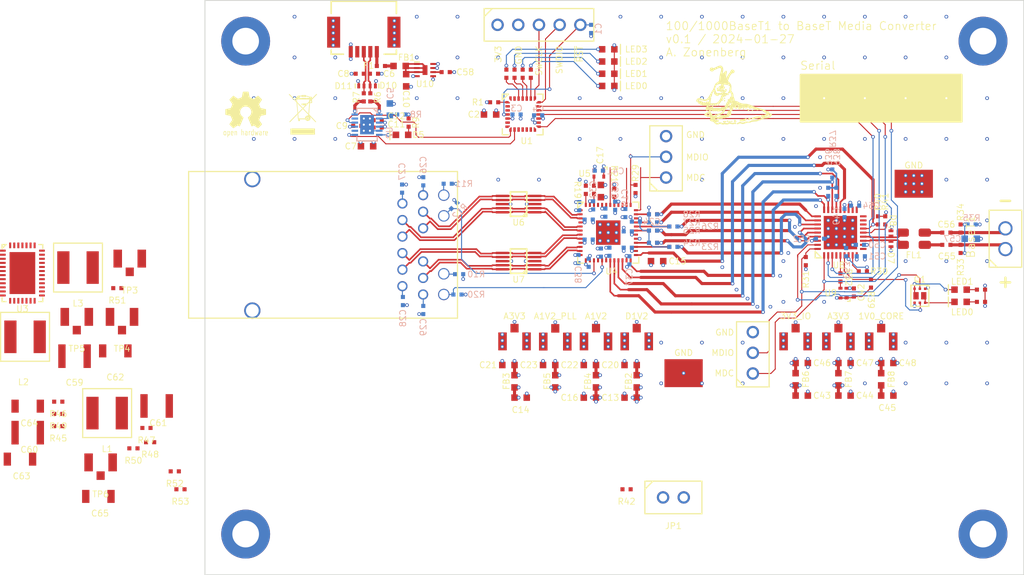
<source format=kicad_pcb>
(kicad_pcb (version 20211014) (generator pcbnew)
  (layers (0 "F.Cu" signal) (1 "In1.Cu" signal) (2 "In2.Cu" signal) (31 "B.Cu" signal) (34 "B.Paste" user) (35 "F.Paste" user) (36 "B.SilkS" user "B.Silkscreen") (37 "F.SilkS" user "F.Silkscreen") (38 "B.Mask" user) (39 "F.Mask" user) (44 "Edge.Cuts" user))
  (net 0 "")
  (net 1 "/MCU_RST_N")
  (net 2 "/GND")
  (net 3 "/3V3")
  (net 4 "/UART/FTDI_RST_N")
  (net 5 "/UART/USB_D_N")
  (net 6 "/UART/USB_D_P")
  (net 7 "/UART/5V0_FUSED")
  (net 8 "/1V2")
  (net 9 "/BaseT PHY/D1V2")
  (net 10 "/BaseT PHY/A3V3")
  (net 11 "/BaseT PHY/A1V2")
  (net 12 "/BaseT PHY/A1V2_PLL")
  (net 13 "Net-(C26-Pad2)")
  (net 14 "Net-(C27-Pad2)")
  (net 15 "Net-(C28-Pad2)")
  (net 16 "Net-(C29-Pad2)")
  (net 17 "/1V0")
  (net 18 "/BaseT1 PHY/3V3_IO")
  (net 19 "/BaseT1 PHY/A3V3")
  (net 20 "/BaseT1 PHY/1V0_CORE")
  (net 21 "/BaseT1 PHY/SPE_2_P")
  (net 22 "/BaseT1 PHY/SPE_3_P")
  (net 23 "/BaseT1 PHY/SPE_2_N")
  (net 24 "/BaseT1 PHY/SPE_3_N")
  (net 25 "/BaseT1 PHY/SPE_CM")
  (net 26 "Net-(C58-Pad1)")
  (net 27 "/5V0")
  (net 28 "Net-(C62-Pad2)")
  (net 29 "Net-(D1-Pad2)")
  (net 30 "Net-(D2-Pad2)")
  (net 31 "Net-(D3-Pad2)")
  (net 32 "Net-(D4-Pad2)")
  (net 33 "Net-(D5-Pad1)")
  (net 34 "Net-(D5-Pad2)")
  (net 35 "Net-(D6-Pad1)")
  (net 36 "Net-(D6-Pad2)")
  (net 37 "/BaseT1 PHY/SPE_1_P")
  (net 38 "/BaseT1 PHY/SPE_1_N")
  (net 39 "/UART/5V0_RAW")
  (net 40 "Net-(F1-Pad2)")
  (net 41 "/SWCLK")
  (net 42 "/SWDIO")
  (net 44 "/BaseT PHY/ETH_C_N")
  (net 45 "/BaseT PHY/ETH_C_P")
  (net 46 "/BaseT PHY/ETH_B_N")
  (net 47 "/BaseT PHY/ETH_B_P")
  (net 48 "/BaseT PHY/ETH_D_N")
  (net 49 "/BaseT PHY/ETH_D_P")
  (net 50 "/BaseT PHY/ETH_A_N")
  (net 51 "/BaseT PHY/ETH_A_P")
  (net 52 "/BaseT PHY/ETH_LED1_N")
  (net 53 "Net-(J3-Pad14)")
  (net 54 "/BaseT PHY/ETH_LED2_N")
  (net 55 "Net-(J3-Pad16)")
  (net 56 "Net-(JP1-Pad1)")
  (net 57 "/Power supply/3V3_SW")
  (net 58 "/Power supply/1V2_SW")
  (net 59 "/Power supply/1V0_SW")
  (net 60 "/BaseT1 PHY/SPE_LED0")
  (net 61 "/BaseT1 PHY/SPE_LED1")
  (net 62 "/BOOT0")
  (net 63 "/LED0")
  (net 64 "/LED1")
  (net 65 "/LED2")
  (net 66 "/LED3")
  (net 67 "Net-(R6-Pad1)")
  (net 68 "Net-(R7-Pad1)")
  (net 69 "/BaseT PHY/BASET_RXD3")
  (net 70 "Net-(R13-Pad2)")
  (net 71 "/BaseT PHY/BASET_RXD2")
  (net 72 "Net-(R14-Pad2)")
  (net 73 "/BaseT PHY/BASET_RXD1")
  (net 74 "Net-(R15-Pad2)")
  (net 75 "/BaseT PHY/BASET_RXD0")
  (net 76 "Net-(R16-Pad2)")
  (net 77 "/BaseT PHY/BASET_RX_DV")
  (net 78 "Net-(R17-Pad2)")
  (net 79 "/BaseT PHY/BASET_RX_CLK")
  (net 80 "Net-(R18-Pad2)")
  (net 81 "Net-(R19-Pad2)")
  (net 82 "Net-(R21-Pad2)")
  (net 83 "/BaseT PHY/ETH_CLK_25MHZ")
  (net 84 "Net-(R22-Pad2)")
  (net 85 "Net-(R30-Pad2)")
  (net 86 "/SPE_MDIO")
  (net 87 "/BaseT1 PHY/SPE_CLK_25MHZ")
  (net 88 "Net-(R32-Pad2)")
  (net 89 "/BaseT1 PHY/SPE_RXD0")
  (net 90 "/BaseT1 PHY/SPE_RXD1")
  (net 91 "/BaseT1 PHY/SPE_RXD2")
  (net 92 "/BaseT1 PHY/SPE_RX_DV")
  (net 93 "/BaseT1 PHY/SPE_PHYAD")
  (net 94 "/PGOOD")
  (net 95 "/Power supply/3V3_FB")
  (net 96 "/Power supply/1V2_FB")
  (net 97 "/Power supply/1V0_FB")
  (net 98 "/1V0_EN")
  (net 99 "/1V2_EN")
  (net 100 "/BASET_MDC")
  (net 101 "/BASET_MDIO")
  (net 102 "/SPE_MDC")
  (net 105 "/VTEMP")
  (net 106 "/UART_RXD")
  (net 107 "/BASET_RST_N")
  (net 108 "/SPE_INT_N")
  (net 109 "/BASET_INT_N")
  (net 111 "/UART_TXD")
  (net 112 "/SPE_RST_N")
  (net 122 "/BaseT PHY/BASET_TX_CLK")
  (net 123 "/BaseT PHY/BASET_TXD3")
  (net 131 "Net-(D9-Pad1)")
  (net 132 "Net-(D9-Pad2)")
  (footprint "azonenberg_pcb:EIA_0402_RES_NOSILK" (layer "F.Cu") (at 120.75 98)
    (fp_text reference "R42")
    (fp_text value "2.49K" hide)
  )
  (footprint "azonenberg_pcb:CONN_U.FL_TE_1909763-1" (layer "F.Cu") (at 58.825 76.93993)
    (fp_text reference "TP4")
    (fp_text value "U.FL" hide)
  )
  (footprint "w_logo:Logo_silk_WEEE_3.4x5mm" (layer "F.Cu") (at 81 52)
    (fp_text reference "M2" hide)
    (fp_text value "LOGO" hide)
  )
  (footprint "azonenberg_pcb:INDUCTOR_YUDEN_NRS5030" (layer "F.Cu") (at 57 88.65)
    (fp_text reference "L1")
    (fp_text value "2.2 uH" hide)
  )
  (footprint "azonenberg_pcb:INDUCTOR_YUDEN_NRS5030" (layer "F.Cu") (at 53.425 70.78993)
    (fp_text reference "L3")
    (fp_text value "2.2 uH" hide)
  )
  (footprint "azonenberg_pcb:CONN_U.FL_TE_1909763-1" (layer "F.Cu") (at 59.775 69.78993)
    (fp_text reference "TP3")
    (fp_text value "U.FL" hide)
  )
  (footprint "azonenberg_pcb:EIA_0603_CAP_NOSILK" (layer "F.Cu") (at 121.25 86.75 180)
    (fp_text reference "C13")
    (fp_text value "4.7 uF" hide)
  )
  (footprint "azonenberg_pcb:EIA_0603_CAP_NOSILK" (layer "F.Cu") (at 152.75 86.5)
    (fp_text reference "C45")
    (fp_text value "4.7uF" hide)
  )
  (footprint "azonenberg_pcb:INDUCTOR_YUDEN_NRS5030" (layer "F.Cu") (at 46.925 79.28993)
    (fp_text reference "L2")
    (fp_text value "2.2 uH" hide)
  )
  (footprint "azonenberg_pcb:EIA_0603_CAP_NOSILK" (layer "F.Cu") (at 116.25 82.75 180)
    (fp_text reference "C22")
    (fp_text value "4.7 uF" hide)
  )
  (footprint "azonenberg_pcb:EIA_0402_RES_NOSILK" (layer "F.Cu") (at 109 47 90)
    (fp_text reference "R2" hide)
    (fp_text value "470" hide)
  )
  (footprint "azonenberg_pcb:EIA_0402_RES_NOSILK" (layer "F.Cu") (at 161.75 66 90)
    (fp_text reference "R34")
    (fp_text value "1K" hide)
  )
  (footprint "azonenberg_pcb:EIA_0402_RES_NOSILK" (layer "F.Cu") (at 126.5 68.25 180)
    (fp_text reference "R13" hide)
    (fp_text value "33" hide)
  )
  (footprint "azonenberg_pcb:CONN_HEADER_2.54MM_1x2" (layer "F.Cu") (at 126.5 99)
    (fp_text reference "JP1")
    (fp_text value "CONN_01X02" hide)
  )
  (footprint "azonenberg_pcb:EIA_0603_CAP_NOSILK" (layer "F.Cu") (at 104 52 180)
    (fp_text reference "C2")
    (fp_text value "4.7 uF" hide)
  )
  (footprint "azonenberg_pcb:EIA_0603_INDUCTOR_NOSILK" (layer "F.Cu") (at 146.75 84.5 90)
    (fp_text reference "FB7")
    (fp_text value "MI0603J601R-10" hide)
  )
  (footprint "azonenberg_pcb:EIA_0402_RES_NOSILK" (layer "F.Cu") (at 108 47 90)
    (fp_text reference "R3" hide)
    (fp_text value "470" hide)
  )
  (footprint "azonenberg_pcb:EIA_0402_RES_NOSILK" (layer "F.Cu") (at 147 72 -90)
    (fp_text reference "R32")
    (fp_text value "33" hide)
  )
  (footprint "azonenberg_pcb:CONN_U.FL_TE_1909763-1" (layer "F.Cu") (at 53.275 76.93993)
    (fp_text reference "TP5")
    (fp_text value "U.FL" hide)
  )
  (footprint "azonenberg_pcb:EIA_0603_INDUCTOR_NOSILK" (layer "F.Cu") (at 122 84.75 90)
    (fp_text reference "FB2")
    (fp_text value "MI0603J601R-10" hide)
  )
  (footprint "azonenberg_pcb:EIA_0402_RES_NOSILK" (layer "F.Cu") (at 94 53 90)
    (fp_text reference "R9")
    (fp_text value "470" hide)
  )
  (footprint "azonenberg_pcb:EIA_0402_RES_NOSILK" (layer "F.Cu") (at 142.75 70 90)
    (fp_text reference "R31")
    (fp_text value "2.2K" hide)
  )
  (footprint "azonenberg_pcb:EIA_0603_INDUCTOR_NOSILK" (layer "F.Cu") (at 152 84.5 90)
    (fp_text reference "FB8")
    (fp_text value "MI0603J601R-10" hide)
  )
  (footprint "azonenberg_pcb:EIA_0402_RES_NOSILK" (layer "F.Cu") (at 124 65.25 180)
    (fp_text reference "R17" hide)
    (fp_text value "33" hide)
  )
  (footprint "azonenberg_pcb:EIA_1210_CAP_NOSILK" (layer "F.Cu") (at 63.075 87.76007)
    (fp_text reference "C61")
    (fp_text value "22 uF" hide)
  )
  (footprint "azonenberg_pcb:EIA_0402_RES_NOSILK" (layer "F.Cu") (at 61.825 90.475)
    (fp_text reference "R47")
    (fp_text value "162K" hide)
  )
  (footprint "azonenberg_pcb:CONN_U.FL_TE_1909763-1" (layer "F.Cu") (at 146.75 79.75 180)
    (fp_text reference "TP12" hide)
    (fp_text value "U.FL" hide)
  )
  (footprint "azonenberg_pcb:EIA_0603_CAP_NOSILK" (layer "F.Cu") (at 124.5 70)
    (fp_text reference "C15")
    (fp_text value "4.7 uF" hide)
  )
  (footprint "azonenberg_pcb:CONN_HIROSE_UX60S-MB-5ST_MINI_USB" (layer "F.Cu") (at 88.5 43.6 -90)
    (fp_text reference "J2" hide)
    (fp_text value "UX60SX-MB-5ST" hide)
  )
  (footprint "azonenberg_pcb:EIA_0402_RES_NOSILK" (layer "F.Cu") (at 89.3 49.9 90)
    (fp_text reference "R6")
    (fp_text value "27" hide)
  )
  (footprint "azonenberg_pcb:SOP_10_0.5MM_3MM" (layer "F.Cu") (at 107.5 70 90)
    (fp_text reference "U7")
    (fp_text value "RCLAMP0514M" hide)
  )
  (footprint "azonenberg_pcb:CONN_HEADER_2.54MM_1x2" (layer "F.Cu") (at 167.25 67.25 90)
    (fp_text reference "J4" hide)
    (fp_text value "CONN_01X02" hide)
  )
  (footprint "azonenberg_pcb:EIA_0402_RES_NOSILK" (layer "F.Cu") (at 150.75 72.75 -90)
    (fp_text reference "R39")
    (fp_text value "DNP" hide)
  )
  (footprint "azonenberg_pcb:EIA_0402_CAP_NOSILK" (layer "F.Cu") (at 160 68)
    (fp_text reference "C55")
    (fp_text value "0.1 uF" hide)
  )
  (footprint "azonenberg_pcb:QFN_36_0.5MM_6x6MM" (layer "F.Cu") (at 147 66.5 90)
    (fp_text reference "U8")
    (fp_text value "DP83TG720S-Q1" hide)
  )
  (footprint "azonenberg_pcb:EIA_0603_LED" (layer "F.Cu") (at 118.5 48.5 180)
    (fp_text reference "D1" hide)
    (fp_text value "GREEN" hide)
  )
  (footprint "azonenberg_pcb:EIA_0402_RES_NOSILK" (layer "F.Cu") (at 149.75 71.25 180)
    (fp_text reference "R30")
    (fp_text value "1K/DNP" hide)
  )
  (footprint "azonenberg_pcb:EIA_0402_RES_NOSILK" (layer "F.Cu") (at 58.25 73.31493)
    (fp_text reference "R51")
    (fp_text value "1.02M" hide)
  )
  (footprint "azonenberg_pcb:CMC_1210" (layer "F.Cu") (at 156 67.25)
    (fp_text reference "FL1")
    (fp_text value "DLW32MH101XT2L" hide)
  )
  (footprint "azonenberg_pcb:EIA_0603_CAP_NOSILK" (layer "F.Cu") (at 142.25 86.5)
    (fp_text reference "C43")
    (fp_text value "4.7uF" hide)
  )
  (footprint "azonenberg_pcb:EIA_0402_RES_NOSILK" (layer "F.Cu") (at 51 90.25)
    (fp_text reference "R45")
    (fp_text value "10K" hide)
  )
  (footprint "azonenberg_pcb:EIA_1210_CAP_NOSILK" (layer "F.Cu") (at 53 81.65)
    (fp_text reference "C59")
    (fp_text value "22 uF" hide)
  )
  (footprint "azonenberg_pcb:EIA_0402_CAP_NOSILK" (layer "F.Cu") (at 148.65 73.85 90)
    (fp_text reference "C42")
    (fp_text value "0.47 uF" hide)
  )
  (footprint "azonenberg_pcb:EIA_1206_CAP_NOSILK" (layer "F.Cu") (at 55.925 98.86007)
    (fp_text reference "C65")
    (fp_text value "10 uF" hide)
  )
  (footprint "azonenberg_pcb:EIA_0402_RES_NOSILK" (layer "F.Cu") (at 124 64.25 180)
    (fp_text reference "R18" hide)
    (fp_text value "33" hide)
  )
  (footprint "azonenberg_pcb:EIA_0402_RES_NOSILK" (layer "F.Cu") (at 106 47 90)
    (fp_text reference "R5" hide)
    (fp_text value "470" hide)
  )
  (footprint "azonenberg_pcb:EIA_0402_RES_NOSILK" (layer "F.Cu") (at 119.25 61.6 -90)
    (fp_text reference "R21")
    (fp_text value "10K" hide)
  )
  (footprint "azonenberg_pcb:EIA_0603_CAP_NOSILK" (layer "F.Cu") (at 111.25 82.75 180)
    (fp_text reference "C23")
    (fp_text value "4.7 uF" hide)
  )
  (footprint "azonenberg_pcb:EIA_0402_CAP_NOSILK" (layer "F.Cu") (at 90.2 53.6 180)
    (fp_text reference "C11")
    (fp_text value "0.47 uF" hide)
  )
  (footprint "azonenberg_pcb:EIA_0402_RES_NOSILK" (layer "F.Cu") (at 65.3 95.8)
    (fp_text reference "R52")
    (fp_text value "10K" hide)
  )
  (footprint "azonenberg_pcb:CONN_U.FL_TE_1909763-1" (layer "F.Cu") (at 141.5 79.75 180)
    (fp_text reference "TP11" hide)
    (fp_text value "U.FL" hide)
  )
  (footprint "azonenberg_pcb:EIA_0603_CAP_NOSILK" (layer "F.Cu") (at 121.25 82.75 180)
    (fp_text reference "C20")
    (fp_text value "4.7 uF" hide)
  )
  (footprint "azonenberg_pcb:EIA_0603_LED" (layer "F.Cu") (at 118.5 47 180)
    (fp_text reference "D2" hide)
    (fp_text value "GREEN" hide)
  )
  (footprint "azonenberg_pcb:EIA_1206_CAP_NOSILK" (layer "F.Cu") (at 47.25 87.78507)
    (fp_text reference "C64")
    (fp_text value "10 uF" hide)
  )
  (footprint "azonenberg_pcb:EIA_0402_RES_NOSILK" (layer "F.Cu") (at 104.5 50.5 180)
    (fp_text reference "R1")
    (fp_text value "10K" hide)
  )
  (footprint "azonenberg_pcb:LONGTHING-1200DPI" (layer "F.Cu") (at 134.5 50)
    (fp_text reference "M1" hide)
    (fp_text value "LOGO" hide)
  )
  (footprint "azonenberg_pcb:CONN_U.FL_TE_1909763-1" (layer "F.Cu") (at 117 79.75 180)
    (fp_text reference "TP9" hide)
    (fp_text value "U.FL" hide)
  )
  (footprint "azonenberg_pcb:SOD882" (layer "F.Cu") (at 153.2 67.9 90)
    (fp_text reference "D7")
    (fp_text value "SZESD7471N2T5G" hide)
  )
  (footprint "azonenberg_pcb:EIA_0402_RES_NOSILK" (layer "F.Cu") (at 124 66.25 180)
    (fp_text reference "R15" hide)
    (fp_text value "33" hide)
  )
  (footprint "azonenberg_pcb:EIA_0402_RES_NOSILK" (layer "F.Cu") (at 152.5 65 90)
    (fp_text reference "R41")
    (fp_text value "DNP" hide)
  )
  (footprint "azonenberg_pcb:CONN_U.FL_TE_1909763-1" (layer "F.Cu") (at 112 79.775 180)
    (fp_text reference "TP8" hide)
    (fp_text value "U.FL" hide)
  )
  (footprint "azonenberg_pcb:OSCILLATOR_1.6x1.2" (layer "F.Cu") (at 147.375 73.925 90)
    (fp_text reference "U9")
    (fp_text value "ECS-1612MV-250-CN" hide)
  )
  (footprint "azonenberg_pcb:EIA_0603_LED" (layer "F.Cu") (at 161.75 73.5)
    (fp_text reference "D9" hide)
    (fp_text value "GREEN" hide)
  )
  (footprint "azonenberg_pcb:CONN_BELFUSE_0826_1G1T_23_F" (layer "F.Cu") (at 78 68 90)
    (fp_text reference "J3" hide)
    (fp_text value "0826-1G1T-23-F" hide)
  )
  (footprint "azonenberg_pcb:EIA_0402_CAP_NOSILK" (layer "F.Cu") (at 98.55 46.8)
    (fp_text reference "C58")
    (fp_text value "33 nF" hide)
  )
  (footprint "azonenberg_pcb:MECHANICAL_CLEARANCEHOLE_4_40" (layer "F.Cu") (at 74 43)
    (fp_text reference "MH1" hide)
    (fp_text value "SCREWHOLE" hide)
  )
  (footprint "azonenberg_pcb:EIA_0402_RES_NOSILK" (layer "F.Cu") (at 107 47 90)
    (fp_text reference "R4" hide)
    (fp_text value "470" hide)
  )
  (footprint "azonenberg_pcb:CONN_U.FL_TE_1909763-1" (layer "F.Cu") (at 107 79.75 180)
    (fp_text reference "TP10" hide)
    (fp_text value "U.FL" hide)
  )
  (footprint "azonenberg_pcb:EIA_0402_RES_NOSILK" (layer "F.Cu") (at 62.275 92.225)
    (fp_text reference "R48")
    (fp_text value "232K" hide)
  )
  (footprint "azonenberg_pcb:EIA_0402_RES_NOSILK" (layer "F.Cu") (at 116.75 61.25 90)
    (fp_text reference "R22" hide)
    (fp_text value "33" hide)
  )
  (footprint "azonenberg_pcb:EIA_1206_CAP_NOSILK" (layer "F.Cu") (at 46.3 94.28507)
    (fp_text reference "C63")
    (fp_text value "10 uF" hide)
  )
  (footprint "azonenberg_pcb:EIA_0402_RES_NOSILK" (layer "F.Cu") (at 151.6 65 90)
    (fp_text reference "R40")
    (fp_text value "DNP" hide)
  )
  (footprint "azonenberg_pcb:EIA_0402_RES_NOSILK" (layer "F.Cu") (at 90.6 46.05)
    (fp_text reference "F1")
    (fp_text value "1A" hide)
  )
  (footprint "azonenberg_pcb:EIA_0603_INDUCTOR_NOSILK" (layer "F.Cu") (at 117 84.75 90)
    (fp_text reference "FB4")
    (fp_text value "MI0603J601R-10" hide)
  )
  (footprint "azonenberg_pcb:EIA_0402_CAP_NOSILK" (layer "F.Cu") (at 90.2 52.7 180)
    (fp_text reference "C12")
    (fp_text value "0.47 uF" hide)
  )
  (footprint "azonenberg_pcb:EIA_0402_RES_NOSILK" (layer "F.Cu") (at 164.25 75)
    (fp_text reference "R44" hide)
    (fp_text value "470" hide)
  )
  (footprint "azonenberg_pcb:CONN_U.FL_TE_1909763-1" (layer "F.Cu") (at 152 79.75 180)
    (fp_text reference "TP13" hide)
    (fp_text value "U.FL" hide)
  )
  (footprint "azonenberg_pcb:EIA_0603_LED" (layer "F.Cu") (at 93.2 54.5)
    (fp_text reference "D5")
    (fp_text value "GREEN" hide)
  )
  (footprint "azonenberg_pcb:CONN_U.FL_TE_1909763-1" (layer "F.Cu") (at 122 79.75 180)
    (fp_text reference "TP7" hide)
    (fp_text value "U.FL" hide)
  )
  (footprint "azonenberg_pcb:EIA_0603_CAP_NOSILK" (layer "F.Cu") (at 142.25 82.5)
    (fp_text reference "C46")
    (fp_text value "4.7uF" hide)
  )
  (footprint "azonenberg_pcb:EIA_0603_LED" (layer "F.Cu") (at 118.5 45.5 180)
    (fp_text reference "D3" hide)
    (fp_text value "GREEN" hide)
  )
  (footprint "azonenberg_pcb:EIA_0603_INDUCTOR_NOSILK" (layer "F.Cu") (at 141.5 84.5 90)
    (fp_text reference "FB6")
    (fp_text value "MI0603J601R-10" hide)
  )
  (footprint "azonenberg_pcb:EIA_0603_CAP_NOSILK" (layer "F.Cu") (at 88.9 55.9)
    (fp_text reference "C7")
    (fp_text value "4.7 uF" hide)
  )
  (footprint "azonenberg_pcb:QFN_28_0.5MM_4x4MM_NOPAD" (layer "F.Cu") (at 108 52)
    (fp_text reference "U1")
    (fp_text value "STM32F031-QFN28" hide)
  )
  (footprint "azonenberg_pcb:EIA_0603_INDUCTOR_NOSILK" (layer "F.Cu") (at 112 84.75 90)
    (fp_text reference "FB5")
    (fp_text value "MI0603J601R-10" hide)
  )
  (footprint "azonenberg_pcb:EIA_0402_RES_NOSILK" (layer "F.Cu") (at 51 87.25)
    (fp_text reference "R46")
    (fp_text value "511K" hide)
  )
  (footprint "azonenberg_pcb:EIA_0402_RES_NOSILK" (layer "F.Cu") (at 121.85 61.15 90)
    (fp_text reference "R29")
    (fp_text value "1K" hide)
  )
  (footprint "azonenberg_pcb:EIA_0603_INDUCTOR_NOSILK" (layer "F.Cu") (at 107 84.75 90)
    (fp_text reference "FB3")
    (fp_text value "MI0603J601R-10" hide)
  )
  (footprint "azonenberg_pcb:CONN_HEADER_2.54MM_1x3" (layer "F.Cu") (at 136.25 81.25 90)
    (fp_text reference "TP2" hide)
    (fp_text value "CONN_01x3" hide)
  )
  (footprint "azonenberg_pcb:EIA_0603_CAP_NOSILK" (layer "F.Cu") (at 147.5 86.5)
    (fp_text reference "C44")
    (fp_text value "4.7uF" hide)
  )
  (footprint "azonenberg_pcb:SOD882" (layer "F.Cu") (at 88.2 48.5)
    (fp_text reference "D11")
    (fp_text value "SZESD7471N2T5G" hide)
  )
  (footprint "azonenberg_pcb:SOD882" (layer "F.Cu") (at 89.6 48.5 180)
    (fp_text reference "D10")
    (fp_text value "SZESD7471N2T5G" hide)
  )
  (footprint "azonenberg_pcb:EIA_0402_CAP_NOSILK" (layer "F.Cu") (at 87.7 53.4)
    (fp_text reference "C9")
    (fp_text value "0.47 uF" hide)
  )
  (footprint "azonenberg_pcb:SOD882" (layer "F.Cu") (at 153.2 66.6 -90)
    (fp_text reference "D8")
    (fp_text value "SZESD7471N2T5G" hide)
  )
  (footprint "azonenberg_pcb:EIA_0603_CAP_NOSILK" (layer "F.Cu") (at 147.5 82.5)
    (fp_text reference "C47")
    (fp_text value "4.7uF" hide)
  )
  (footprint "azonenberg_pcb:EIA_0603_CAP_NOSILK" (layer "F.Cu") (at 107.75 86.75)
    (fp_text reference "C14")
    (fp_text value "4.7 uF" hide)
  )
  (footprint "azonenberg_pcb:EIA_0402_RES_NOSILK" (layer "F.Cu") (at 66 98)
    (fp_text reference "R53")
    (fp_text value "10K" hide)
  )
  (footprint "azonenberg_pcb:EIA_0402_RES_NOSILK" (layer "F.Cu") (at 60.225 92.975)
    (fp_text reference "R50")
    (fp_text value "255K" hide)
  )
  (footprint "azonenberg_pcb:OSCILLATOR_1.6x1.2" (layer "F.Cu") (at 117.35 59.25 180)
    (fp_text reference "U5")
    (fp_text value "ECS-1612MV-250-CN" hide)
  )
  (footprint "azonenberg_pcb:EIA_0402_RES_NOSILK" (layer "F.Cu") (at 124 67.75 180)
    (fp_text reference "R14" hide)
    (fp_text value "33" hide)
  )
  (footprint "azonenberg_pcb:DFN_6_0.65MM_2x2MM_GDS" (layer "F.Cu") (at 156.75 74.25 180)
    (fp_text reference "Q1")
    (fp_text value "SSM6N58NU" hide)
  )
  (footprint "w_logo:Logo_silk_OSHW_6x6mm" (layer "F.Cu") (at 74.005 51.444565)
    (fp_text reference "M3" hide)
    (fp_text value "LOGO" hide)
  )
  (footprint "azonenberg_pcb:EIA_0402_RES_NOSILK" (layer "F.Cu") (at 161.75 68.5 90)
    (fp_text reference "R33")
    (fp_text value "1K" hide)
  )
  (footprint "azonenberg_pcb:EIA_0603_LED" (layer "F.Cu") (at 118.5 44 180)
    (fp_text reference "D4" hide)
    (fp_text value "GREEN" hide)
  )
  (footprint "azonenberg_pcb:EIA_0402_RES_NOSILK" (layer "F.Cu") (at 51 88.75)
    (fp_text reference "R49")
    (fp_text value "464K" hide)
  )
  (footprint "azonenberg_pcb:EIA_0402_CAP_NOSILK" (layer "F.Cu") (at 88 47 180)
    (fp_text reference "C8")
    (fp_text value "47 pF" hide)
  )
  (footprint "azonenberg_pcb:CONN_U.FL_TE_1909763-1" (layer "F.Cu") (at 56.2 94.8)
    (fp_text reference "TP6")
    (fp_text value "U.FL" hide)
  )
  (footprint "azonenberg_pcb:EIA_0402_RES_NOSILK" (layer "F.Cu") (at 88.5 49.9 90)
    (fp_text reference "R7")
    (fp_text value "27" hide)
  )
  (footprint "azonenberg_pcb:EIA_0402_CAP_NOSILK" (layer "F.Cu") (at 160 66.5)
    (fp_text reference "C56")
    (fp_text value "0.1 uF" hide)
  )
  (footprint "azonenberg_pcb:EIA_0402_RES_NOSILK" (layer "F.Cu") (at 164.25 73.5)
    (fp_text reference "R43" hide)
    (fp_text value "470" hide)
  )
  (footprint "azonenberg_pcb:MECHANICAL_CLEARANCEHOLE_4_40" (layer "F.Cu") (at 164.5 103.5)
    (fp_text reference "MH4" hide)
    (fp_text value "SCREWHOLE" hide)
  )
  (footprint "azonenberg_pcb:MECHANICAL_CLEARANCEHOLE_4_40" (layer "F.Cu") (at 74 103.5)
    (fp_text reference "MH3" hide)
    (fp_text value "SCREWHOLE" hide)
  )
  (footprint "azonenberg_pcb:SOP_10_0.5MM_3MM" (layer "F.Cu") (at 107.5 63 90)
    (fp_text reference "U6")
    (fp_text value "RCLAMP0514M" hide)
  )
  (footprint "azonenberg_pcb:EIA_0603_INDUCTOR_NOSILK" (layer "F.Cu") (at 92.9 46.05)
    (fp_text reference "FB1")
    (fp_text value "MI0603J601R-10" hide)
  )
  (footprint "azonenberg_pcb:EIA_0402_RES_NOSILK" (layer "F.Cu") (at 126.5 65.75 180)
    (fp_text reference "R16" hide)
    (fp_text value "33" hide)
  )
  (footprint "azonenberg_pcb:EIA_0402_RES_NOSILK" (layer "F.Cu") (at 115.75 61.25 -90)
    (fp_text reference "R19")
    (fp_text value "12.1K 1%" hide)
  )
  (footprint "azonenberg_pcb:TESTPOINT_SMT_KEYSTONE_5016" (layer "F.Cu") (at 127.75 83.75)
    (fp_text reference "TP15" hide)
    (fp_text value "TESTCLIP" hide)
  )
  (footprint "azonenberg_pcb:EIA_0603_LED" (layer "F.Cu") (at 161.75 75)
    (fp_text reference "D6" hide)
    (fp_text value "GREEN" hide)
  )
  (footprint "azonenberg_pcb:EIA_0603_CAP_NOSILK" (layer "F.Cu") (at 152.75 82.5)
    (fp_text reference "C48")
    (fp_text value "4.7uF" hide)
  )
  (footprint "azonenberg_pcb:MECHANICAL_CLEARANCEHOLE_4_40" (layer "F.Cu") (at 164.5 43)
    (fp_text reference "MH2" hide)
    (fp_text value "SCREWHOLE" hide)
  )
  (footprint "azonenberg_pcb:CONN_HEADER_2.54MM_1x3" (layer "F.Cu") (at 125.6 57.2 90)
    (fp_text reference "TP1" hide)
    (fp_text value "CONN_01x3" hide)
  )
  (footprint "azonenberg_pcb:TESTPOINT_SMT_KEYSTONE_5016" (layer "F.Cu") (at 156 60.5)
    (fp_text reference "TP14" hide)
    (fp_text value "TESTCLIP" hide)
  )
  (footprint "azonenberg_pcb:EIA_0603_CAP_NOSILK" (layer "F.Cu") (at 106.25 82.75 180)
    (fp_text reference "C21")
    (fp_text value "4.7 uF" hide)
  )
  (footprint "azonenberg_pcb:QFN_48_0.5MM_7x7MM" (layer "F.Cu") (at 118.5 66.5)
    (fp_text reference "U4")
    (fp_text value "KSZ9031RN" hide)
  )
  (footprint "azonenberg_pcb:EIA_0603_CAP_NOSILK" (layer "F.Cu") (at 116.25 86.75 180)
    (fp_text reference "C16")
    (fp_text value "4.7 uF" hide)
  )
  (footprint "azonenberg_pcb:DFN_8_0.5MM_2x2MM" (layer "F.Cu") (at 96.0125 46.55)
    (fp_text reference "U10")
    (fp_text value "NCP45521-H" hide)
  )
  (footprint "azonenberg_pcb:EIA_0603_CAP_NOSILK" (layer "F.Cu") (at 117.6 61.4 90)
    (fp_text reference "C17")
    (fp_text value "4.7 uF" hide)
  )
  (footprint "azonenberg_pcb:QFN_38_0.5MM_5x7MM" (layer "F.Cu") (at 46.6 71.46493)
    (fp_text reference "U3")
    (fp_text value "LTC3374-QFN" hide)
  )
  (footprint "azonenberg_pcb:CONN_HEADER_2.54MM_1x5" (layer "F.Cu") (at 110 41)
    (fp_text reference "J1" hide)
    (fp_text value "CONN_01X05" hide)
  )
  (footprint "azonenberg_pcb:EIA_1206_CAP_NOSILK" (layer "F.Cu") (at 58 81)
    (fp_text reference "C62")
    (fp_text value "10 uF" hide)
  )
  (footprint "azonenberg_pcb:EIA_1210_CAP_NOSILK" (layer "F.Cu") (at 47.25 91.03507)
    (fp_text reference "C60")
    (fp_text value "22 uF" hide)
  )
  (footprint "azonenberg_pcb:EIA_0402_CAP_NOSILK" (layer "F.Cu") (at 89.75 47)
    (fp_text reference "C6")
    (fp_text value "47 pF" hide)
  )
  (footprint "azonenberg_pcb:EIA_0603_CAP_NOSILK" (layer "F.Cu") (at 93.7 47.8 -90)
    (fp_text reference "C10")
    (fp_text value "10 nF" hide)
  )
  (footprint "azonenberg_pcb:EIA_0402_CAP_NOSILK" (layer "B.Cu") (at 147.5 64.1 -90)
    (fp_text reference "C49")
    (fp_text value "0.47 uF" hide)
  )
  (footprint "azonenberg_pcb:EIA_0402_CAP_NOSILK" (layer "B.Cu") (at 114.85 69.750001 -90)
    (fp_text reference "C38")
    (fp_text value "0.47 uF" hide)
  )
  (footprint "azonenberg_pcb:EIA_0402_CAP_NOSILK" (layer "B.Cu") (at 116.1 67.35)
    (fp_text reference "C30" hide)
    (fp_text value "0.47 uF" hide)
  )
  (footprint "azonenberg_pcb:EIA_0402_RES_NOSILK" (layer "B.Cu") (at 93.1 52)
    (fp_text reference "R8")
    (fp_text value "10K" hide)
  )
  (footprint "azonenberg_pcb:EIA_0402_RES_NOSILK" (layer "B.Cu") (at 146 59.25 90)
    (fp_text reference "R37")
    (fp_text value "2.49K" hide)
  )
  (footprint "azonenberg_pcb:EIA_0402_RES_NOSILK" (layer "B.Cu") (at 126.5 65.75)
    (fp_text reference "R26")
    (fp_text value "10K" hide)
  )
  (footprint "azonenberg_pcb:EIA_0402_CAP_NOSILK" (layer "B.Cu") (at 119.35 63.2 -90)
    (fp_text reference "C33")
    (fp_text value "0.47 uF" hide)
  )
  (footprint "azonenberg_pcb:EIA_0402_RES_NOSILK" (layer "B.Cu") (at 124 65.25)
    (fp_text reference "R27")
    (fp_text value "10K" hide)
  )
  (footprint "azonenberg_pcb:EIA_0402_RES_NOSILK" (layer "B.Cu") (at 99.6 63.2 -135)
    (fp_text reference "R12")
    (fp_text value "1K" hide)
  )
  (footprint "azonenberg_pcb:EIA_0402_CAP_NOSILK" (layer "B.Cu") (at 107.25 52)
    (fp_text reference "C3")
    (fp_text value "0.47 uF" hide)
  )
  (footprint "azonenberg_pcb:EIA_0402_CAP_NOSILK" (layer "B.Cu") (at 93.2 61.099999 -90)
    (fp_text reference "C27")
    (fp_text value "0.1 uF" hide)
  )
  (footprint "azonenberg_pcb:EIA_0402_CAP_NOSILK" (layer "B.Cu") (at 117.6 68.950001 90)
    (fp_text reference "C18" hide)
    (fp_text value "0.47 uF" hide)
  )
  (footprint "azonenberg_pcb:EIA_0402_RES_NOSILK" (layer "B.Cu") (at 145.5 61.5 90)
    (fp_text reference "R36")
    (fp_text value "DNP" hide)
  )
  (footprint "azonenberg_pcb:EIA_0603_CAP_NOSILK" (layer "B.Cu") (at 91.7 51.4 90)
    (fp_text reference "C5")
    (fp_text value "10 nF" hide)
  )
  (footprint "azonenberg_pcb:EIA_0402_CAP_NOSILK" (layer "B.Cu") (at 117.35 58.9 180)
    (fp_text reference "C41")
    (fp_text value "0.47 uF" hide)
  )
  (footprint "azonenberg_pcb:EIA_0603_CAP_NOSILK" (layer "B.Cu") (at 163 67.25)
    (fp_text reference "C57")
    (fp_text value "4.7 nF" hide)
  )
  (footprint "azonenberg_pcb:EIA_0402_RES_NOSILK" (layer "B.Cu") (at 124 67.75)
    (fp_text reference "R24")
    (fp_text value "10K" hide)
  )
  (footprint "azonenberg_pcb:EIA_0402_CAP_NOSILK" (layer "B.Cu") (at 147.7 68.9 90)
    (fp_text reference "C53")
    (fp_text value "0.47 uF" hide)
  )
  (footprint "azonenberg_pcb:EIA_0402_RES_NOSILK" (layer "B.Cu") (at 146.5 61.5 90)
    (fp_text reference "R38")
    (fp_text value "2.49K" hide)
  )
  (footprint "azonenberg_pcb:EIA_0402_CAP_NOSILK" (layer "B.Cu") (at 121.1 69.9 -90)
    (fp_text reference "C37")
    (fp_text value "0.47 uF" hide)
  )
  (footprint "azonenberg_pcb:EIA_0402_RES_NOSILK" (layer "B.Cu") (at 124 66.25)
    (fp_text reference "R25")
    (fp_text value "10K" hide)
  )
  (footprint "azonenberg_pcb:EIA_0402_CAP_NOSILK" (layer "B.Cu") (at 109.9 52.1 180)
    (fp_text reference "C4")
    (fp_text value "0.47 uF" hide)
  )
  (footprint "azonenberg_pcb:EIA_0402_CAP_NOSILK" (layer "B.Cu") (at 93.3 74.9 90)
    (fp_text reference "C28")
    (fp_text value "0.1 uF" hide)
  )
  (footprint "azonenberg_pcb:DFN_12_0.5MM_3x3MM" (layer "B.Cu") (at 88.9 53.25 -90)
    (fp_text reference "U2")
    (fp_text value "FT234XD" hide)
  )
  (footprint "azonenberg_pcb:EIA_0402_CAP_NOSILK" (layer "B.Cu") (at 114.95 63.25 90)
    (fp_text reference "C35" hide)
    (fp_text value "0.47 uF" hide)
  )
  (footprint "azonenberg_pcb:EIA_0402_CAP_NOSILK" (layer "B.Cu") (at 116.4 41.5 -90)
    (fp_text reference "C1")
    (fp_text value "0.1 uF" hide)
  )
  (footprint "azonenberg_pcb:EIA_0402_CAP_NOSILK" (layer "B.Cu") (at 116.100001 64.9)
    (fp_text reference "C36" hide)
    (fp_text value "0.47 uF" hide)
  )
  (footprint "azonenberg_pcb:EIA_0402_CAP_NOSILK" (layer "B.Cu") (at 120.9 66.35 180)
    (fp_text reference "C40" hide)
    (fp_text value "0.47 uF" hide)
  )
  (footprint "azonenberg_pcb:EIA_0402_RES_NOSILK" (layer "B.Cu") (at 126.5 68.25)
    (fp_text reference "R23")
    (fp_text value "10K" hide)
  )
  (footprint "azonenberg_pcb:EIA_0402_CAP_NOSILK" (layer "B.Cu") (at 118.65 68.85 90)
    (fp_text reference "C34" hide)
    (fp_text value "0.47 uF" hide)
  )
  (footprint "azonenberg_pcb:EIA_0402_CAP_NOSILK" (layer "B.Cu") (at 120.9 68.35 180)
    (fp_text reference "C39" hide)
    (fp_text value "0.47 uF" hide)
  )
  (footprint "azonenberg_pcb:EIA_0402_CAP_NOSILK" (layer "B.Cu") (at 116.65 63.15 -90)
    (fp_text reference "C32")
    (fp_text value "0.47 uF" hide)
  )
  (footprint "azonenberg_pcb:EIA_0402_CAP_NOSILK" (layer "B.Cu") (at 120.6 64.1 -90)
    (fp_text reference "C19")
    (fp_text value "0.47 uF" hide)
  )
  (footprint "azonenberg_pcb:EIA_0402_CAP_NOSILK" (layer "B.Cu") (at 144.5 67.25)
    (fp_text reference "C52")
    (fp_text value "0.47 uF" hide)
  )
  (footprint "azonenberg_pcb:EIA_0402_RES_NOSILK" (layer "B.Cu") (at 163.1 65.5)
    (fp_text reference "R35")
    (fp_text value "100K" hide)
  )
  (footprint "azonenberg_pcb:EIA_0402_CAP_NOSILK" (layer "B.Cu") (at 116.1 70.2 -90)
    (fp_text reference "C25" hide)
    (fp_text value "0.47 uF" hide)
  )
  (footprint "azonenberg_pcb:EIA_0402_RES_NOSILK" (layer "B.Cu") (at 100.2 71.6 180)
    (fp_text reference "R10")
    (fp_text value "470" hide)
  )
  (footprint "azonenberg_pcb:EIA_0402_CAP_NOSILK" (layer "B.Cu") (at 121.9 65.15 180)
    (fp_text reference "C24")
    (fp_text value "0.47 uF" hide)
  )
  (footprint "azonenberg_pcb:EIA_0402_RES_NOSILK" (layer "B.Cu") (at 98.8 60.5 180)
    (fp_text reference "R11")
    (fp_text value "470" hide)
  )
  (footprint "azonenberg_pcb:EIA_0402_CAP_NOSILK" (layer "B.Cu") (at 148.8 63.2)
    (fp_text reference "C54")
    (fp_text value "0.47 uF" hide)
  )
  (footprint "azonenberg_pcb:EIA_0402_RES_NOSILK" (layer "B.Cu") (at 124 64.25)
    (fp_text reference "R28")
    (fp_text value "10K" hide)
  )
  (footprint "azonenberg_pcb:EIA_0402_CAP_NOSILK" (layer "B.Cu") (at 149.4 68 180)
    (fp_text reference "C50")
    (fp_text value "0.47 uF" hide)
  )
  (footprint "azonenberg_pcb:EIA_0402_CAP_NOSILK" (layer "B.Cu") (at 95.8 60.2 -90)
    (fp_text reference "C26")
    (fp_text value "0.1 uF" hide)
  )
  (footprint "azonenberg_pcb:EIA_0402_CAP_NOSILK" (layer "B.Cu") (at 95.8 76 90)
    (fp_text reference "C29")
    (fp_text value "0.1 uF" hide)
  )
  (footprint "azonenberg_pcb:EIA_0402_CAP_NOSILK" (layer "B.Cu") (at 118.15 64.05 -90)
    (fp_text reference "C31" hide)
    (fp_text value "0.47 uF" hide)
  )
  (footprint "azonenberg_pcb:EIA_0402_CAP_NOSILK" (layer "B.Cu") (at 149.5 69.4)
    (fp_text reference "C51")
    (fp_text value "0.47 uF" hide)
  )
  (footprint "azonenberg_pcb:EIA_0402_RES_NOSILK" (layer "B.Cu") (at 100 74.1 180)
    (fp_text reference "R20")
    (fp_text value "1K" hide)
  )
  (gr_line (start 169.5 108.5) (end 169.5 38) (layer "Edge.Cuts") (width 0.1))
  (gr_line (start 169.5 38) (end 69 38) (layer "Edge.Cuts") (width 0.1))
  (gr_line (start 69 108.5) (end 169.5 108.5) (layer "Edge.Cuts") (width 0.1))
  (gr_line (start 69 38) (end 69 108.5) (layer "Edge.Cuts") (width 0.1))
  (gr_text "-" (at 167.25 62.5) (layer "F.SilkS") (effects (font (size 1.5 1.5) (thickness 0.3))))
  (gr_text "GND" (at 128 54.5) (layer "F.SilkS") (effects (font (size 0.75 0.75) (thickness 0.1)) (justify left)))
  (gr_text "LED0" (at 160.5 76.25) (layer "F.SilkS") (effects (font (size 0.75 0.75) (thickness 0.1)) (justify left)))
  (gr_text "+" (at 167.25 72.5) (layer "F.SilkS") (effects (font (size 1.5 1.5) (thickness 0.3))))
  (gr_text "MDC" (at 128 59.75) (layer "F.SilkS") (effects (font (size 0.75 0.75) (thickness 0.1)) (justify left)))
  (gr_text "A3V3" (at 146.75 76.75) (layer "F.SilkS") (effects (font (size 0.75 0.75) (thickness 0.1))))
  (gr_text "GND" (at 107.5 43.5 90) (layer "F.SilkS") (effects (font (size 0.75 0.75) (thickness 0.1)) (justify right)))
  (gr_text "LED1" (at 120.5 47) (layer "F.SilkS") (effects (font (size 0.75 0.75) (thickness 0.1)) (justify left)))
  (gr_text "LED1" (at 160.5 72.5) (layer "F.SilkS") (effects (font (size 0.75 0.75) (thickness 0.1)) (justify left)))
  (gr_text "SWCLK" (at 110 43.5 90) (layer "F.SilkS") (effects (font (size 0.75 0.75) (thickness 0.1)) (justify right)))
  (gr_text "A1V2" (at 117 76.75) (layer "F.SilkS") (effects (font (size 0.75 0.75) (thickness 0.1))))
  (gr_text "Serial" (at 142 46) (layer "F.SilkS") (effects (font (size 1 1) (thickness 0.1)) (justify left)))
  (gr_text "A1V2_PLL" (at 112 76.75) (layer "F.SilkS") (effects (font (size 0.75 0.75) (thickness 0.1))))
  (gr_text "100/1000BaseT1 to BaseT Media Converter\nv0.1 / 2024-01-27\nA. Zonenberg" (at 125.5 42.75) (layer "F.SilkS") (effects (font (size 1 1) (thickness 0.1)) (justify left)))
  (gr_text "MDIO" (at 134 81.25) (layer "F.SilkS") (effects (font (size 0.75 0.75) (thickness 0.1)) (justify right)))
  (gr_text "1V0_CORE" (at 152 76.75) (layer "F.SilkS") (effects (font (size 0.75 0.75) (thickness 0.1))))
  (gr_text "3V3" (at 105 43.5 90) (layer "F.SilkS") (effects (font (size 0.75 0.75) (thickness 0.1)) (justify right)))
  (gr_text "LED0" (at 120.5 48.5) (layer "F.SilkS") (effects (font (size 0.75 0.75) (thickness 0.1)) (justify left)))
  (gr_text "LED2" (at 120.5 45.5) (layer "F.SilkS") (effects (font (size 0.75 0.75) (thickness 0.1)) (justify left)))
  (gr_text "GND" (at 134 78.75) (layer "F.SilkS") (effects (font (size 0.75 0.75) (thickness 0.1)) (justify right)))
  (gr_text "GND" (at 127.75 81.25) (layer "F.SilkS") (effects (font (size 0.75 0.75) (thickness 0.1))))
  (gr_text "MDIO" (at 128 57.25) (layer "F.SilkS") (effects (font (size 0.75 0.75) (thickness 0.1)) (justify left)))
  (gr_text "~{RST}" (at 115 43.5 90) (layer "F.SilkS") (effects (font (size 0.75 0.75) (thickness 0.1)) (justify right)))
  (gr_text "A3V3" (at 107 76.75) (layer "F.SilkS") (effects (font (size 0.75 0.75) (thickness 0.1))))
  (gr_text "GND" (at 156 58.25) (layer "F.SilkS") (effects (font (size 0.75 0.75) (thickness 0.1))))
  (gr_text "LED3" (at 120.5 44) (layer "F.SilkS") (effects (font (size 0.75 0.75) (thickness 0.1)) (justify left)))
  (gr_text "3V3_IO" (at 141.5 76.75) (layer "F.SilkS") (effects (font (size 0.75 0.75) (thickness 0.1))))
  (gr_text "MDC" (at 134 83.75) (layer "F.SilkS") (effects (font (size 0.75 0.75) (thickness 0.1)) (justify right)))
  (gr_text "SWDIO" (at 112.5 43.5 90) (layer "F.SilkS") (effects (font (size 0.75 0.75) (thickness 0.1)) (justify right)))
  (gr_text "BaseT1" (at 163 67 90) (layer "F.SilkS") (effects (font (size 1 1) (thickness 0.1))))
  (gr_text "D1V2" (at 122 76.75) (layer "F.SilkS") (effects (font (size 0.75 0.75) (thickness 0.1))))
  (segment (start 105.7 52) (end 106.15 52) (width 0.125) (layer "F.Cu") (net 1))
  (segment (start 111.3 44.78) (end 111.3 45.8) (width 0.125) (layer "F.Cu") (net 1))
  (segment (start 111.3 45.8) (end 111.3 48.9) (width 0.125) (layer "F.Cu") (net 1))
  (segment (start 115.08 41) (end 111.3 44.78) (width 0.125) (layer "F.Cu") (net 1))
  (via (at 111.3 48.9) (size 0.45) (drill 0.25) (layers "F.Cu" "B.Cu") (net 1))
  (via (at 105.7 52) (size 0.45) (drill 0.25) (layers "F.Cu" "B.Cu") (net 1))
  (segment (start 116.4 41) (end 115.08 41) (width 0.125) (layer "B.Cu") (net 1))
  (segment (start 105.7 49.3) (end 106.1 48.9) (width 0.125) (layer "B.Cu") (net 1))
  (segment (start 111.3 48.9) (end 106.1 48.9) (width 0.125) (layer "B.Cu") (net 1))
  (segment (start 105.7 52) (end 105.7 49.3) (width 0.125) (layer "B.Cu") (net 1))
  (segment (start 105.5 70) (end 106.6 70) (width 0.125) (layer "F.Cu") (net 2))
  (segment (start 153.525 79.775) (end 153.5 79.75) (width 0.125) (layer "F.Cu") (net 2))
  (segment (start 150.525 79.85) (end 150.525 79.775) (width 0.125) (layer "F.Cu") (net 2))
  (segment (start 105.5 82.75) (end 105.5 82.25) (width 0.125) (layer "F.Cu") (net 2))
  (segment (start 119.25 44) (end 119.25 43.5) (width 0.125) (layer "F.Cu") (net 2))
  (segment (start 89.45 52.7) (end 89.25 52.5) (width 0.125) (layer "F.Cu") (net 2))
  (segment (start 157.4 73.39) (end 157.61 73.39) (width 0.125) (layer "F.Cu") (net 2))
  (segment (start 92.275 41.35) (end 92.275 41.275) (width 0.125) (layer "F.Cu") (net 2))
  (segment (start 148.25 86.5) (end 148.25 86) (width 0.125) (layer "F.Cu") (net 2))
  (segment (start 148.65 73.35) (end 148.175 73.35) (width 0.125) (layer "F.Cu") (net 2))
  (segment (start 94.55 47.3) (end 95.0125 47.3) (width 0.2) (layer "F.Cu") (net 2))
  (segment (start 123.525 79.775) (end 123.5 79.75) (width 0.125) (layer "F.Cu") (net 2))
  (segment (start 115.5 82.75) (end 115.5 82.25) (width 0.125) (layer "F.Cu") (net 2))
  (segment (start 86.9 45.2) (end 86.9 44.3) (width 0.125) (layer "F.Cu") (net 2))
  (segment (start 157.61 73.39) (end 157.75 73.25) (width 0.125) (layer "F.Cu") (net 2))
  (segment (start 105.525 79.85) (end 105.525 79.775) (width 0.125) (layer "F.Cu") (net 2))
  (segment (start 123.525 79.85) (end 123.525 79.775) (width 0.125) (layer "F.Cu") (net 2))
  (segment (start 84.775 41.275) (end 84.75 41.25) (width 0.125) (layer "F.Cu") (net 2))
  (segment (start 120.5 82.75) (end 120.5 82.25) (width 0.125) (layer "F.Cu") (net 2))
  (segment (start 148.275 79.775) (end 148.25 79.75) (width 0.125) (layer "F.Cu") (net 2))
  (segment (start 89.7 52.7) (end 89.45 52.7) (width 0.125) (layer "F.Cu") (net 2))
  (segment (start 93.7 48.55) (end 94.25 48.55) (width 0.125) (layer "F.Cu") (net 2))
  (segment (start 117.6 60.65) (end 118.15 60.65) (width 0.125) (layer "F.Cu") (net 2))
  (segment (start 113.525 79.85) (end 113.525 79.775) (width 0.125) (layer "F.Cu") (net 2))
  (segment (start 143 86.5) (end 143 86) (width 0.125) (layer "F.Cu") (net 2))
  (segment (start 105.5 63) (end 106.5 63) (width 0.125) (layer "F.Cu") (net 2))
  (segment (start 108.5 86.75) (end 108.5 86.25) (width 0.125) (layer "F.Cu") (net 2))
  (segment (start 115.75 69.9) (end 115.75 70.4) (width 0.125) (layer "F.Cu") (net 2))
  (segment (start 145.275 79.775) (end 145.25 79.75) (width 0.125) (layer "F.Cu") (net 2))
  (segment (start 150.525 79.775) (end 150.5 79.75) (width 0.125) (layer "F.Cu") (net 2))
  (segment (start 120.5 86.75) (end 120.5 86.25) (width 0.125) (layer "F.Cu") (net 2))
  (segment (start 94.25 48.55) (end 94.3 48.6) (width 0.125) (layer "F.Cu") (net 2))
  (segment (start 120.525 79.775) (end 120.5 79.75) (width 0.125) (layer "F.Cu") (net 2))
  (segment (start 89.7 53.6) (end 89.65 53.6) (width 0.125) (layer "F.Cu") (net 2))
  (segment (start 84.775 41.35) (end 84.775 41.275) (width 0.125) (layer "F.Cu") (net 2))
  (segment (start 110.525 79.775) (end 110.5 79.75) (width 0.125) (layer "F.Cu") (net 2))
  (segment (start 115.5 86.75) (end 115.5 86.25) (width 0.125) (layer "F.Cu") (net 2))
  (segment (start 103.25 52) (end 103.25 51.5) (width 0.125) (layer "F.Cu") (net 2))
  (segment (start 87.875 48.5) (end 87.875 47.975) (width 0.2) (layer "F.Cu") (net 2))
  (segment (start 87.5 47) (end 87 47) (width 0.125) (layer "F.Cu") (net 2))
  (segment (start 90.25 47) (end 90.7 47) (width 0.125) (layer "F.Cu") (net 2))
  (segment (start 87.875 47.975) (end 87.8 47.9) (width 0.2) (layer "F.Cu") (net 2))
  (segment (start 125.25 70) (end 125.25 70.5) (width 0.125) (layer "F.Cu") (net 2))
  (segment (start 110.5 82.75) (end 110.5 82.25) (width 0.125) (layer "F.Cu") (net 2))
  (segment (start 153.525 79.85) (end 153.525 79.775) (width 0.125) (layer "F.Cu") (net 2))
  (segment (start 153.2 66.275) (end 153.2 65.9) (width 0.125) (layer "F.Cu") (net 2))
  (segment (start 143.025 79.85) (end 143.025 79.775) (width 0.125) (layer "F.Cu") (net 2))
  (segment (start 118.525 79.85) (end 118.525 79.775) (width 0.125) (layer "F.Cu") (net 2))
  (segment (start 148.25 82.5) (end 148.25 82) (width 0.125) (layer "F.Cu") (net 2))
  (segment (start 89.6 53.6) (end 89.25 53.25) (width 0.125) (layer "F.Cu") (net 2))
  (segment (start 104 50.5) (end 103.600001 50.5) (width 0.125) (layer "F.Cu") (net 2))
  (segment (start 89.925 48.5) (end 89.925 47.975) (width 0.125) (layer "F.Cu") (net 2))
  (segment (start 143 82.5) (end 143 83) (width 0.125) (layer "F.Cu") (net 2))
  (segment (start 89.65 53.6) (end 89.25 54) (width 0.125) (layer "F.Cu") (net 2))
  (segment (start 86.9 44.3) (end 86.9 43.4) (width 0.125) (layer "F.Cu") (net 2))
  (segment (start 153.2 65.9) (end 153.3 65.8) (width 0.125) (layer "F.Cu") (net 2))
  (segment (start 156.1 75.5) (end 156.1 75.11) (width 0.125) (layer "F.Cu") (net 2))
  (segment (start 153.5 82.5) (end 154 82.5) (width 0.125) (layer "F.Cu") (net 2))
  (segment (start 115.525 79.85) (end 115.525 79.775) (width 0.125) (layer "F.Cu") (net 2))
  (segment (start 116.85 58.4) (end 116.85 58.775) (width 0.125) (layer "F.Cu") (net 2))
  (segment (start 121.9 67.25) (end 122.35 67.25) (width 0.125) (layer "F.Cu") (net 2))
  (segment (start 108.525 79.85) (end 108.525 79.775) (width 0.125) (layer "F.Cu") (net 2))
  (segment (start 119.25 48.5) (end 119.25 44) (width 0.125) (layer "F.Cu") (net 2))
  (segment (start 115.525 79.775) (end 115.5 79.75) (width 0.125) (layer "F.Cu") (net 2))
  (segment (start 148.25 82.5) (end 148.25 83) (width 0.125) (layer "F.Cu") (net 2))
  (segment (start 89.925 47.975) (end 90 47.9) (width 0.125) (layer "F.Cu") (net 2))
  (segment (start 110.525 79.85) (end 110.525 79.775) (width 0.125) (layer "F.Cu") (net 2))
  (segment (start 147.75 73.325) (end 148.15 73.325) (width 0.125) (layer "F.Cu") (net 2))
  (segment (start 140.025 79.85) (end 140.025 79.775) (width 0.125) (layer "F.Cu") (net 2))
  (segment (start 89.65 55.45) (end 89.7 55.4) (width 0.125) (layer "F.Cu") (net 2))
  (segment (start 89.65 55.9) (end 89.65 55.45) (width 0.125) (layer "F.Cu") (net 2))
  (segment (start 143.025 79.775) (end 143 79.75) (width 0.125) (layer "F.Cu") (net 2))
  (segment (start 118.525 79.775) (end 118.5 79.75) (width 0.125) (layer "F.Cu") (net 2))
  (segment (start 120.525 79.85) (end 120.525 79.775) (width 0.125) (layer "F.Cu") (net 2))
  (segment (start 153.2 68.7) (end 153.2 68.225) (width 0.125) (layer "F.Cu") (net 2))
  (segment (start 115.75 60.75) (end 115.75 60.25) (width 0.125) (layer "F.Cu") (net 2))
  (segment (start 109.95 53) (end 109.5 53) (width 0.125) (layer "F.Cu") (net 2))
  (segment (start 89.7 53.6) (end 89.6 53.6) (width 0.125) (layer "F.Cu") (net 2))
  (segment (start 143 82.5) (end 143 82) (width 0.125) (layer "F.Cu") (net 2))
  (segment (start 92.275 41.275) (end 92.25 41.25) (width 0.125) (layer "F.Cu") (net 2))
  (segment (start 108.525 79.775) (end 108.5 79.75) (width 0.125) (layer "F.Cu") (net 2))
  (segment (start 153.5 82.5) (end 153.5 82) (width 0.125) (layer "F.Cu") (net 2))
  (segment (start 148.275 79.85) (end 148.275 79.775) (width 0.125) (layer "F.Cu") (net 2))
  (segment (start 105.525 79.775) (end 105.5 79.75) (width 0.125) (layer "F.Cu") (net 2))
  (segment (start 145.275 79.85) (end 145.275 79.775) (width 0.125) (layer "F.Cu") (net 2))
  (segment (start 148.175 73.35) (end 148.15 73.325) (width 0.125) (layer "F.Cu") (net 2))
  (segment (start 116.85 58.775) (end 116.75 58.875) (width 0.125) (layer "F.Cu") (net 2))
  (segment (start 99.05 46.8) (end 99.6 46.8) (width 0.2) (layer "F.Cu") (net 2))
  (segment (start 108.525 79.775) (end 108.5 79.75) (width 0.125) (layer "F.Cu") (net 2))
  (segment (start 119.25 49) (end 119.25 48.5) (width 0.125) (layer "F.Cu") (net 2))
  (segment (start 113.525 79.775) (end 113.5 79.75) (width 0.125) (layer "F.Cu") (net 2))
  (segment (start 108.525 79.85) (end 108.525 79.775) (width 0.125) (layer "F.Cu") (net 2))
  (segment (start 153.5 86.5) (end 153.5 86) (width 0.125) (layer "F.Cu") (net 2))
  (segment (start 140.025 79.775) (end 140 79.75) (width 0.125) (layer "F.Cu") (net 2))
  (via (at 130 80) (size 0.45) (drill 0.25) (layers "F.Cu" "B.Cu") (net 2))
  (via (at 165 80) (size 0.45) (drill 0.25) (layers "F.Cu" "B.Cu") (net 2))
  (via (at 145.25 80.5) (size 0.45) (drill 0.25) (layers "F.Cu" "B.Cu") (net 2))
  (via (at 145 40) (size 0.45) (drill 0.25) (layers "F.Cu" "B.Cu") (net 2))
  (via (at 109.5 53) (size 0.45) (drill 0.25) (layers "F.Cu" "B.Cu") (net 2))
  (via (at 105.5 80.5) (size 0.45) (drill 0.25) (layers "F.Cu" "B.Cu") (net 2))
  (via (at 148.5 68) (size 0.45) (drill 0.25) (layers "F.Cu" "B.Cu") (net 2))
  (via (at 150.5 80.5) (size 0.45) (drill 0.25) (layers "F.Cu" "B.Cu") (net 2))
  (via (at 119.5 65.5) (size 0.45) (drill 0.25) (layers "F.Cu" "B.Cu") (net 2))
  (via (at 160 55) (size 0.45) (drill 0.25) (layers "F.Cu" "B.Cu") (net 2))
  (via (at 143 79.75) (size 0.45) (drill 0.25) (layers "F.Cu" "B.Cu") (net 2))
  (via (at 164.25 67.25) (size 0.45) (drill 0.25) (layers "F.Cu" "B.Cu") (net 2))
  (via (at 101 74.1) (size 0.45) (drill 0.25) (layers "F.Cu" "B.Cu") (net 2))
  (via (at 80 45) (size 0.45) (drill 0.25) (layers "F.Cu" "B.Cu") (net 2))
  (via (at 103.600001 50.5) (size 0.45) (drill 0.25) (layers "F.Cu" "B.Cu") (net 2))
  (via (at 106.6 70) (size 0.45) (drill 0.25) (layers "F.Cu" "B.Cu") (net 2))
  (via (at 140.6 69) (size 0.45) (drill 0.25) (layers "F.Cu" "B.Cu") (net 2))
  (via (at 153.2 68.7) (size 0.45) (drill 0.25) (layers "F.Cu" "B.Cu") (net 2))
  (via (at 143 86) (size 0.45) (drill 0.25) (layers "F.Cu" "B.Cu") (net 2))
  (via (at 123.5 63.425498) (size 0.45) (drill 0.25) (layers "F.Cu" "B.Cu") (net 2))
  (via (at 155 61.5) (size 0.45) (drill 0.25) (layers "F.Cu" "B.Cu") (net 2))
  (via (at 120.5 79.75) (size 0.45) (drill 0.25) (layers "F.Cu" "B.Cu") (net 2))
  (via (at 132.5 70.75) (size 0.45) (drill 0.25) (layers "F.Cu" "B.Cu") (net 2))
  (via (at 165 70) (size 0.45) (drill 0.25) (layers "F.Cu" "B.Cu") (net 2))
  (via (at 149.3 62.8) (size 0.45) (drill 0.25) (layers "F.Cu" "B.Cu") (net 2))
  (via (at 125 85) (size 0.45) (drill 0.25) (layers "F.Cu" "B.Cu") (net 2))
  (via (at 80 50) (size 0.45) (drill 0.25) (layers "F.Cu" "B.Cu") (net 2))
  (via (at 154 82.5) (size 0.45) (drill 0.25) (layers "F.Cu" "B.Cu") (net 2))
  (via (at 135 55) (size 0.45) (drill 0.25) (layers "F.Cu" "B.Cu") (net 2))
  (via (at 110.5 79) (size 0.45) (drill 0.25) (layers "F.Cu" "B.Cu") (net 2))
  (via (at 115.5 79) (size 0.45) (drill 0.25) (layers "F.Cu" "B.Cu") (net 2))
  (via (at 148.25 79) (size 0.45) (drill 0.25) (layers "F.Cu" "B.Cu") (net 2))
  (via (at 95 40) (size 0.45) (drill 0.25) (layers "F.Cu" "B.Cu") (net 2))
  (via (at 85 55) (size 0.45) (drill 0.25) (layers "F.Cu" "B.Cu") (net 2))
  (via (at 99.6 46.8) (size 0.45) (drill 0.25) (layers "F.Cu" "B.Cu") (net 2))
  (via (at 145 55) (size 0.45) (drill 0.25) (layers "F.Cu" "B.Cu") (net 2))
  (via (at 95 45) (size 0.45) (drill 0.25) (layers "F.Cu" "B.Cu") (net 2))
  (via (at 145.5 68) (size 0.45) (drill 0.25) (layers "F.Cu" "B.Cu") (net 2))
  (via (at 84.75 43.5) (size 0.45) (drill 0.25) (layers "F.Cu" "B.Cu") (net 2))
  (via (at 115.5 79.75) (size 0.45) (drill 0.25) (layers "F.Cu" "B.Cu") (net 2))
  (via (at 115 55) (size 0.45) (drill 0.25) (layers "F.Cu" "B.Cu") (net 2))
  (via (at 86.9 43.4) (size 0.45) (drill 0.25) (layers "F.Cu" "B.Cu") (net 2))
  (via (at 120.5 86.25) (size 0.45) (drill 0.25) (layers "F.Cu" "B.Cu") (net 2))
  (via (at 84.75 42.75) (size 0.45) (drill 0.25) (layers "F.Cu" "B.Cu") (net 2))
  (via (at 130 45) (size 0.45) (drill 0.25) (layers "F.Cu" "B.Cu") (net 2))
  (via (at 120 55) (size 0.45) (drill 0.25) (layers "F.Cu" "B.Cu") (net 2))
  (via (at 150 55) (size 0.45) (drill 0.25) (layers "F.Cu" "B.Cu") (net 2))
  (via (at 110.5 80.5) (size 0.45) (drill 0.25) (layers "F.Cu" "B.Cu") (net 2))
  (via (at 89.25 52.5) (size 0.45) (drill 0.25) (layers "F.Cu" "B.Cu") (net 2))
  (via (at 105 60) (size 0.45) (drill 0.25) (layers "F.Cu" "B.Cu") (net 2))
  (via (at 114.45 70.25) (size 0.45) (drill 0.25) (layers "F.Cu" "B.Cu") (net 2))
  (via (at 145.25 79.75) (size 0.45) (drill 0.25) (layers "F.Cu" "B.Cu") (net 2))
  (via (at 146.5 66) (size 0.45) (drill 0.25) (layers "F.Cu" "B.Cu") (net 2))
  (via (at 85 50) (size 0.45) (drill 0.25) (layers "F.Cu" "B.Cu") (net 2))
  (via (at 148.25 82) (size 0.45) (drill 0.25) (layers "F.Cu" "B.Cu") (net 2))
  (via (at 120 50) (size 0.45) (drill 0.25) (layers "F.Cu" "B.Cu") (net 2))
  (via (at 123.5 79) (size 0.45) (drill 0.25) (layers "F.Cu" "B.Cu") (net 2))
  (via (at 135 40) (size 0.45) (drill 0.25) (layers "F.Cu" "B.Cu") (net 2))
  (via (at 140 70) (size 0.45) (drill 0.25) (layers "F.Cu" "B.Cu") (net 2))
  (via (at 105.5 79) (size 0.45) (drill 0.25) (layers "F.Cu" "B.Cu") (net 2))
  (via (at 130 55) (size 0.45) (drill 0.25) (layers "F.Cu" "B.Cu") (net 2))
  (via (at 119.5 66.5) (size 0.45) (drill 0.25) (layers "F.Cu" "B.Cu") (net 2))
  (via (at 130 60) (size 0.45) (drill 0.25) (layers "F.Cu" "B.Cu") (net 2))
  (via (at 118.5 80.5) (size 0.45) (drill 0.25) (layers "F.Cu" "B.Cu") (net 2))
  (via (at 123.5 79.75) (size 0.45) (drill 0.25) (layers "F.Cu" "B.Cu") (net 2))
  (via (at 108.5 79) (size 0.45) (drill 0.25) (layers "F.Cu" "B.Cu") (net 2))
  (via (at 118.5 66.5) (size 0.45) (drill 0.25) (layers "F.Cu" "B.Cu") (net 2))
  (via (at 153.5 80.5) (size 0.45) (drill 0.25) (layers "F.Cu" "B.Cu") (net 2))
  (via (at 165 65) (size 0.45) (drill 0.25) (layers "F.Cu" "B.Cu") (net 2))
  (via (at 84.75 42) (size 0.45) (drill 0.25) (layers "F.Cu" "B.Cu") (net 2))
  (via (at 155 45) (size 0.45) (drill 0.25) (layers "F.Cu" "B.Cu") (net 2))
  (via (at 116.6 67.75) (size 0.45) (drill 0.25) (layers "F.Cu" "B.Cu") (net 2))
  (via (at 155 80) (size 0.45) (drill 0.25) (layers "F.Cu" "B.Cu") (net 2))
  (via (at 136.8 75.6) (size 0.45) (drill 0.25) (layers "F.Cu" "B.Cu") (net 2))
  (via (at 147.5 68) (size 0.45) (drill 0.25) (layers "F.Cu" "B.Cu") (net 2))
  (via (at 95.3 76.5) (size 0.45) (drill 0.25) (layers "F.Cu" "B.Cu") (net 2))
  (via (at 92.25 41.25) (size 0.45) (drill 0.25) (layers "F.Cu" "B.Cu") (net 2))
  (via (at 145.5 66) (size 0.45) (drill 0.25) (layers "F.Cu" "B.Cu") (net 2))
  (via (at 115.5 82.25) (size 0.45) (drill 0.25) (layers "F.Cu" "B.Cu") (net 2))
  (via (at 114.55 62.75) (size 0.45) (drill 0.25) (layers "F.Cu" "B.Cu") (net 2))
  (via (at 88.5 54) (size 0.45) (drill 0.25) (layers "F.Cu" "B.Cu") (net 2))
  (via (at 92.25 40.5) (size 0.45) (drill 0.25) (layers "F.Cu" "B.Cu") (net 2))
  (via (at 148.5 67) (size 0.45) (drill 0.25) (layers "F.Cu" "B.Cu") (net 2))
  (via (at 150.5 79.75) (size 0.45) (drill 0.25) (layers "F.Cu" "B.Cu") (net 2))
  (via (at 84.75 40.5) (size 0.45) (drill 0.25) (layers "F.Cu" "B.Cu") (net 2))
  (via (at 118.5 65.5) (size 0.45) (drill 0.25) (layers "F.Cu" "B.Cu") (net 2))
  (via (at 135 85) (size 0.45) (drill 0.25) (layers "F.Cu" "B.Cu") (net 2))
  (via (at 115 60) (size 0.45) (drill 0.25) (layers "F.Cu" "B.Cu") (net 2))
  (via (at 153.5 82) (size 0.45) (drill 0.25) (layers "F.Cu" "B.Cu") (net 2))
  (via (at 150.5 79) (size 0.45) (drill 0.25) (layers "F.Cu" "B.Cu") (net 2))
  (via (at 150 85) (size 0.45) (drill 0.25) (layers "F.Cu" "B.Cu") (net 2))
  (via (at 95 50) (size 0.45) (drill 0.25) (layers "F.Cu" "B.Cu") (net 2))
  (via (at 155 60.5) (size 0.45) (drill 0.25) (layers "F.Cu" "B.Cu") (net 2))
  (via (at 140 50) (size 0.45) (drill 0.25) (layers "F.Cu" "B.Cu") (net 2))
  (via (at 153.5 79) (size 0.45) (drill 0.25) (layers "F.Cu" "B.Cu") (net 2))
  (via (at 108.5 80.5) (size 0.45) (drill 0.25) (layers "F.Cu" "B.Cu") (net 2))
  (via (at 150 69.8) (size 0.45) (drill 0.25) (layers "F.Cu" "B.Cu") (net 2))
  (via (at 118.15 60.65) (size 0.45) (drill 0.25) (layers "F.Cu" "B.Cu") (net 2))
  (via (at 160 45) (size 0.45) (drill 0.25) (layers "F.Cu" "B.Cu") (net 2))
  (via (at 117.5 66.5) (size 0.45) (drill 0.25) (layers "F.Cu" "B.Cu") (net 2))
  (via (at 92.25 42) (size 0.45) (drill 0.25) (layers "F.Cu" "B.Cu") (net 2))
  (via (at 120.5 79) (size 0.45) (drill 0.25) (layers "F.Cu" "B.Cu") (net 2))
  (via (at 87.8 47.9) (size 0.45) (drill 0.25) (layers "F.Cu" "B.Cu") (net 2))
  (via (at 156 59.5) (size 0.45) (drill 0.25) (layers "F.Cu" "B.Cu") (net 2))
  (via (at 143 79) (size 0.45) (drill 0.25) (layers "F.Cu" "B.Cu") (net 2))
  (via (at 155 59.5) (size 0.45) (drill 0.25) (layers "F.Cu" "B.Cu") (net 2))
  (via (at 146.5 67) (size 0.45) (drill 0.25) (layers "F.Cu" "B.Cu") (net 2))
  (via (at 116.3 63.75) (size 0.45) (drill 0.25) (layers "F.Cu" "B.Cu") (net 2))
  (via (at 145 45) (size 0.45) (drill 0.25) (layers "F.Cu" "B.Cu") (net 2))
  (via (at 156.1 75.5) (size 0.45) (drill 0.25) (layers "F.Cu" "B.Cu") (net 2))
  (via (at 120.5 80.5) (size 0.45) (drill 0.25) (layers "F.Cu" "B.Cu") (net 2))
  (via (at 155 85) (size 0.45) (drill 0.25) (layers "F.Cu" "B.Cu") (net 2))
  (via (at 116.65 65.25) (size 0.45) (drill 0.25) (layers "F.Cu" "B.Cu") (net 2))
  (via (at 127.75 83.75) (size 0.45) (drill 0.25) (layers "F.Cu" "B.Cu") (net 2))
  (via (at 150 45) (size 0.45) (drill 0.25) (layers "F.Cu" "B.Cu") (net 2))
  (via (at 146.5 65) (size 0.45) (drill 0.25) (layers "F.Cu" "B.Cu") (net 2))
  (via (at 93.8 75.4) (size 0.45) (drill 0.25) (layers "F.Cu" "B.Cu") (net 2))
  (via (at 165 50) (size 0.45) (drill 0.25) (layers "F.Cu" "B.Cu") (net 2))
  (via (at 75 50) (size 0.45) (drill 0.25) (layers "F.Cu" "B.Cu") (net 2))
  (via (at 100 50) (size 0.45) (drill 0.25) (layers "F.Cu" "B.Cu") (net 2))
  (via (at 157 60.5) (size 0.45) (drill 0.25) (layers "F.Cu" "B.Cu") (net 2))
  (via (at 153.5 79.75) (size 0.45) (drill 0.25) (layers "F.Cu" "B.Cu") (net 2))
  (via (at 160 80) (size 0.45) (drill 0.25) (layers "F.Cu" "B.Cu") (net 2))
  (via (at 117.75 64.55) (size 0.45) (drill 0.25) (layers "F.Cu" "B.Cu") (net 2))
  (via (at 120.4 68.75) (size 0.45) (drill 0.25) (layers "F.Cu" "B.Cu") (net 2))
  (via (at 144.5 61) (size 0.45) (drill 0.25) (layers "F.Cu" "B.Cu") (net 2))
  (via (at 148.25 83) (size 0.45) (drill 0.25) (layers "F.Cu" "B.Cu") (net 2))
  (via (at 125.25 70.5) (size 0.45) (drill 0.25) (layers "F.Cu" "B.Cu") (net 2))
  (via (at 164.1 65.5) (size 0.45) (drill 0.25) (layers "F.Cu" "B.Cu") (net 2))
  (via (at 92.2 50.7) (size 0.45) (drill 0.25) (layers "F.Cu" "B.Cu") (net 2))
  (via (at 122.35 67.25) (size 0.45) (drill 0.25) (layers "F.Cu" "B.Cu") (net 2))
  (via (at 118.25 68.35) (size 0.45) (drill 0.25) (layers "F.Cu" "B.Cu") (net 2))
  (via (at 138.4 75.6) (size 0.45) (drill 0.25) (layers "F.Cu" "B.Cu") (net 2))
  (via (at 165 55) (size 0.45) (drill 0.25) (layers "F.Cu" "B.Cu") (net 2))
  (via (at 140 40) (size 0.45) (drill 0.25) (layers "F.Cu" "B.Cu") (net 2))
  (via (at 100 40) (size 0.45) (drill 0.25) (layers "F.Cu" "B.Cu") (net 2))
  (via (at 115.75 70.4) (size 0.45) (drill 0.25) (layers "F.Cu" "B.Cu") (net 2))
  (via (at 105.5 82.25) (size 0.45) (drill 0.25) (layers "F.Cu" "B.Cu") (net 2))
  (via (at 88.5 53.25) (size 0.45) (drill 0.25) (layers "F.Cu" "B.Cu") (net 2))
  (via (at 110 60) (size 0.45) (drill 0.25) (layers "F.Cu" "B.Cu") (net 2))
  (via (at 87 47) (size 0.45) (drill 0.25) (layers "F.Cu" "B.Cu") (net 2))
  (via (at 148.25 86) (size 0.45) (drill 0.25) (layers "F.Cu" "B.Cu") (net 2))
  (via (at 147.5 66) (size 0.45) (drill 0.25) (layers "F.Cu" "B.Cu") (net 2))
  (via (at 110.5 82.25) (size 0.45) (drill 0.25) (layers "F.Cu" "B.Cu") (net 2))
  (via (at 116.4 42.4) (size 0.45) (drill 0.25) (layers "F.Cu" "B.Cu") (net 2))
  (via (at 108.5 79.75) (size 0.45) (drill 0.25) (layers "F.Cu" "B.Cu") (net 2))
  (via (at 84.75 41.25) (size 0.45) (drill 0.25) (layers "F.Cu" "B.Cu") (net 2))
  (via (at 160 40) (size 0.45) (drill 0.25) (layers "F.Cu" "B.Cu") (net 2))
  (via (at 150 50) (size 0.45) (drill 0.25) (layers "F.Cu" "B.Cu") (net 2))
  (via (at 145 50) (size 0.45) (drill 0.25) (layers "F.Cu" "B.Cu") (net 2))
  (via (at 160 60) (size 0.45) (drill 0.25) (layers "F.Cu" "B.Cu") (net 2))
  (via (at 110.5 79.75) (size 0.45) (drill 0.25) (layers "F.Cu" "B.Cu") (net 2))
  (via (at 140 45) (size 0.45) (drill 0.25) (layers "F.Cu" "B.Cu") (net 2))
  (via (at 88.5 52.5) (size 0.45) (drill 0.25) (layers "F.Cu" "B.Cu") (net 2))
  (via (at 130 85) (size 0.45) (drill 0.25) (layers "F.Cu" "B.Cu") (net 2))
  (via (at 125 45) (size 0.45) (drill 0.25) (layers "F.Cu" "B.Cu") (net 2))
  (via (at 107.75 52.5) (size 0.45) (drill 0.25) (layers "F.Cu" "B.Cu") (net 2))
  (via (at 140 79.75) (size 0.45) (drill 0.25) (layers "F.Cu" "B.Cu") (net 2))
  (via (at 160 50) (size 0.45) (drill 0.25) (layers "F.Cu" "B.Cu") (net 2))
  (via (at 135.6 74.6) (size 0.45) (drill 0.25) (layers "F.Cu" "B.Cu") (net 2))
  (via (at 148.5 65) (size 0.45) (drill 0.25) (layers "F.Cu" "B.Cu") (net 2))
  (via (at 143 80.5) (size 0.45) (drill 0.25) (layers "F.Cu" "B.Cu") (net 2))
  (via (at 140 55) (size 0.45) (drill 0.25) (layers "F.Cu" "B.Cu") (net 2))
  (via (at 119.35 64.1) (size 0.45) (drill 0.25) (layers "F.Cu" "B.Cu") (net 2))
  (via (at 106.5 63) (size 0.45) (drill 0.25) (layers "F.Cu" "B.Cu") (net 2))
  (via (at 157 59.5) (size 0.45) (drill 0.25) (layers "F.Cu" "B.Cu") (net 2))
  (via (at 108.5 86.25) (size 0.45) (drill 0.25) (layers "F.Cu" "B.Cu") (net 2))
  (via (at 90 47.9) (size 0.45) (drill 0.25) (layers "F.Cu" "B.Cu") (net 2))
  (via (at 156 60.5) (size 0.45) (drill 0.25) (layers "F.Cu" "B.Cu") (net 2))
  (via (at 144 63.25) (size 0.45) (drill 0.25) (layers "F.Cu" "B.Cu") (net 2))
  (via (at 144.5 57.25) (size 0.45) (drill 0.25) (layers "F.Cu" "B.Cu") (net 2))
  (via (at 116.85 58.4) (size 0.45) (drill 0.25) (layers "F.Cu" "B.Cu") (net 2))
  (via (at 92.25 43.5) (size 0.45) (drill 0.25) (layers "F.Cu" "B.Cu") (net 2))
  (via (at 115.5 86.25) (size 0.45) (drill 0.25) (layers "F.Cu" "B.Cu") (net 2))
  (via (at 109.228849 52.625454) (size 0.45) (drill 0.25) (layers "F.Cu" "B.Cu") (net 2))
  (via (at 157.75 73.25) (size 0.45) (drill 0.25) (layers "F.Cu" "B.Cu") (net 2))
  (via (at 155 70) (size 0.45) (drill 0.25) (layers "F.Cu" "B.Cu") (net 2))
  (via (at 140 79) (size 0.45) (drill 0.25) (layers "F.Cu" "B.Cu") (net 2))
  (via (at 148.25 80.5) (size 0.45) (drill 0.25) (layers "F.Cu" "B.Cu") (net 2))
  (via (at 155 40) (size 0.45) (drill 0.25) (layers "F.Cu" "B.Cu") (net 2))
  (via (at 75 55) (size 0.45) (drill 0.25) (layers "F.Cu" "B.Cu") (net 2))
  (via (at 148.5 66) (size 0.45) (drill 0.25) (layers "F.Cu" "B.Cu") (net 2))
  (via (at 89.7 55.4) (size 0.45) (drill 0.25) (layers "F.Cu" "B.Cu") (net 2))
  (via (at 148.25 79.75) (size 0.45) (drill 0.25) (layers "F.Cu" "B.Cu") (net 2))
  (via (at 160 70) (size 0.45) (drill 0.25) (layers "F.Cu" "B.Cu") (net 2))
  (via (at 117.5 65.5) (size 0.45) (drill 0.25) (layers "F.Cu" "B.Cu") (net 2))
  (via (at 143 83) (size 0.45) (drill 0.25) (layers "F.Cu" "B.Cu") (net 2))
  (via (at 105 45) (size 0.45) (drill 0.25) (layers "F.Cu" "B.Cu") (net 2))
  (via (at 94.3 48.6) (size 0.45) (drill 0.25) (layers "F.Cu" "B.Cu") (net 2))
  (via (at 118.5 79) (size 0.45) (drill 0.25) (layers "F.Cu" "B.Cu") (net 2))
  (via (at 125 50) (size 0.45) (drill 0.25) (layers "F.Cu" "B.Cu") (net 2))
  (via (at 121.238188 64.583657) (size 0.45) (drill 0.25) (layers "F.Cu" "B.Cu") (net 2))
  (via (at 94.55 47.3) (size 0.45) (drill 0.25) (layers "F.Cu" "B.Cu") (net 2))
  (via (at 140 75) (size 0.45) (drill 0.25) (layers "F.Cu" "B.Cu") (net 2))
  (via (at 123.5 80.5) (size 0.45) (drill 0.25) (layers "F.Cu" "B.Cu") (net 2))
  (via (at 148.15 73.325) (size 0.45) (drill 0.25) (layers "F.Cu" "B.Cu") (net 2))
  (via (at 155 50) (size 0.45) (drill 0.25) (layers "F.Cu" "B.Cu") (net 2))
  (via (at 147.5 65) (size 0.45) (drill 0.25) (layers "F.Cu" "B.Cu") (net 2))
  (via (at 145.5 67) (size 0.45) (drill 0.25) (layers "F.Cu" "B.Cu") (net 2))
  (via (at 146.5 68) (size 0.45) (drill 0.25) (layers "F.Cu" "B.Cu") (net 2))
  (via (at 115.75 60.25) (size 0.45) (drill 0.25) (layers "F.Cu" "B.Cu") (net 2))
  (via (at 89.25 53.25) (size 0.45) (drill 0.25) (layers "F.Cu" "B.Cu") (net 2))
  (via (at 165 85) (size 0.45) (drill 0.25) (layers "F.Cu" "B.Cu") (net 2))
  (via (at 155 55) (size 0.45) (drill 0.25) (layers "F.Cu" "B.Cu") (net 2))
  (via (at 125 80) (size 0.45) (drill 0.25) (layers "F.Cu" "B.Cu") (net 2))
  (via (at 85 45) (size 0.45) (drill 0.25) (layers "F.Cu" "B.Cu") (net 2))
  (via (at 156 61.5) (size 0.45) (drill 0.25) (layers "F.Cu" "B.Cu") (net 2))
  (via (at 130 40) (size 0.45) (drill 0.25) (layers "F.Cu" "B.Cu") (net 2))
  (via (at 147.5 67) (size 0.45) (drill 0.25) (layers "F.Cu" "B.Cu") (net 2))
  (via (at 118.5 79.75) (size 0.45) (drill 0.25) (layers "F.Cu" "B.Cu") (net 2))
  (via (at 141.4 65.8) (size 0.45) (drill 0.25) (layers "F.Cu" "B.Cu") (net 2))
  (via (at 120.5 82.25) (size 0.45) (drill 0.25) (layers "F.Cu" "B.Cu") (net 2))
  (via (at 153.5 86) (size 0.45) (drill 0.25) (layers "F.Cu" "B.Cu") (net 2))
  (via (at 117.2 68.45) (size 0.45) (drill 0.25) (layers "F.Cu" "B.Cu") (net 2))
  (via (at 134.25 73.5) (size 0.45) (drill 0.25) (layers "F.Cu" "B.Cu") (net 2))
  (via (at 145.25 79) (size 0.45) (drill 0.25) (layers "F.Cu" "B.Cu") (net 2))
  (via (at 113.5 80.5) (size 0.45) (drill 0.25) (layers "F.Cu" "B.Cu") (net 2))
  (via (at 135 80) (size 0.45) (drill 0.25) (layers "F.Cu" "B.Cu") (net 2))
  (via (at 150 40) (size 0.45) (drill 0.25) (layers "F.Cu" "B.Cu") (net 2))
  (via (at 99.6 62.5) (size 0.45) (drill 0.25) (layers "F.Cu" "B.Cu") (net 2))
  (via (at 135 50) (size 0.45) (drill 0.25) (layers "F.Cu" "B.Cu") (net 2))
  (via (at 165 60) (size 0.45) (drill 0.25) (layers "F.Cu" "B.Cu") (net 2))
  (via (at 86.9 45.2) (size 0.45) (drill 0.25) (layers "F.Cu" "B.Cu") (net 2))
  (via (at 120.4 65.9) (size 0.45) (drill 0.25) (layers "F.Cu" "B.Cu") (net 2))
  (via (at 90.7 47) (size 0.45) (drill 0.25) (layers "F.Cu" "B.Cu") (net 2))
  (via (at 157 61.5) (size 0.45) (drill 0.25) (layers "F.Cu" "B.Cu") (net 2))
  (via (at 113.5 79.75) (size 0.45) (drill 0.25) (layers "F.Cu" "B.Cu") (net 2))
  (via (at 119.25 43.5) (size 0.45) (drill 0.25) (layers "F.Cu" "B.Cu") (net 2))
  (via (at 135 45) (size 0.45) (drill 0.25) (layers "F.Cu" "B.Cu") (net 2))
  (via (at 95.3 59.7) (size 0.45) (drill 0.25) (layers "F.Cu" "B.Cu") (net 2))
  (via (at 113.5 79) (size 0.45) (drill 0.25) (layers "F.Cu" "B.Cu") (net 2))
  (via (at 120.8 70.7) (size 0.45) (drill 0.25) (layers "F.Cu" "B.Cu") (net 2))
  (via (at 145 75) (size 0.45) (drill 0.25) (layers "F.Cu" "B.Cu") (net 2))
  (via (at 80 55) (size 0.45) (drill 0.25) (layers "F.Cu" "B.Cu") (net 2))
  (via (at 125 40) (size 0.45) (drill 0.25) (layers "F.Cu" "B.Cu") (net 2))
  (via (at 119.25 49) (size 0.45) (drill 0.25) (layers "F.Cu" "B.Cu") (net 2))
  (via (at 100 45) (size 0.45) (drill 0.25) (layers "F.Cu" "B.Cu") (net 2))
  (via (at 89.25 54) (size 0.45) (drill 0.25) (layers "F.Cu" "B.Cu") (net 2))
  (via (at 160 85) (size 0.45) (drill 0.25) (layers "F.Cu" "B.Cu") (net 2))
  (via (at 130 50) (size 0.45) (drill 0.25) (layers "F.Cu" "B.Cu") (net 2))
  (via (at 105.5 79.75) (size 0.45) (drill 0.25) (layers "F.Cu" "B.Cu") (net 2))
  (via (at 118.5 67.5) (size 0.45) (drill 0.25) (layers "F.Cu" "B.Cu") (net 2))
  (via (at 117.5 67.5) (size 0.45) (drill 0.25) (layers "F.Cu" "B.Cu") (net 2))
  (via (at 115 50) (size 0.45) (drill 0.25) (layers "F.Cu" "B.Cu") (net 2))
  (via (at 80 40) (size 0.45) (drill 0.25) (layers "F.Cu" "B.Cu") (net 2))
  (via (at 115.5 80.5) (size 0.45) (drill 0.25) (layers "F.Cu" "B.Cu") (net 2))
  (via (at 120.25 64.6) (size 0.45) (drill 0.25) (layers "F.Cu" "B.Cu") (net 2))
  (via (at 145.5 65) (size 0.45) (drill 0.25) (layers "F.Cu" "B.Cu") (net 2))
  (via (at 92.25 42.75) (size 0.45) (drill 0.25) (layers "F.Cu" "B.Cu") (net 2))
  (via (at 119.5 67.5) (size 0.45) (drill 0.25) (layers "F.Cu" "B.Cu") (net 2))
  (via (at 140 80.5) (size 0.45) (drill 0.25) (layers "F.Cu" "B.Cu") (net 2))
  (via (at 103.25 51.5) (size 0.45) (drill 0.25) (layers "F.Cu" "B.Cu") (net 2))
  (via (at 153.3 65.8) (size 0.45) (drill 0.25) (layers "F.Cu" "B.Cu") (net 2))
  (via (at 120 40) (size 0.45) (drill 0.25) (layers "F.Cu" "B.Cu") (net 2))
  (via (at 139.6 71.8) (size 0.45) (drill 0.25) (layers "F.Cu" "B.Cu") (net 2))
  (via (at 143 82) (size 0.45) (drill 0.25) (layers "F.Cu" "B.Cu") (net 2))
  (via (at 93.7 60.6) (size 0.45) (drill 0.25) (layers "F.Cu" "B.Cu") (net 2))
  (segment (start 118.65 68.35) (end 118.25 68.35) (width 0.125) (layer "B.Cu") (net 2))
  (segment (start 93.2 60.599999) (end 93.7 60.6) (width 0.125) (layer "B.Cu") (net 2))
  (segment (start 149.3 63.2) (end 149.3 62.8) (width 0.2) (layer "B.Cu") (net 2))
  (segment (start 116.4 63.65) (end 116.3 63.75) (width 0.125) (layer "B.Cu") (net 2))
  (segment (start 123.5 65.25) (end 124 65.75) (width 0.125) (layer "B.Cu") (net 2))
  (segment (start 120.6 64.6) (end 120.25 64.6) (width 0.125) (layer "B.Cu") (net 2))
  (segment (start 107.75 52) (end 107.75 52.5) (width 0.125) (layer "B.Cu") (net 2))
  (segment (start 116.4 42) (end 116.4 42.4) (width 0.125) (layer "B.Cu") (net 2))
  (segment (start 99.6 62.5) (end 99.607106 62.5) (width 0.125) (layer "B.Cu") (net 2))
  (segment (start 91.7 50.65) (end 92.15 50.65) (width 0.125) (layer "B.Cu") (net 2))
  (segment (start 163.6 65.5) (end 164.1 65.5) (width 0.125) (layer "B.Cu") (net 2))
  (segment (start 114.95 62.75) (end 114.55 62.75) (width 0.125) (layer "B.Cu") (net 2))
  (segment (start 90.4 54) (end 89.65 54) (width 0.125) (layer "B.Cu") (net 2))
  (segment (start 145 67.25) (end 145.25 67.25) (width 0.2) (layer "B.Cu") (net 2))
  (segment (start 145.25 67.25) (end 145.5 67) (width 0.2) (layer "B.Cu") (net 2))
  (segment (start 116.65 63.65) (end 116.4 63.65) (width 0.125) (layer "B.Cu") (net 2))
  (segment (start 120.4 68.35) (end 120.4 68.75) (width 0.125) (layer "B.Cu") (net 2))
  (segment (start 118.15 64.55) (end 117.75 64.55) (width 0.125) (layer "B.Cu") (net 2))
  (segment (start 100.5 74.1) (end 101 74.1) (width 0.125) (layer "B.Cu") (net 2))
  (segment (start 121.1 70.4) (end 120.8 70.7) (width 0.125) (layer "B.Cu") (net 2))
  (segment (start 119.35 63.7) (end 119.35 64.1) (width 0.125) (layer "B.Cu") (net 2))
  (segment (start 116.6 67.35) (end 116.6 67.75) (width 0.125) (layer "B.Cu") (net 2))
  (segment (start 89.65 54) (end 89.3 53.65) (width 0.125) (layer "B.Cu") (net 2))
  (segment (start 95.3 76.5) (end 95.8 76.5) (width 0.125) (layer "B.Cu") (net 2))
  (segment (start 121.4 64.745469) (end 121.238188 64.583657) (width 0.125) (layer "B.Cu") (net 2))
  (segment (start 116.85 58.9) (end 116.85 58.4) (width 0.125) (layer "B.Cu") (net 2))
  (segment (start 123.5 64.25) (end 123.5 63.425498) (width 0.125) (layer "B.Cu") (net 2))
  (segment (start 121.4 65.15) (end 121.4 64.745469) (width 0.125) (layer "B.Cu") (net 2))
  (segment (start 123.5 64.25) (end 123.5 65.25) (width 0.125) (layer "B.Cu") (net 2))
  (segment (start 116.600001 64.9) (end 116.600001 65.200001) (width 0.125) (layer "B.Cu") (net 2))
  (segment (start 150 69.4) (end 150 69.8) (width 0.2) (layer "B.Cu") (net 2))
  (segment (start 95.3 59.7) (end 95.8 59.7) (width 0.125) (layer "B.Cu") (net 2))
  (segment (start 163.75 67.25) (end 164.25 67.25) (width 0.125) (layer "B.Cu") (net 2))
  (segment (start 117.6 68.450001) (end 117.2 68.45) (width 0.125) (layer "B.Cu") (net 2))
  (segment (start 92.15 50.65) (end 92.2 50.7) (width 0.125) (layer "B.Cu") (net 2))
  (segment (start 120.4 66.35) (end 120.4 65.9) (width 0.125) (layer "B.Cu") (net 2))
  (segment (start 109.4 52.454303) (end 109.228849 52.625454) (width 0.125) (layer "B.Cu") (net 2))
  (segment (start 99.607106 62.5) (end 99.953553 62.846447) (width 0.125) (layer "B.Cu") (net 2))
  (segment (start 93.3 75.4) (end 93.8 75.4) (width 0.125) (layer "B.Cu") (net 2))
  (segment (start 114.85 70.250001) (end 114.45 70.25) (width 0.125) (layer "B.Cu") (net 2))
  (segment (start 109.4 52.1) (end 109.4 52.454303) (width 0.125) (layer "B.Cu") (net 2))
  (segment (start 116.600001 65.200001) (end 116.65 65.25) (width 0.125) (layer "B.Cu") (net 2))
  (segment (start 124 65.75) (end 126 65.75) (width 0.125) (layer "B.Cu") (net 2))
  (segment (start 88.15 55.9) (end 88.15 55.45) (width 0.125) (layer "F.Cu") (net 3))
  (segment (start 107.5 85.5) (end 107 85.5) (width 0.125) (layer "F.Cu") (net 3))
  (segment (start 90.7 53.6) (end 91 53.6) (width 0.125) (layer "F.Cu") (net 3))
  (segment (start 147 74.525) (end 146.575 74.525) (width 0.125) (layer "F.Cu") (net 3))
  (segment (start 146.75 85.25) (end 147.25 85.25) (width 0.125) (layer "F.Cu") (net 3))
  (segment (start 88.15 55.45) (end 88.1 55.4) (width 0.125) (layer "F.Cu") (net 3))
  (segment (start 117.95 59.625) (end 117.95 58.915) (width 0.125) (layer "F.Cu") (net 3))
  (segment (start 148.65 74.35) (end 149.65 74.35) (width 0.125) (layer "F.Cu") (net 3))
  (segment (start 151.7 64.5) (end 152.6 64.5) (width 0.125) (layer "F.Cu") (net 3))
  (segment (start 141 85.25) (end 141.5 85.25) (width 0.125) (layer "F.Cu") (net 3))
  (segment (start 123.75 70) (end 123.75 70.5) (width 0.125) (layer "F.Cu") (net 3))
  (segment (start 117.95 58.915) (end 117.91 58.875) (width 0.125) (layer "F.Cu") (net 3))
  (segment (start 119.25 61.1) (end 119.25 60.6) (width 0.125) (layer "F.Cu") (net 3))
  (segment (start 142.75 70.5) (end 142.75 71) (width 0.125) (layer "F.Cu") (net 3))
  (segment (start 94 52.5) (end 94 52) (width 0.125) (layer "F.Cu") (net 3))
  (segment (start 146.75 85.25) (end 146.25 85.25) (width 0.125) (layer "F.Cu") (net 3))
  (segment (start 107 86.75) (end 107.5 86.75) (width 0.125) (layer "F.Cu") (net 3))
  (segment (start 164.75 75) (end 164.75 73.5) (width 0.125) (layer "F.Cu") (net 3))
  (segment (start 121.9 64.75) (end 122.4 64.75) (width 0.125) (layer "F.Cu") (net 3))
  (segment (start 109.95 52.5) (end 110.5 52.5) (width 0.125) (layer "F.Cu") (net 3))
  (segment (start 141.5 85.25) (end 141.5 86.5) (width 0.381) (layer "F.Cu") (net 3))
  (segment (start 104.75 52) (end 104.75 51.5) (width 0.125) (layer "F.Cu") (net 3))
  (segment (start 117.95 58.35) (end 117.95 58.835) (width 0.125) (layer "F.Cu") (net 3))
  (segment (start 152.6 64.5) (end 152.6 64) (width 0.125) (layer "F.Cu") (net 3))
  (segment (start 146.575 74.525) (end 146.55 74.5) (width 0.125) (layer "F.Cu") (net 3))
  (segment (start 117.95 58.835) (end 117.91 58.875) (width 0.125) (layer "F.Cu") (net 3))
  (segment (start 121.85 61.65) (end 121.85 62.05) (width 0.125) (layer "F.Cu") (net 3))
  (segment (start 149.65 74.35) (end 150.75 73.25) (width 0.125) (layer "F.Cu") (net 3))
  (segment (start 90.7 52.7) (end 90.8 52.7) (width 0.125) (layer "F.Cu") (net 3))
  (segment (start 164.75 75.5) (end 164.75 75) (width 0.125) (layer "F.Cu") (net 3))
  (segment (start 117.25 69.9) (end 117.25 69.45) (width 0.125) (layer "F.Cu") (net 3))
  (segment (start 147.75 74.485) (end 148.365 74.485) (width 0.125) (layer "F.Cu") (net 3))
  (segment (start 106.15 52.5) (end 106.75 52.5) (width 0.125) (layer "F.Cu") (net 3))
  (segment (start 164.75 73.5) (end 164.75 73) (width 0.125) (layer "F.Cu") (net 3))
  (segment (start 90.8 52.7) (end 91.1 53) (width 0.125) (layer "F.Cu") (net 3))
  (segment (start 142 85.25) (end 141.5 85.25) (width 0.125) (layer "F.Cu") (net 3))
  (segment (start 146.75 85.25) (end 146.75 86.5) (width 0.381) (layer "F.Cu") (net 3))
  (segment (start 119.75 62.7) (end 119.75 63.1) (width 0.125) (layer "F.Cu") (net 3))
  (segment (start 107 85.5) (end 107 86.75) (width 0.381) (layer "F.Cu") (net 3))
  (segment (start 148.365 74.485) (end 148.55 74.3) (width 0.125) (layer "F.Cu") (net 3))
  (segment (start 147.71 74.525) (end 147.75 74.485) (width 0.125) (layer "F.Cu") (net 3))
  (segment (start 147 74.525) (end 147.71 74.525) (width 0.125) (layer "F.Cu") (net 3))
  (segment (start 91 53.6) (end 91.1 53.5) (width 0.125) (layer "F.Cu") (net 3))
  (via (at 146.25 85.25) (size 0.45) (drill 0.25) (layers "F.Cu" "B.Cu") (net 3))
  (via (at 106.75 52.5) (size 0.45) (drill 0.25) (layers "F.Cu" "B.Cu") (net 3))
  (via (at 145.5 58.75) (size 0.45) (drill 0.25) (layers "F.Cu" "B.Cu") (net 3))
  (via (at 107.5 85.5) (size 0.45) (drill 0.25) (layers "F.Cu" "B.Cu") (net 3))
  (via (at 119.25 60.6) (size 0.45) (drill 0.25) (layers "F.Cu" "B.Cu") (net 3))
  (via (at 88.1 55.4) (size 0.45) (drill 0.25) (layers "F.Cu" "B.Cu") (net 3))
  (via (at 104.75 51.5) (size 0.45) (drill 0.25) (layers "F.Cu" "B.Cu") (net 3))
  (via (at 123.75 70.5) (size 0.45) (drill 0.25) (layers "F.Cu" "B.Cu") (net 3))
  (via (at 147.25 85.25) (size 0.45) (drill 0.25) (layers "F.Cu" "B.Cu") (net 3))
  (via (at 110.5 52.5) (size 0.45) (drill 0.25) (layers "F.Cu" "B.Cu") (net 3))
  (via (at 117.25 69.45) (size 0.45) (drill 0.25) (layers "F.Cu" "B.Cu") (net 3))
  (via (at 94 52) (size 0.45) (drill 0.25) (layers "F.Cu" "B.Cu") (net 3))
  (via (at 100.7 72.2) (size 0.45) (drill 0.25) (layers "F.Cu" "B.Cu") (net 3))
  (via (at 107.5 86.75) (size 0.45) (drill 0.25) (layers "F.Cu" "B.Cu") (net 3))
  (via (at 122.4 64.75) (size 0.45) (drill 0.25) (layers "F.Cu" "B.Cu") (net 3))
  (via (at 86.8 53.5) (size 0.45) (drill 0.25) (layers "F.Cu" "B.Cu") (net 3))
  (via (at 164.75 75.5) (size 0.45) (drill 0.25) (layers "F.Cu" "B.Cu") (net 3))
  (via (at 117.95 58.35) (size 0.45) (drill 0.25) (layers "F.Cu" "B.Cu") (net 3))
  (via (at 121.85 62.05) (size 0.45) (drill 0.25) (layers "F.Cu" "B.Cu") (net 3))
  (via (at 152.6 64) (size 0.45) (drill 0.25) (layers "F.Cu" "B.Cu") (net 3))
  (via (at 142 85.25) (size 0.45) (drill 0.25) (layers "F.Cu" "B.Cu") (net 3))
  (via (at 119.75 62.7) (size 0.45) (drill 0.25) (layers "F.Cu" "B.Cu") (net 3))
  (via (at 164.75 73) (size 0.45) (drill 0.25) (layers "F.Cu" "B.Cu") (net 3))
  (via (at 142.75 71) (size 0.45) (drill 0.25) (layers "F.Cu" "B.Cu") (net 3))
  (via (at 91.1 53.5) (size 0.45) (drill 0.25) (layers "F.Cu" "B.Cu") (net 3))
  (via (at 91.1 53) (size 0.45) (drill 0.25) (layers "F.Cu" "B.Cu") (net 3))
  (via (at 146.55 74.5) (size 0.45) (drill 0.25) (layers "F.Cu" "B.Cu") (net 3))
  (via (at 99.8 60.5) (size 0.45) (drill 0.25) (layers "F.Cu" "B.Cu") (net 3))
  (via (at 141 85.25) (size 0.45) (drill 0.25) (layers "F.Cu" "B.Cu") (net 3))
  (segment (start 117.85 58.45) (end 117.95 58.35) (width 0.125) (layer "B.Cu") (net 3))
  (segment (start 123.5 66.25) (end 123.5 67.75) (width 0.125) (layer "B.Cu") (net 3))
  (segment (start 117.85 58.9) (end 117.85 58.45) (width 0.125) (layer "B.Cu") (net 3))
  (segment (start 146.5 59.25) (end 146 58.75) (width 0.2) (layer "B.Cu") (net 3))
  (segment (start 126 68.25) (end 124 68.25) (width 0.125) (layer "B.Cu") (net 3))
  (segment (start 146 58.75) (end 145.5 58.75) (width 0.2) (layer "B.Cu") (net 3))
  (segment (start 87.4 53.5) (end 86.8 53.5) (width 0.125) (layer "B.Cu") (net 3))
  (segment (start 90.4 53) (end 91.1 53) (width 0.125) (layer "B.Cu") (net 3))
  (segment (start 94 52) (end 93.6 52) (width 0.125) (layer "B.Cu") (net 3))
  (segment (start 122.75 66.25) (end 123.5 66.25) (width 0.125) (layer "B.Cu") (net 3))
  (segment (start 146.5 61) (end 146.5 59.25) (width 0.2) (layer "B.Cu") (net 3))
  (segment (start 124 68.25) (end 123.5 67.75) (width 0.125) (layer "B.Cu") (net 3))
  (segment (start 90.4 53.5) (end 91.1 53.5) (width 0.125) (layer "B.Cu") (net 3))
  (segment (start 122.4 64.75) (end 122.4 65.9) (width 0.125) (layer "B.Cu") (net 3))
  (segment (start 106.75 52) (end 106.75 52.5) (width 0.125) (layer "B.Cu") (net 3))
  (segment (start 145.5 61) (end 146.5 61) (width 0.2) (layer "B.Cu") (net 3))
  (segment (start 99.3 60.5) (end 99.8 60.5) (width 0.125) (layer "B.Cu") (net 3))
  (segment (start 100.7 71.6) (end 100.7 72.2) (width 0.125) (layer "B.Cu") (net 3))
  (segment (start 122.4 65.9) (end 122.75 66.25) (width 0.125) (layer "B.Cu") (net 3))
  (segment (start 90.4 52.5) (end 91.35 52.5) (width 0.125) (layer "B.Cu") (net 4))
  (segment (start 91.35 52.5) (end 91.7 52.15) (width 0.125) (layer "B.Cu") (net 4))
  (segment (start 91.85 52) (end 91.7 52.15) (width 0.125) (layer "B.Cu") (net 4))
  (segment (start 92.6 52) (end 91.85 52) (width 0.125) (layer "B.Cu") (net 4))
  (segment (start 89.075 47.849999) (end 89.275 48.049999) (width 0.2) (layer "F.Cu") (net 5))
  (segment (start 89.3 48.525) (end 89.275 48.5) (width 0.125) (layer "F.Cu") (net 5))
  (segment (start 89.3 45.350001) (end 89.075 45.575001) (width 0.2) (layer "F.Cu") (net 5))
  (segment (start 89.3 44.3) (end 89.3 45.350001) (width 0.2) (layer "F.Cu") (net 5))
  (segment (start 89.3 49.4) (end 89.3 48.525) (width 0.125) (layer "F.Cu") (net 5))
  (segment (start 89.275 48.049999) (end 89.275 48.5) (width 0.2) (layer "F.Cu") (net 5))
  (segment (start 89.075 45.575001) (end 89.075 47.849999) (width 0.2) (layer "F.Cu") (net 5))
  (segment (start 88.525 48.5) (end 88.525 49.375) (width 0.125) (layer "F.Cu") (net 6))
  (segment (start 88.525 49.375) (end 88.5 49.4) (width 0.125) (layer "F.Cu") (net 6))
  (segment (start 88.525 48.049999) (end 88.525 48.5) (width 0.2) (layer "F.Cu") (net 6))
  (segment (start 88.5 45.350001) (end 88.725 45.575001) (width 0.2) (layer "F.Cu") (net 6))
  (segment (start 88.5 44.3) (end 88.5 45.350001) (width 0.2) (layer "F.Cu") (net 6))
  (segment (start 88.725 45.575001) (end 88.725 47.849999) (width 0.2) (layer "F.Cu") (net 6))
  (segment (start 88.725 47.849999) (end 88.525 48.049999) (width 0.2) (layer "F.Cu") (net 6))
  (segment (start 95.0125 46.8) (end 95.7625 46.8) (width 0.2) (layer "F.Cu") (net 7))
  (segment (start 95.7 45.8) (end 95.0125 45.8) (width 0.2) (layer "F.Cu") (net 7))
  (segment (start 96.0125 46.1125) (end 95.7 45.8) (width 0.2) (layer "F.Cu") (net 7))
  (segment (start 95.0125 46.3) (end 93.9 46.3) (width 0.2) (layer "F.Cu") (net 7))
  (segment (start 93.95 46.8) (end 93.7 47.05) (width 0.2) (layer "F.Cu") (net 7))
  (segment (start 93.9 45.8) (end 93.65 46.05) (width 0.2) (layer "F.Cu") (net 7))
  (segment (start 95.7625 46.8) (end 96.0125 46.55) (width 0.2) (layer "F.Cu") (net 7))
  (segment (start 95.0125 46.8) (end 93.95 46.8) (width 0.2) (layer "F.Cu") (net 7))
  (segment (start 93.9 46.3) (end 93.65 46.05) (width 0.2) (layer "F.Cu") (net 7))
  (segment (start 93.65 46.05) (end 93.65 47) (width 0.2) (layer "F.Cu") (net 7))
  (segment (start 95.0125 46.3) (end 95.7625 46.3) (width 0.2) (layer "F.Cu") (net 7))
  (segment (start 93.65 47) (end 93.7 47.05) (width 0.2) (layer "F.Cu") (net 7))
  (segment (start 96.0125 46.55) (end 96.0125 46.1125) (width 0.2) (layer "F.Cu") (net 7))
  (segment (start 95.0125 45.8) (end 93.9 45.8) (width 0.2) (layer "F.Cu") (net 7))
  (segment (start 95.7625 46.3) (end 96.0125 46.55) (width 0.2) (layer "F.Cu") (net 7))
  (segment (start 122 85.5) (end 122.5 85.5) (width 0.125) (layer "F.Cu") (net 8))
  (segment (start 112 85.5) (end 112.5 85.5) (width 0.125) (layer "F.Cu") (net 8))
  (segment (start 117 86.75) (end 116.5 86.75) (width 0.125) (layer "F.Cu") (net 8))
  (segment (start 122 86.75) (end 121.5 86.75) (width 0.125) (layer "F.Cu") (net 8))
  (segment (start 112 85.5) (end 111.5 85.5) (width 0.125) (layer "F.Cu") (net 8))
  (segment (start 117 85.5) (end 117 86.75) (width 0.381) (layer "F.Cu") (net 8))
  (segment (start 117.5 86.75) (end 117 86.75) (width 0.125) (layer "F.Cu") (net 8))
  (segment (start 117 87.25) (end 117 86.75) (width 0.125) (layer "F.Cu") (net 8))
  (segment (start 117 85.5) (end 117.5 85.5) (width 0.125) (layer "F.Cu") (net 8))
  (segment (start 122 86.75) (end 122 87.25) (width 0.125) (layer "F.Cu") (net 8))
  (segment (start 122 85.5) (end 122 86.75) (width 0.381) (layer "F.Cu") (net 8))
  (segment (start 112 85.5) (end 112 86) (width 0.125) (layer "F.Cu") (net 8))
  (segment (start 122.5 86.75) (end 122 86.75) (width 0.125) (layer "F.Cu") (net 8))
  (via (at 122.5 86.75) (size 0.45) (drill 0.25) (layers "F.Cu" "B.Cu") (net 8))
  (via (at 112 86) (size 0.45) (drill 0.25) (layers "F.Cu" "B.Cu") (net 8))
  (via (at 112.5 85.5) (size 0.45) (drill 0.25) (layers "F.Cu" "B.Cu") (net 8))
  (via (at 111.5 85.5) (size 0.45) (drill 0.25) (layers "F.Cu" "B.Cu") (net 8))
  (via (at 117.5 86.75) (size 0.45) (drill 0.25) (layers "F.Cu" "B.Cu") (net 8))
  (via (at 122 87.25) (size 0.45) (drill 0.25) (layers "F.Cu" "B.Cu") (net 8))
  (via (at 116.5 86.75) (size 0.45) (drill 0.25) (layers "F.Cu" "B.Cu") (net 8))
  (via (at 117.5 85.5) (size 0.45) (drill 0.25) (layers "F.Cu" "B.Cu") (net 8))
  (via (at 122.5 85.5) (size 0.45) (drill 0.25) (layers "F.Cu" "B.Cu") (net 8))
  (via (at 117 87.25) (size 0.45) (drill 0.25) (layers "F.Cu" "B.Cu") (net 8))
  (via (at 121.5 86.75) (size 0.45) (drill 0.25) (layers "F.Cu" "B.Cu") (net 8))
  (segment (start 118.25 69.35) (end 118.25 69.9) (width 0.125) (layer "F.Cu") (net 9))
  (segment (start 117.6 62.15) (end 118.2 62.15) (width 0.125) (layer "F.Cu") (net 9))
  (segment (start 122 84) (end 122 82.75) (width 0.381) (layer "F.Cu") (net 9))
  (segment (start 120.75 69.35) (end 120.75 69.9) (width 0.125) (layer "F.Cu") (net 9))
  (segment (start 122 84) (end 122.5 84) (width 0.125) (layer "F.Cu") (net 9))
  (segment (start 121.9 66.75) (end 121.4 66.75) (width 0.125) (layer "F.Cu") (net 9))
  (segment (start 116.25 69.9) (end 116.25 69.35) (width 0.125) (layer "F.Cu") (net 9))
  (segment (start 122 77.45) (end 122 78.225) (width 0.125) (layer "F.Cu") (net 9))
  (segment (start 122 82.75) (end 122 82.25) (width 0.125) (layer "F.Cu") (net 9))
  (segment (start 120.25 63.1) (end 120.25 63.6) (width 0.125) (layer "F.Cu") (net 9))
  (segment (start 121.9 68.75) (end 121.4 68.75) (width 0.125) (layer "F.Cu") (net 9))
  (via (at 116.25 69.35) (size 0.45) (drill 0.25) (layers "F.Cu" "B.Cu") (net 9))
  (via (at 118.2 62.15) (size 0.45) (drill 0.25) (layers "F.Cu" "B.Cu") (net 9))
  (via (at 120.75 69.35) (size 0.45) (drill 0.25) (layers "F.Cu" "B.Cu") (net 9))
  (via (at 118.25 69.35) (size 0.45) (drill 0.25) (layers "F.Cu" "B.Cu") (net 9))
  (via (at 121.4 68.75) (size 0.45) (drill 0.25) (layers "F.Cu" "B.Cu") (net 9))
  (via (at 121.4 66.75) (size 0.45) (drill 0.25) (layers "F.Cu" "B.Cu") (net 9))
  (via (at 120.25 63.6) (size 0.45) (drill 0.25) (layers "F.Cu" "B.Cu") (net 9))
  (via (at 122 82.25) (size 0.45) (drill 0.25) (layers "F.Cu" "B.Cu") (net 9))
  (via (at 122.5 84) (size 0.45) (drill 0.25) (layers "F.Cu" "B.Cu") (net 9))
  (via (at 122 77.45) (size 0.45) (drill 0.25) (layers "F.Cu" "B.Cu") (net 9))
  (segment (start 107 84) (end 107 82.75) (width 0.381) (layer "F.Cu") (net 10))
  (segment (start 115.1 63.75) (end 114.55 63.75) (width 0.125) (layer "F.Cu") (net 10))
  (segment (start 109.5 70) (end 108.375 70) (width 0.125) (layer "F.Cu") (net 10))
  (segment (start 107 82.25) (end 107 82.75) (width 0.125) (layer "F.Cu") (net 10))
  (segment (start 116.25 62.65) (end 116.25 63.1) (width 0.125) (layer "F.Cu") (net 10))
  (segment (start 114.45 69.25) (end 115.1 69.25) (width 0.125) (layer "F.Cu") (net 10))
  (segment (start 107 77.45) (end 107 78.225) (width 0.125) (layer "F.Cu") (net 10))
  (segment (start 109.5 63) (end 108.5 63) (width 0.125) (layer "F.Cu") (net 10))
  (segment (start 107 84) (end 107.5 84) (width 0.125) (layer "F.Cu") (net 10))
  (via (at 114.55 63.75) (size 0.45) (drill 0.25) (layers "F.Cu" "B.Cu") (net 10))
  (via (at 108.5 63) (size 0.45) (drill 0.25) (layers "F.Cu" "B.Cu") (net 10))
  (via (at 107 82.25) (size 0.45) (drill 0.25) (layers "F.Cu" "B.Cu") (net 10))
  (via (at 107 77.45) (size 0.45) (drill 0.25) (layers "F.Cu" "B.Cu") (net 10))
  (via (at 114.45 69.25) (size 0.45) (drill 0.25) (layers "F.Cu" "B.Cu") (net 10))
  (via (at 107.5 84) (size 0.45) (drill 0.25) (layers "F.Cu" "B.Cu") (net 10))
  (via (at 116.25 62.65) (size 0.45) (drill 0.25) (layers "F.Cu" "B.Cu") (net 10))
  (via (at 108.375 70) (size 0.45) (drill 0.25) (layers "F.Cu" "B.Cu") (net 10))
  (segment (start 114.85 69.250001) (end 114.45 69.25) (width 0.125) (layer "B.Cu") (net 10))
  (segment (start 117 77.55) (end 117 78.225) (width 0.125) (layer "F.Cu") (net 11))
  (segment (start 117 82.75) (end 117 84) (width 0.381) (layer "F.Cu") (net 11))
  (segment (start 115.1 65.25) (end 115.6 65.25) (width 0.125) (layer "F.Cu") (net 11))
  (segment (start 117 82.25) (end 117 82.75) (width 0.125) (layer "F.Cu") (net 11))
  (segment (start 117 84) (end 117.5 84) (width 0.125) (layer "F.Cu") (net 11))
  (segment (start 115.6 67.75) (end 115.1 67.75) (width 0.125) (layer "F.Cu") (net 11))
  (via (at 117 82.25) (size 0.45) (drill 0.25) (layers "F.Cu" "B.Cu") (net 11))
  (via (at 117 77.55) (size 0.45) (drill 0.25) (layers "F.Cu" "B.Cu") (net 11))
  (via (at 117.5 84) (size 0.45) (drill 0.25) (layers "F.Cu" "B.Cu") (net 11))
  (via (at 115.6 67.75) (size 0.45) (drill 0.25) (layers "F.Cu" "B.Cu") (net 11))
  (via (at 115.6 65.25) (size 0.45) (drill 0.25) (layers "F.Cu" "B.Cu") (net 11))
  (segment (start 112 84) (end 112.5 84) (width 0.125) (layer "F.Cu") (net 12))
  (segment (start 112 84) (end 112 82.75) (width 0.381) (layer "F.Cu") (net 12))
  (segment (start 112 82.75) (end 112 82.25) (width 0.125) (layer "F.Cu") (net 12))
  (segment (start 117.75 63.1) (end 117.75 63.55) (width 0.125) (layer "F.Cu") (net 12))
  (segment (start 112 77.5) (end 112 78.25) (width 0.125) (layer "F.Cu") (net 12))
  (via (at 112 82.25) (size 0.45) (drill 0.25) (layers "F.Cu" "B.Cu") (net 12))
  (via (at 112 77.5) (size 0.45) (drill 0.25) (layers "F.Cu" "B.Cu") (net 12))
  (via (at 117.75 63.55) (size 0.45) (drill 0.25) (layers "F.Cu" "B.Cu") (net 12))
  (via (at 112.5 84) (size 0.45) (drill 0.25) (layers "F.Cu" "B.Cu") (net 12))
  (segment (start 118.15 63.55) (end 117.75 63.55) (width 0.125) (layer "B.Cu") (net 12))
  (segment (start 95.8 60.7) (end 95.8 61.885) (width 0.125) (layer "B.Cu") (net 13))
  (segment (start 95.8 61.885) (end 95.78 61.905) (width 0.125) (layer "B.Cu") (net 13))
  (segment (start 93.24 61.639999) (end 93.2 61.599999) (width 0.125) (layer "B.Cu") (net 14))
  (segment (start 93.24 62.925) (end 93.24 61.639999) (width 0.125) (layer "B.Cu") (net 14))
  (segment (start 93.24 74.34) (end 93.3 74.4) (width 0.125) (layer "B.Cu") (net 15))
  (segment (start 93.24 73.075) (end 93.24 74.34) (width 0.125) (layer "B.Cu") (net 15))
  (segment (start 95.8 75.5) (end 95.8 74.115) (width 0.125) (layer "B.Cu") (net 16))
  (segment (start 95.8 74.115) (end 95.78 74.095) (width 0.125) (layer "B.Cu") (net 16))
  (segment (start 152 85.25) (end 152 86.5) (width 0.381) (layer "F.Cu") (net 17))
  (segment (start 141.5 83.75) (end 141.5 82.5) (width 0.381) (layer "F.Cu") (net 18))
  (segment (start 141.5 78.225) (end 141.5 77.5) (width 0.2) (layer "F.Cu") (net 18))
  (segment (start 144.2 67.5) (end 143.5 67.5) (width 0.2) (layer "F.Cu") (net 18))
  (segment (start 141.5 82.5) (end 141.5 82) (width 0.125) (layer "F.Cu") (net 18))
  (segment (start 141.5 82.5) (end 141 82.5) (width 0.125) (layer "F.Cu") (net 18))
  (segment (start 147.5 63.7) (end 147.5 63.1) (width 0.2) (layer "F.Cu") (net 18))
  (via (at 141.5 77.5) (size 0.45) (drill 0.25) (layers "F.Cu" "B.Cu") (net 18))
  (via (at 141 82.5) (size 0.45) (drill 0.25) (layers "F.Cu" "B.Cu") (net 18))
  (via (at 141.5 82) (size 0.45) (drill 0.25) (layers "F.Cu" "B.Cu") (net 18))
  (via (at 143.5 67.5) (size 0.45) (drill 0.25) (layers "F.Cu" "B.Cu") (net 18))
  (via (at 147.5 63.1) (size 0.45) (drill 0.25) (layers "F.Cu" "B.Cu") (net 18))
  (segment (start 147.5 63.1) (end 147.5 63.6) (width 0.2) (layer "B.Cu") (net 18))
  (segment (start 143.75 67.25) (end 143.5 67.5) (width 0.2) (layer "B.Cu") (net 18))
  (segment (start 144 67.25) (end 143.75 67.25) (width 0.2) (layer "B.Cu") (net 18))
  (segment (start 148 69.3) (end 148 69.75) (width 0.2) (layer "F.Cu") (net 19))
  (segment (start 146.75 82.5) (end 146.25 82.5) (width 0.125) (layer "F.Cu") (net 19))
  (segment (start 146.75 82.5) (end 146.75 82) (width 0.125) (layer "F.Cu") (net 19))
  (segment (start 146.75 83.75) (end 146.75 82.5) (width 0.381) (layer "F.Cu") (net 19))
  (segment (start 146.75 77.5) (end 146.75 78.225) (width 0.2) (layer "F.Cu") (net 19))
  (segment (start 150.25 71.25) (end 150.25 70.75) (width 0.125) (layer "F.Cu") (net 19))
  (segment (start 149.8 68) (end 150.25 68) (width 0.2) (layer "F.Cu") (net 19))
  (via (at 146.25 82.5) (size 0.45) (drill 0.25) (layers "F.Cu" "B.Cu") (net 19))
  (via (at 146.75 82) (size 0.45) (drill 0.25) (layers "F.Cu" "B.Cu") (net 19))
  (via (at 146.75 77.5) (size 0.45) (drill 0.25) (layers "F.Cu" "B.Cu") (net 19))
  (via (at 150.25 68) (size 0.45) (drill 0.25) (layers "F.Cu" "B.Cu") (net 19))
  (via (at 150.25 70.75) (size 0.45) (drill 0.25) (layers "F.Cu" "B.Cu") (net 19))
  (via (at 148 69.75) (size 0.45) (drill 0.25) (layers "F.Cu" "B.Cu") (net 19))
  (segment (start 150.25 70.75) (end 149 70.75) (width 0.125) (layer "B.Cu") (net 19))
  (segment (start 149 70.75) (end 148 69.75) (width 0.125) (layer "B.Cu") (net 19))
  (segment (start 152 82.5) (end 152 82) (width 0.125) (layer "F.Cu") (net 20))
  (segment (start 148 63.7) (end 148 63.039522) (width 0.2) (layer "F.Cu") (net 20))
  (segment (start 148 63.039522) (end 148.216003 62.823519) (width 0.2) (layer "F.Cu") (net 20))
  (segment (start 152 83.75) (end 152 82.5) (width 0.381) (layer "F.Cu") (net 20))
  (segment (start 152 77.5) (end 152 78.225) (width 0.2) (layer "F.Cu") (net 20))
  (segment (start 152 82.5) (end 151.5 82.5) (width 0.125) (layer "F.Cu") (net 20))
  (segment (start 149 69.3) (end 149 69.8) (width 0.2) (layer "F.Cu") (net 20))
  (via (at 151.5 82.5) (size 0.45) (drill 0.25) (layers "F.Cu" "B.Cu") (net 20))
  (via (at 152 82) (size 0.45) (drill 0.25) (layers "F.Cu" "B.Cu") (net 20))
  (via (at 152 77.5) (size 0.45) (drill 0.25) (layers "F.Cu" "B.Cu") (net 20))
  (via (at 148.216003 62.823519) (size 0.45) (drill 0.25) (layers "F.Cu" "B.Cu") (net 20))
  (via (at 149 69.8) (size 0.45) (drill 0.25) (layers "F.Cu" "B.Cu") (net 20))
  (segment (start 159.5 68) (end 157.35 68) (width 0.381) (layer "F.Cu") (net 21))
  (segment (start 166.73 68) (end 167.25 68.52) (width 0.381) (layer "F.Cu") (net 22))
  (segment (start 161.75 68) (end 166.73 68) (width 0.381) (layer "F.Cu") (net 22))
  (segment (start 160.5 68) (end 161.75 68) (width 0.381) (layer "F.Cu") (net 22))
  (segment (start 159.5 66.5) (end 157.35 66.5) (width 0.381) (layer "F.Cu") (net 23))
  (segment (start 161.75 66.5) (end 166.73 66.5) (width 0.381) (layer "F.Cu") (net 24))
  (segment (start 160.5 66.5) (end 161.75 66.5) (width 0.381) (layer "F.Cu") (net 24))
  (segment (start 166.73 66.5) (end 167.25 65.98) (width 0.381) (layer "F.Cu") (net 24))
  (segment (start 161.75 69) (end 162.25 69) (width 0.125) (layer "F.Cu") (net 25))
  (segment (start 161.75 65.5) (end 162.25 65.5) (width 0.125) (layer "F.Cu") (net 25))
  (via (at 162.25 69) (size 0.45) (drill 0.25) (layers "F.Cu" "B.Cu") (net 25))
  (via (at 162.25 65.5) (size 0.45) (drill 0.25) (layers "F.Cu" "B.Cu") (net 25))
  (segment (start 162.25 69) (end 162.25 65.5) (width 0.125) (layer "B.Cu") (net 25))
  (segment (start 97.0125 46.8) (end 98.05 46.8) (width 0.2) (layer "F.Cu") (net 26))
  (segment (start 97.0125 47.3) (end 97.0125 47.6875) (width 0.125) (layer "F.Cu") (net 27))
  (segment (start 97.0125 45.8) (end 97.6 45.8) (width 0.125) (layer "F.Cu") (net 27))
  (segment (start 97.0125 47.6875) (end 97 47.7) (width 0.125) (layer "F.Cu") (net 27))
  (segment (start 97.0125 46.3) (end 97.5 46.3) (width 0.125) (layer "F.Cu") (net 27))
  (via (at 97 47.7) (size 0.45) (drill 0.25) (layers "F.Cu" "B.Cu") (net 27))
  (via (at 97.6 45.8) (size 0.45) (drill 0.25) (layers "F.Cu" "B.Cu") (net 27))
  (via (at 97.5 46.3) (size 0.45) (drill 0.25) (layers "F.Cu" "B.Cu") (net 27))
  (segment (start 117.75 48.5) (end 117.25 48.5) (width 0.125) (layer "F.Cu") (net 29))
  (segment (start 109 46.5) (end 109 46) (width 0.125) (layer "F.Cu") (net 29))
  (via (at 109 46) (size 0.45) (drill 0.25) (layers "F.Cu" "B.Cu") (net 29))
  (via (at 117.25 48.5) (size 0.45) (drill 0.25) (layers "F.Cu" "B.Cu") (net 29))
  (segment (start 109.5 45.5) (end 109 46) (width 0.125) (layer "B.Cu") (net 29))
  (segment (start 117.25 48.5) (end 114.25 45.5) (width 0.125) (layer "B.Cu") (net 29))
  (segment (start 114.25 45.5) (end 109.5 45.5) (width 0.125) (layer "B.Cu") (net 29))
  (segment (start 117.75 47) (end 117.25 47) (width 0.125) (layer "F.Cu") (net 30))
  (segment (start 108 46.5) (end 108 46) (width 0.125) (layer "F.Cu") (net 30))
  (via (at 117.25 47) (size 0.45) (drill 0.25) (layers "F.Cu" "B.Cu") (net 30))
  (via (at 108 46) (size 0.45) (drill 0.25) (layers "F.Cu" "B.Cu") (net 30))
  (segment (start 108 45.25) (end 108.25 45) (width 0.125) (layer "B.Cu") (net 30))
  (segment (start 108 46) (end 108 45.25) (width 0.125) (layer "B.Cu") (net 30))
  (segment (start 115.25 45) (end 117.25 47) (width 0.125) (layer "B.Cu") (net 30))
  (segment (start 108.25 45) (end 115.25 45) (width 0.125) (layer "B.Cu") (net 30))
  (segment (start 107 46.5) (end 107 46) (width 0.125) (layer "F.Cu") (net 31))
  (segment (start 117.75 45.5) (end 117.25 45.5) (width 0.125) (layer "F.Cu") (net 31))
  (via (at 117.25 45.5) (size 0.45) (drill 0.25) (layers "F.Cu" "B.Cu") (net 31))
  (via (at 107 46) (size 0.45) (drill 0.25) (layers "F.Cu" "B.Cu") (net 31))
  (segment (start 117.25 45.5) (end 116.25 44.5) (width 0.125) (layer "B.Cu") (net 31))
  (segment (start 116.25 44.5) (end 107.25 44.5) (width 0.125) (layer "B.Cu") (net 31))
  (segment (start 107 44.75) (end 107 46) (width 0.125) (layer "B.Cu") (net 31))
  (segment (start 107.25 44.5) (end 107 44.75) (width 0.125) (layer "B.Cu") (net 31))
  (segment (start 106 46.5) (end 106 46) (width 0.125) (layer "F.Cu") (net 32))
  (segment (start 117.75 44) (end 117.25 44) (width 0.125) (layer "F.Cu") (net 32))
  (via (at 117.25 44) (size 0.45) (drill 0.25) (layers "F.Cu" "B.Cu") (net 32))
  (via (at 106 46) (size 0.45) (drill 0.25) (layers "F.Cu" "B.Cu") (net 32))
  (segment (start 106 44.75) (end 106 46) (width 0.125) (layer "B.Cu") (net 32))
  (segment (start 106.75 44) (end 106 44.75) (width 0.125) (layer "B.Cu") (net 32))
  (segment (start 117.25 44) (end 106.75 44) (width 0.125) (layer "B.Cu") (net 32))
  (segment (start 91.5 54.5) (end 92.45 54.5) (width 0.125) (layer "F.Cu") (net 33))
  (via (at 91.5 54.5) (size 0.45) (drill 0.25) (layers "F.Cu" "B.Cu") (net 33))
  (segment (start 90.4 54.5) (end 91.5 54.5) (width 0.125) (layer "B.Cu") (net 33))
  (segment (start 94 53.5) (end 94 54.45) (width 0.125) (layer "F.Cu") (net 34))
  (segment (start 94 54.45) (end 93.95 54.5) (width 0.125) (layer "F.Cu") (net 34))
  (segment (start 160.89 75.11) (end 161 75) (width 0.125) (layer "F.Cu") (net 35))
  (segment (start 157.4 74.425) (end 157.225 74.25) (width 0.125) (layer "F.Cu") (net 35))
  (segment (start 157.4 75.11) (end 157.4 74.425) (width 0.125) (layer "F.Cu") (net 35))
  (segment (start 157.4 75.11) (end 160.89 75.11) (width 0.125) (layer "F.Cu") (net 35))
  (segment (start 162.5 75) (end 163.75 75) (width 0.125) (layer "F.Cu") (net 36))
  (segment (start 150 67.5) (end 150.600001 67.5) (width 0.2) (layer "F.Cu") (net 37))
  (segment (start 150.600001 67.5) (end 150.675001 67.425) (width 0.2) (layer "F.Cu") (net 37))
  (segment (start 154.075 67.425) (end 154.65 68) (width 0.2) (layer "F.Cu") (net 37))
  (segment (start 150.675001 67.425) (end 154.075 67.425) (width 0.2) (layer "F.Cu") (net 37))
  (segment (start 150.675001 67.075) (end 154.075 67.075) (width 0.2) (layer "F.Cu") (net 38))
  (segment (start 150.600001 67) (end 150.675001 67.075) (width 0.2) (layer "F.Cu") (net 38))
  (segment (start 150 67) (end 150.600001 67) (width 0.2) (layer "F.Cu") (net 38))
  (segment (start 154.075 67.075) (end 154.65 66.5) (width 0.2) (layer "F.Cu") (net 38))
  (segment (start 90.1 44.3) (end 90.1 46.05) (width 0.381) (layer "F.Cu") (net 39))
  (segment (start 91.1 46.05) (end 92.15 46.05) (width 0.381) (layer "F.Cu") (net 40))
  (segment (start 110 48.4) (end 109.5 48.9) (width 0.125) (layer "F.Cu") (net 41))
  (segment (start 110 41) (end 110 48.4) (width 0.125) (layer "F.Cu") (net 41))
  (segment (start 109.5 48.9) (end 109.5 50.05) (width 0.125) (layer "F.Cu") (net 41))
  (segment (start 110.8 42.74) (end 110.8 50.1) (width 0.125) (layer "F.Cu") (net 42))
  (segment (start 112.54 41) (end 110.8 42.74) (width 0.125) (layer "F.Cu") (net 42))
  (segment (start 110.8 50.1) (end 110.4 50.5) (width 0.125) (layer "F.Cu") (net 42))
  (segment (start 110.4 50.5) (end 109.95 50.5) (width 0.125) (layer "F.Cu") (net 42))
  (segment (start 95.572488 68.875) (end 94.242488 70.205) (width 0.2) (layer "F.Cu") (net 44))
  (segment (start 102.727512 69.425) (end 102.177512 68.875) (width 0.2) (layer "F.Cu") (net 44))
  (segment (start 104.224999 69.425) (end 102.727512 69.425) (width 0.2) (layer "F.Cu") (net 44))
  (segment (start 94.08 70.205) (end 93.24 71.045) (width 0.2) (layer "F.Cu") (net 44))
  (segment (start 110.225 69.425) (end 110.822488 69.425) (width 0.2) (layer "F.Cu") (net 44))
  (segment (start 114.649999 67.175) (end 114.724999 67.25) (width 0.2) (layer "F.Cu") (net 44))
  (segment (start 113.072488 67.175) (end 114.649999 67.175) (width 0.2) (layer "F.Cu") (net 44))
  (segment (start 94.242488 70.205) (end 94.08 70.205) (width 0.2) (layer "F.Cu") (net 44))
  (segment (start 106.700001 69.5) (end 106.775001 69.425) (width 0.2) (layer "F.Cu") (net 44))
  (segment (start 105.5 69.5) (end 104.299999 69.5) (width 0.2) (layer "F.Cu") (net 44))
  (segment (start 110.822488 69.425) (end 113.072488 67.175) (width 0.2) (layer "F.Cu") (net 44))
  (segment (start 105.5 69.5) (end 106.700001 69.5) (width 0.2) (layer "F.Cu") (net 44))
  (segment (start 114.724999 67.25) (end 115.1 67.25) (width 0.2) (layer "F.Cu") (net 44))
  (segment (start 102.177512 68.875) (end 95.572488 68.875) (width 0.2) (layer "F.Cu") (net 44))
  (segment (start 108.299999 69.5) (end 109.5 69.5) (width 0.2) (layer "F.Cu") (net 44))
  (segment (start 110.15 69.5) (end 110.225 69.425) (width 0.2) (layer "F.Cu") (net 44))
  (segment (start 104.299999 69.5) (end 104.224999 69.425) (width 0.2) (layer "F.Cu") (net 44))
  (segment (start 109.5 69.5) (end 110.15 69.5) (width 0.2) (layer "F.Cu") (net 44))
  (segment (start 108.224999 69.425) (end 108.299999 69.5) (width 0.2) (layer "F.Cu") (net 44))
  (segment (start 106.775001 69.425) (end 108.224999 69.425) (width 0.2) (layer "F.Cu") (net 44))
  (segment (start 110.677512 69.075) (end 112.927512 66.825) (width 0.2) (layer "F.Cu") (net 45))
  (segment (start 106.775001 69.075) (end 108.224999 69.075) (width 0.2) (layer "F.Cu") (net 45))
  (segment (start 104.224999 69.075) (end 102.872488 69.075) (width 0.2) (layer "F.Cu") (net 45))
  (segment (start 108.299999 69) (end 109.5 69) (width 0.2) (layer "F.Cu") (net 45))
  (segment (start 102.322488 68.525) (end 95.427512 68.525) (width 0.2) (layer "F.Cu") (net 45))
  (segment (start 95.427512 68.525) (end 94.097512 69.855) (width 0.2) (layer "F.Cu") (net 45))
  (segment (start 94.08 69.855) (end 93.24 69.015) (width 0.2) (layer "F.Cu") (net 45))
  (segment (start 104.299999 69) (end 104.224999 69.075) (width 0.2) (layer "F.Cu") (net 45))
  (segment (start 108.224999 69.075) (end 108.299999 69) (width 0.2) (layer "F.Cu") (net 45))
  (segment (start 112.927512 66.825) (end 114.649999 66.825) (width 0.2) (layer "F.Cu") (net 45))
  (segment (start 110.225 69.075) (end 110.677512 69.075) (width 0.2) (layer "F.Cu") (net 45))
  (segment (start 114.649999 66.825) (end 114.724999 66.75) (width 0.2) (layer "F.Cu") (net 45))
  (segment (start 94.097512 69.855) (end 94.08 69.855) (width 0.2) (layer "F.Cu") (net 45))
  (segment (start 105.5 69) (end 104.299999 69) (width 0.2) (layer "F.Cu") (net 45))
  (segment (start 106.700001 69) (end 106.775001 69.075) (width 0.2) (layer "F.Cu") (net 45))
  (segment (start 105.5 69) (end 106.700001 69) (width 0.2) (layer "F.Cu") (net 45))
  (segment (start 102.872488 69.075) (end 102.322488 68.525) (width 0.2) (layer "F.Cu") (net 45))
  (segment (start 114.724999 66.75) (end 115.1 66.75) (width 0.2) (layer "F.Cu") (net 45))
  (segment (start 109.5 69) (end 110.15 69) (width 0.2) (layer "F.Cu") (net 45))
  (segment (start 110.15 69) (end 110.225 69.075) (width 0.2) (layer "F.Cu") (net 45))
  (segment (start 113.027512 66.175) (end 114.649999 66.175) (width 0.2) (layer "F.Cu") (net 46))
  (segment (start 108.299999 64) (end 108.224999 63.925) (width 0.2) (layer "F.Cu") (net 46))
  (segment (start 109.5 64) (end 110.700001 64) (width 0.2) (layer "F.Cu") (net 46))
  (segment (start 109.5 64) (end 108.299999 64) (width 0.2) (layer "F.Cu") (net 46))
  (segment (start 106.700001 64) (end 105.5 64) (width 0.2) (layer "F.Cu") (net 46))
  (segment (start 94.08 66.145) (end 94.097512 66.145) (width 0.2) (layer "F.Cu") (net 46))
  (segment (start 106.775001 63.925) (end 106.700001 64) (width 0.2) (layer "F.Cu") (net 46))
  (segment (start 94.097512 66.145) (end 95.377512 67.425) (width 0.2) (layer "F.Cu") (net 46))
  (segment (start 104.299999 64) (end 105.5 64) (width 0.2) (layer "F.Cu") (net 46))
  (segment (start 114.724999 66.25) (end 115.1 66.25) (width 0.2) (layer "F.Cu") (net 46))
  (segment (start 99.622488 67.425) (end 103.122488 63.925) (width 0.2) (layer "F.Cu") (net 46))
  (segment (start 93.24 66.985) (end 94.08 66.145) (width 0.2) (layer "F.Cu") (net 46))
  (segment (start 110.700001 64) (end 110.775001 63.925) (width 0.2) (layer "F.Cu") (net 46))
  (segment (start 110.777512 63.925) (end 113.027512 66.175) (width 0.2) (layer "F.Cu") (net 46))
  (segment (start 114.649999 66.175) (end 114.724999 66.25) (width 0.2) (layer "F.Cu") (net 46))
  (segment (start 103.122488 63.925) (end 104.224999 63.925) (width 0.2) (layer "F.Cu") (net 46))
  (segment (start 95.377512 67.425) (end 99.622488 67.425) (width 0.2) (layer "F.Cu") (net 46))
  (segment (start 110.775001 63.925) (end 110.777512 63.925) (width 0.2) (layer "F.Cu") (net 46))
  (segment (start 104.224999 63.925) (end 104.299999 64) (width 0.2) (layer "F.Cu") (net 46))
  (segment (start 108.224999 63.925) (end 106.775001 63.925) (width 0.2) (layer "F.Cu") (net 46))
  (segment (start 95.522488 67.075) (end 99.477512 67.075) (width 0.2) (layer "F.Cu") (net 47))
  (segment (start 94.08 65.795) (end 94.242488 65.795) (width 0.2) (layer "F.Cu") (net 47))
  (segment (start 114.649999 65.825) (end 114.724999 65.75) (width 0.2) (layer "F.Cu") (net 47))
  (segment (start 108.224999 63.575) (end 106.775001 63.575) (width 0.2) (layer "F.Cu") (net 47))
  (segment (start 104.224999 63.575) (end 104.299999 63.5) (width 0.2) (layer "F.Cu") (net 47))
  (segment (start 106.775001 63.575) (end 106.700001 63.5) (width 0.2) (layer "F.Cu") (net 47))
  (segment (start 106.700001 63.5) (end 105.5 63.5) (width 0.2) (layer "F.Cu") (net 47))
  (segment (start 114.724999 65.75) (end 115.1 65.75) (width 0.2) (layer "F.Cu") (net 47))
  (segment (start 102.977512 63.575) (end 104.224999 63.575) (width 0.2) (layer "F.Cu") (net 47))
  (segment (start 104.299999 63.5) (end 105.5 63.5) (width 0.2) (layer "F.Cu") (net 47))
  (segment (start 110.700001 63.5) (end 110.775001 63.575) (width 0.2) (layer "F.Cu") (net 47))
  (segment (start 109.5 63.5) (end 110.700001 63.5) (width 0.2) (layer "F.Cu") (net 47))
  (segment (start 94.242488 65.795) (end 95.522488 67.075) (width 0.2) (layer "F.Cu") (net 47))
  (segment (start 109.5 63.5) (end 108.299999 63.5) (width 0.2) (layer "F.Cu") (net 47))
  (segment (start 99.477512 67.075) (end 102.977512 63.575) (width 0.2) (layer "F.Cu") (net 47))
  (segment (start 108.299999 63.5) (end 108.224999 63.575) (width 0.2) (layer "F.Cu") (net 47))
  (segment (start 113.172488 65.825) (end 114.649999 65.825) (width 0.2) (layer "F.Cu") (net 47))
  (segment (start 93.24 64.955) (end 94.08 65.795) (width 0.2) (layer "F.Cu") (net 47))
  (segment (start 110.775001 63.575) (end 110.922488 63.575) (width 0.2) (layer "F.Cu") (net 47))
  (segment (start 110.922488 63.575) (end 113.172488 65.825) (width 0.2) (layer "F.Cu") (net 47))
  (segment (start 101.127512 70.925) (end 104.224999 70.925) (width 0.2) (layer "F.Cu") (net 48))
  (segment (start 105.5 71) (end 106.700001 71) (width 0.2) (layer "F.Cu") (net 48))
  (segment (start 95.78 72.065) (end 96.62 71.225) (width 0.2) (layer "F.Cu") (net 48))
  (segment (start 100.377512 70.175) (end 101.127512 70.925) (width 0.2) (layer "F.Cu") (net 48))
  (segment (start 97.822488 70.175) (end 100.377512 70.175) (width 0.2) (layer "F.Cu") (net 48))
  (segment (start 113.572488 68.675) (end 114.649999 68.675) (width 0.2) (layer "F.Cu") (net 48))
  (segment (start 108.299999 71) (end 109.5 71) (width 0.2) (layer "F.Cu") (net 48))
  (segment (start 109.5 71) (end 110.700001 71) (width 0.2) (layer "F.Cu") (net 48))
  (segment (start 114.724999 68.75) (end 115.1 68.75) (width 0.2) (layer "F.Cu") (net 48))
  (segment (start 114.649999 68.675) (end 114.724999 68.75) (width 0.2) (layer "F.Cu") (net 48))
  (segment (start 110.700001 71) (end 110.775001 70.925) (width 0.2) (layer "F.Cu") (net 48))
  (segment (start 104.299999 71) (end 105.5 71) (width 0.2) (layer "F.Cu") (net 48))
  (segment (start 110.775001 70.925) (end 111.322488 70.925) (width 0.2) (layer "F.Cu") (net 48))
  (segment (start 96.772488 71.225) (end 97.822488 70.175) (width 0.2) (layer "F.Cu") (net 48))
  (segment (start 104.224999 70.925) (end 104.299999 71) (width 0.2) (layer "F.Cu") (net 48))
  (segment (start 111.322488 70.925) (end 113.572488 68.675) (width 0.2) (layer "F.Cu") (net 48))
  (segment (start 96.62 71.225) (end 96.772488 71.225) (width 0.2) (layer "F.Cu") (net 48))
  (segment (start 106.775001 70.925) (end 108.224999 70.925) (width 0.2) (layer "F.Cu") (net 48))
  (segment (start 106.700001 71) (end 106.775001 70.925) (width 0.2) (layer "F.Cu") (net 48))
  (segment (start 108.224999 70.925) (end 108.299999 71) (width 0.2) (layer "F.Cu") (net 48))
  (segment (start 95.78 70.035) (end 96.62 70.875) (width 0.2) (layer "F.Cu") (net 49))
  (segment (start 108.299999 70.5) (end 109.5 70.5) (width 0.2) (layer "F.Cu") (net 49))
  (segment (start 114.724999 68.25) (end 115.1 68.25) (width 0.2) (layer "F.Cu") (net 49))
  (segment (start 113.427512 68.325) (end 114.649999 68.325) (width 0.2) (layer "F.Cu") (net 49))
  (segment (start 104.224999 70.575) (end 104.299999 70.5) (width 0.2) (layer "F.Cu") (net 49))
  (segment (start 109.5 70.5) (end 110.700001 70.5) (width 0.2) (layer "F.Cu") (net 49))
  (segment (start 110.775001 70.575) (end 111.177512 70.575) (width 0.2) (layer "F.Cu") (net 49))
  (segment (start 111.177512 70.575) (end 113.427512 68.325) (width 0.2) (layer "F.Cu") (net 49))
  (segment (start 110.700001 70.5) (end 110.775001 70.575) (width 0.2) (layer "F.Cu") (net 49))
  (segment (start 101.272488 70.575) (end 104.224999 70.575) (width 0.2) (layer "F.Cu") (net 49))
  (segment (start 104.299999 70.5) (end 105.5 70.5) (width 0.2) (layer "F.Cu") (net 49))
  (segment (start 106.700001 70.5) (end 106.775001 70.575) (width 0.2) (layer "F.Cu") (net 49))
  (segment (start 96.62 70.875) (end 96.627512 70.875) (width 0.2) (layer "F.Cu") (net 49))
  (segment (start 105.5 70.5) (end 106.700001 70.5) (width 0.2) (layer "F.Cu") (net 49))
  (segment (start 100.522488 69.825) (end 101.272488 70.575) (width 0.2) (layer "F.Cu") (net 49))
  (segment (start 114.649999 68.325) (end 114.724999 68.25) (width 0.2) (layer "F.Cu") (net 49))
  (segment (start 97.677512 69.825) (end 100.522488 69.825) (width 0.2) (layer "F.Cu") (net 49))
  (segment (start 96.627512 70.875) (end 97.677512 69.825) (width 0.2) (layer "F.Cu") (net 49))
  (segment (start 108.224999 70.575) (end 108.299999 70.5) (width 0.2) (layer "F.Cu") (net 49))
  (segment (start 106.775001 70.575) (end 108.224999 70.575) (width 0.2) (layer "F.Cu") (net 49))
  (segment (start 96.627512 65.125) (end 97.577512 66.075) (width 0.2) (layer "F.Cu") (net 50))
  (segment (start 99.172488 66.075) (end 102.822488 62.425) (width 0.2) (layer "F.Cu") (net 50))
  (segment (start 106.775001 62.425) (end 108.224999 62.425) (width 0.2) (layer "F.Cu") (net 50))
  (segment (start 105.5 62.5) (end 106.700001 62.5) (width 0.2) (layer "F.Cu") (net 50))
  (segment (start 110.700001 62.5) (end 110.775001 62.425) (width 0.2) (layer "F.Cu") (net 50))
  (segment (start 104.299999 62.5) (end 105.5 62.5) (width 0.2) (layer "F.Cu") (net 50))
  (segment (start 111.677512 62.425) (end 113.927512 64.675) (width 0.2) (layer "F.Cu") (net 50))
  (segment (start 114.649999 64.675) (end 114.724999 64.75) (width 0.2) (layer "F.Cu") (net 50))
  (segment (start 106.700001 62.5) (end 106.775001 62.425) (width 0.2) (layer "F.Cu") (net 50))
  (segment (start 97.577512 66.075) (end 99.172488 66.075) (width 0.2) (layer "F.Cu") (net 50))
  (segment (start 108.224999 62.425) (end 108.299999 62.5) (width 0.2) (layer "F.Cu") (net 50))
  (segment (start 102.822488 62.425) (end 104.224999 62.425) (width 0.2) (layer "F.Cu") (net 50))
  (segment (start 114.724999 64.75) (end 115.1 64.75) (width 0.2) (layer "F.Cu") (net 50))
  (segment (start 110.775001 62.425) (end 111.677512 62.425) (width 0.2) (layer "F.Cu") (net 50))
  (segment (start 108.299999 62.5) (end 109.5 62.5) (width 0.2) (layer "F.Cu") (net 50))
  (segment (start 109.5 62.5) (end 110.700001 62.5) (width 0.2) (layer "F.Cu") (net 50))
  (segment (start 113.927512 64.675) (end 114.649999 64.675) (width 0.2) (layer "F.Cu") (net 50))
  (segment (start 95.78 65.965) (end 96.62 65.125) (width 0.2) (layer "F.Cu") (net 50))
  (segment (start 104.224999 62.425) (end 104.299999 62.5) (width 0.2) (layer "F.Cu") (net 50))
  (segment (start 96.62 65.125) (end 96.627512 65.125) (width 0.2) (layer "F.Cu") (net 50))
  (segment (start 106.775001 62.075) (end 108.224999 62.075) (width 0.2) (layer "F.Cu") (net 51))
  (segment (start 105.5 62) (end 106.700001 62) (width 0.2) (layer "F.Cu") (net 51))
  (segment (start 102.677512 62.075) (end 104.224999 62.075) (width 0.2) (layer "F.Cu") (net 51))
  (segment (start 96.62 64.775) (end 96.772488 64.775) (width 0.2) (layer "F.Cu") (net 51))
  (segment (start 106.700001 62) (end 106.775001 62.075) (width 0.2) (layer "F.Cu") (net 51))
  (segment (start 104.224999 62.075) (end 104.299999 62) (width 0.2) (layer "F.Cu") (net 51))
  (segment (start 95.78 63.935) (end 96.62 64.775) (width 0.2) (layer "F.Cu") (net 51))
  (segment (start 99.027512 65.725) (end 102.677512 62.075) (width 0.2) (layer "F.Cu") (net 51))
  (segment (start 114.072488 64.325) (end 114.649999 64.325) (width 0.2) (layer "F.Cu") (net 51))
  (segment (start 97.722488 65.725) (end 99.027512 65.725) (width 0.2) (layer "F.Cu") (net 51))
  (segment (start 110.775001 62.075) (end 111.822488 62.075) (width 0.2) (layer "F.Cu") (net 51))
  (segment (start 114.649999 64.325) (end 114.724999 64.25) (width 0.2) (layer "F.Cu") (net 51))
  (segment (start 109.5 62) (end 110.700001 62) (width 0.2) (layer "F.Cu") (net 51))
  (segment (start 114.724999 64.25) (end 115.1 64.25) (width 0.2) (layer "F.Cu") (net 51))
  (segment (start 96.772488 64.775) (end 97.722488 65.725) (width 0.2) (layer "F.Cu") (net 51))
  (segment (start 110.700001 62) (end 110.775001 62.075) (width 0.2) (layer "F.Cu") (net 51))
  (segment (start 108.224999 62.075) (end 108.299999 62) (width 0.2) (layer "F.Cu") (net 51))
  (segment (start 104.299999 62) (end 105.5 62) (width 0.2) (layer "F.Cu") (net 51))
  (segment (start 108.299999 62) (end 109.5 62) (width 0.2) (layer "F.Cu") (net 51))
  (segment (start 111.822488 62.075) (end 114.072488 64.325) (width 0.2) (layer "F.Cu") (net 51))
  (segment (start 117.75 70.75) (end 117.75 69.9) (width 0.125) (layer "F.Cu") (net 52))
  (via (at 117.75 70.75) (size 0.45) (drill 0.25) (layers "F.Cu" "B.Cu") (net 52))
  (segment (start 99.7 73.25) (end 110.6 73.25) (width 0.125) (layer "B.Cu") (net 52))
  (segment (start 99.5 73.45) (end 99.7 73.25) (width 0.125) (layer "B.Cu") (net 52))
  (segment (start 98.325 74.1) (end 98.32 74.095) (width 0.125) (layer "B.Cu") (net 52))
  (segment (start 110.6 73.25) (end 115.75 73.25) (width 0.125) (layer "B.Cu") (net 52))
  (segment (start 99.5 74.1) (end 98.325 74.1) (width 0.125) (layer "B.Cu") (net 52))
  (segment (start 117.75 71.25) (end 117.75 70.75) (width 0.125) (layer "B.Cu") (net 52))
  (segment (start 115.75 73.25) (end 117.75 71.25) (width 0.125) (layer "B.Cu") (net 52))
  (segment (start 99.5 74.1) (end 99.5 73.45) (width 0.125) (layer "B.Cu") (net 52))
  (segment (start 99.7 71.6) (end 98.365 71.6) (width 0.125) (layer "B.Cu") (net 53))
  (segment (start 98.365 71.6) (end 98.32 71.555) (width 0.125) (layer "B.Cu") (net 53))
  (segment (start 116.75 69.9) (end 116.75 71.5) (width 0.125) (layer "F.Cu") (net 54))
  (via (at 116.75 71.5) (size 0.45) (drill 0.25) (layers "F.Cu" "B.Cu") (net 54))
  (segment (start 98.355 64.445) (end 98.32 64.445) (width 0.125) (layer "B.Cu") (net 54))
  (segment (start 100.5 69.75) (end 100.5 64) (width 0.125) (layer "B.Cu") (net 54))
  (segment (start 100.053553 63.553553) (end 99.246447 63.553553) (width 0.125) (layer "B.Cu") (net 54))
  (segment (start 102.25 71.5) (end 100.5 69.75) (width 0.125) (layer "B.Cu") (net 54))
  (segment (start 100.5 64) (end 100.053553 63.553553) (width 0.125) (layer "B.Cu") (net 54))
  (segment (start 116.75 71.5) (end 102.25 71.5) (width 0.125) (layer "B.Cu") (net 54))
  (segment (start 99.246447 63.553553) (end 98.355 64.445) (width 0.125) (layer "B.Cu") (net 54))
  (segment (start 98.3 60.5) (end 98.3 61.885) (width 0.125) (layer "B.Cu") (net 55))
  (segment (start 98.3 61.885) (end 98.32 61.905) (width 0.125) (layer "B.Cu") (net 55))
  (segment (start 156.75 73.39) (end 156.75 72.15) (width 0.125) (layer "F.Cu") (net 60))
  (segment (start 156.3 71.7) (end 154.2 71.7) (width 0.125) (layer "F.Cu") (net 60))
  (segment (start 141.75 69.25) (end 141.75 69.5) (width 0.125) (layer "F.Cu") (net 60))
  (segment (start 143 68) (end 141.75 69.25) (width 0.125) (layer "F.Cu") (net 60))
  (segment (start 156.5 71.9) (end 156.3 71.7) (width 0.125) (layer "F.Cu") (net 60))
  (segment (start 156.75 72.15) (end 156.5 71.9) (width 0.125) (layer "F.Cu") (net 60))
  (segment (start 141.75 69.25) (end 141.75 74.75) (width 0.125) (layer "F.Cu") (net 60))
  (segment (start 144.2 68) (end 143 68) (width 0.125) (layer "F.Cu") (net 60))
  (via (at 141.75 74.75) (size 0.45) (drill 0.25) (layers "F.Cu" "B.Cu") (net 60))
  (via (at 154.2 71.7) (size 0.45) (drill 0.25) (layers "F.Cu" "B.Cu") (net 60))
  (segment (start 146 74.25) (end 146.1875 74.0625) (width 0.125) (layer "B.Cu") (net 60))
  (segment (start 147 74.25) (end 151.65 74.25) (width 0.125) (layer "B.Cu") (net 60))
  (segment (start 141.75 74.75) (end 144 74.75) (width 0.125) (layer "B.Cu") (net 60))
  (segment (start 146.8125 74.0625) (end 147 74.25) (width 0.125) (layer "B.Cu") (net 60))
  (segment (start 144 74.75) (end 144.5 74.25) (width 0.125) (layer "B.Cu") (net 60))
  (segment (start 151.65 74.25) (end 154.2 71.7) (width 0.125) (layer "B.Cu") (net 60))
  (segment (start 146.1875 74.0625) (end 146.8125 74.0625) (width 0.125) (layer "B.Cu") (net 60))
  (segment (start 144.5 74.25) (end 146 74.25) (width 0.125) (layer "B.Cu") (net 60))
  (segment (start 148.5 72.25) (end 150.75 72.25) (width 0.125) (layer "F.Cu") (net 61))
  (segment (start 147.5 71.25) (end 148.5 72.25) (width 0.125) (layer "F.Cu") (net 61))
  (segment (start 147.5 69.3) (end 147.5 71.25) (width 0.125) (layer "F.Cu") (net 61))
  (segment (start 154.95 72.25) (end 155 72.3) (width 0.125) (layer "F.Cu") (net 61))
  (segment (start 151.75 72.25) (end 154.95 72.25) (width 0.125) (layer "F.Cu") (net 61))
  (segment (start 156.8 75.16) (end 156.75 75.11) (width 0.125) (layer "F.Cu") (net 61))
  (segment (start 156.8 76) (end 156.8 75.16) (width 0.125) (layer "F.Cu") (net 61))
  (segment (start 150.75 72.25) (end 151.75 72.25) (width 0.125) (layer "F.Cu") (net 61))
  (via (at 156.8 76) (size 0.45) (drill 0.25) (layers "F.Cu" "B.Cu") (net 61))
  (via (at 155 72.3) (size 0.45) (drill 0.25) (layers "F.Cu" "B.Cu") (net 61))
  (segment (start 155.5 76) (end 156.8 76) (width 0.125) (layer "B.Cu") (net 61))
  (segment (start 155.3 75.8) (end 155.5 76) (width 0.125) (layer "B.Cu") (net 61))
  (segment (start 155 72.3) (end 155 75.5) (width 0.125) (layer "B.Cu") (net 61))
  (segment (start 155 75.5) (end 155.3 75.8) (width 0.125) (layer "B.Cu") (net 61))
  (segment (start 106.15 50.5) (end 105.199999 50.5) (width 0.125) (layer "F.Cu") (net 62))
  (segment (start 109 50.05) (end 109 47.5) (width 0.125) (layer "F.Cu") (net 63))
  (segment (start 108.5 48.5) (end 108 48) (width 0.125) (layer "F.Cu") (net 64))
  (segment (start 108.5 50.05) (end 108.5 48.5) (width 0.125) (layer "F.Cu") (net 64))
  (segment (start 108 48) (end 108 47.5) (width 0.125) (layer "F.Cu") (net 64))
  (segment (start 108 48.5) (end 107.75 48.25) (width 0.125) (layer "F.Cu") (net 65))
  (segment (start 108 50.05) (end 108 48.5) (width 0.125) (layer "F.Cu") (net 65))
  (segment (start 107.25 48.25) (end 107 48) (width 0.125) (layer "F.Cu") (net 65))
  (segment (start 107 48) (end 107 47.5) (width 0.125) (layer "F.Cu") (net 65))
  (segment (start 107.75 48.25) (end 107.25 48.25) (width 0.125) (layer "F.Cu") (net 65))
  (segment (start 107.5 49) (end 106.75 48.25) (width 0.125) (layer "F.Cu") (net 66))
  (segment (start 106.75 48.25) (end 106.25 48.25) (width 0.125) (layer "F.Cu") (net 66))
  (segment (start 106.25 48.25) (end 106 48) (width 0.125) (layer "F.Cu") (net 66))
  (segment (start 106 48) (end 106 47.5) (width 0.125) (layer "F.Cu") (net 66))
  (segment (start 107.5 50.05) (end 107.5 49) (width 0.125) (layer "F.Cu") (net 66))
  (segment (start 89.9 50.4) (end 90.4 50.9) (width 0.381) (layer "F.Cu") (net 67))
  (segment (start 89.3 50.4) (end 89.9 50.4) (width 0.381) (layer "F.Cu") (net 67))
  (segment (start 90.4 50.9) (end 90.4 51.6) (width 0.381) (layer "F.Cu") (net 67))
  (via (at 90.4 51.6) (size 0.45) (drill 0.25) (layers "F.Cu" "B.Cu") (net 67))
  (segment (start 90.4 51.95) (end 90.4 51.6) (width 0.125) (layer "B.Cu") (net 67))
  (segment (start 88.5 50.4) (end 87.9 50.4) (width 0.381) (layer "F.Cu") (net 68))
  (segment (start 87.9 50.4) (end 87.4 50.9) (width 0.381) (layer "F.Cu") (net 68))
  (segment (start 87.4 50.9) (end 87.4 51.6) (width 0.381) (layer "F.Cu") (net 68))
  (via (at 87.4 51.6) (size 0.45) (drill 0.25) (layers "F.Cu" "B.Cu") (net 68))
  (segment (start 87.4 51.95) (end 87.4 51.6) (width 0.125) (layer "B.Cu") (net 68))
  (segment (start 144.2 65.5) (end 142 65.5) (width 0.2) (layer "F.Cu") (net 69))
  (segment (start 127.5 68.25) (end 128.25 69) (width 0.381) (layer "F.Cu") (net 69))
  (segment (start 138.75 69) (end 139.75 69) (width 0.381) (layer "F.Cu") (net 69))
  (segment (start 127 68.25) (end 127.5 68.25) (width 0.125) (layer "F.Cu") (net 69))
  (segment (start 128.25 69) (end 138.75 69) (width 0.381) (layer "F.Cu") (net 69))
  (via (at 142 65.5) (size 0.45) (drill 0.25) (layers "F.Cu" "B.Cu") (net 69))
  (via (at 127.5 68.25) (size 0.45) (drill 0.25) (layers "F.Cu" "B.Cu") (net 69))
  (via (at 139.75 69) (size 0.45) (drill 0.25) (layers "F.Cu" "B.Cu") (net 69))
  (segment (start 139.75 69) (end 139.75 64.75) (width 0.381) (layer "B.Cu") (net 69))
  (segment (start 142 64.75) (end 142 65.5) (width 0.381) (layer "B.Cu") (net 69))
  (segment (start 141.5 64.25) (end 142 64.75) (width 0.381) (layer "B.Cu") (net 69))
  (segment (start 127 68.25) (end 127.5 68.25) (width 0.125) (layer "B.Cu") (net 69))
  (segment (start 140.25 64.25) (end 141.5 64.25) (width 0.381) (layer "B.Cu") (net 69))
  (segment (start 139.75 64.75) (end 140.25 64.25) (width 0.381) (layer "B.Cu") (net 69))
  (segment (start 121.9 68.25) (end 126 68.25) (width 0.2) (layer "F.Cu") (net 70))
  (segment (start 125.5 67.5) (end 128.25 67.5) (width 0.381) (layer "F.Cu") (net 71))
  (segment (start 142.5 66) (end 142 66.5) (width 0.2) (layer "F.Cu") (net 71))
  (segment (start 125.25 67.75) (end 125.5 67.5) (width 0.381) (layer "F.Cu") (net 71))
  (segment (start 125 67.75) (end 125.25 67.75) (width 0.381) (layer "F.Cu") (net 71))
  (segment (start 138.75 67.5) (end 140.5 67.5) (width 0.381) (layer "F.Cu") (net 71))
  (segment (start 128.25 67.5) (end 138.75 67.5) (width 0.381) (layer "F.Cu") (net 71))
  (segment (start 144.2 66) (end 142.5 66) (width 0.2) (layer "F.Cu") (net 71))
  (segment (start 124.5 67.75) (end 125 67.75) (width 0.125) (layer "F.Cu") (net 71))
  (via (at 125 67.75) (size 0.45) (drill 0.25) (layers "F.Cu" "B.Cu") (net 71))
  (via (at 140.5 67.5) (size 0.45) (drill 0.25) (layers "F.Cu" "B.Cu") (net 71))
  (via (at 142 66.5) (size 0.45) (drill 0.25) (layers "F.Cu" "B.Cu") (net 71))
  (segment (start 141.25 68.25) (end 142.25 68.25) (width 0.381) (layer "B.Cu") (net 71))
  (segment (start 142.75 67.25) (end 142 66.5) (width 0.381) (layer "B.Cu") (net 71))
  (segment (start 140.5 67.5) (end 141.25 68.25) (width 0.381) (layer "B.Cu") (net 71))
  (segment (start 142.25 68.25) (end 142.75 67.75) (width 0.381) (layer "B.Cu") (net 71))
  (segment (start 124.5 67.75) (end 125 67.75) (width 0.125) (layer "B.Cu") (net 71))
  (segment (start 142.75 67.75) (end 142.75 67.25) (width 0.381) (layer "B.Cu") (net 71))
  (segment (start 121.9 67.75) (end 123.5 67.75) (width 0.2) (layer "F.Cu") (net 72))
  (segment (start 125.5 66.75) (end 126.25 66.75) (width 0.381) (layer "F.Cu") (net 73))
  (segment (start 144.2 66.5) (end 143 66.5) (width 0.2) (layer "F.Cu") (net 73))
  (segment (start 124.5 66.25) (end 125 66.25) (width 0.125) (layer "F.Cu") (net 73))
  (segment (start 126.25 66.75) (end 128 66.75) (width 0.381) (layer "F.Cu") (net 73))
  (segment (start 141.5 67) (end 140.75 66.25) (width 0.2) (layer "F.Cu") (net 73))
  (segment (start 143 66.5) (end 142.5 67) (width 0.2) (layer "F.Cu") (net 73))
  (segment (start 128 66.75) (end 128.5 66.25) (width 0.381) (layer "F.Cu") (net 73))
  (segment (start 138.75 66.25) (end 140.75 66.25) (width 0.381) (layer "F.Cu") (net 73))
  (segment (start 125 66.25) (end 125.25 66.5) (width 0.381) (layer "F.Cu") (net 73))
  (segment (start 128.5 66.25) (end 138.75 66.25) (width 0.381) (layer "F.Cu") (net 73))
  (segment (start 125.25 66.5) (end 125.5 66.75) (width 0.381) (layer "F.Cu") (net 73))
  (segment (start 142.5 67) (end 141.5 67) (width 0.2) (layer "F.Cu") (net 73))
  (via (at 125 66.25) (size 0.45) (drill 0.25) (layers "F.Cu" "B.Cu") (net 73))
  (segment (start 124.5 66.25) (end 125 66.25) (width 0.125) (layer "B.Cu") (net 73))
  (segment (start 121.9 66.25) (end 123.5 66.25) (width 0.2) (layer "F.Cu") (net 74))
  (segment (start 143.25 67) (end 143 67.25) (width 0.2) (layer "F.Cu") (net 75))
  (segment (start 143 67.25) (end 142.75 67.5) (width 0.2) (layer "F.Cu") (net 75))
  (segment (start 128.25 65) (end 128.5 65) (width 0.381) (layer "F.Cu") (net 75))
  (segment (start 127 65.75) (end 127.5 65.75) (width 0.125) (layer "F.Cu") (net 75))
  (segment (start 144.2 67) (end 143.25 67) (width 0.2) (layer "F.Cu") (net 75))
  (segment (start 127.5 65.75) (end 128.25 65) (width 0.381) (layer "F.Cu") (net 75))
  (segment (start 139 65) (end 140.75 65) (width 0.381) (layer "F.Cu") (net 75))
  (segment (start 128.5 65) (end 139 65) (width 0.381) (layer "F.Cu") (net 75))
  (segment (start 142.75 67.5) (end 142 67.5) (width 0.2) (layer "F.Cu") (net 75))
  (via (at 127.5 65.75) (size 0.45) (drill 0.25) (layers "F.Cu" "B.Cu") (net 75))
  (via (at 142 67.5) (size 0.45) (drill 0.25) (layers "F.Cu" "B.Cu") (net 75))
  (via (at 140.75 65) (size 0.45) (drill 0.25) (layers "F.Cu" "B.Cu") (net 75))
  (segment (start 127.5 65.75) (end 127 65.75) (width 0.125) (layer "B.Cu") (net 75))
  (segment (start 140.75 65) (end 140.75 66.25) (width 0.381) (layer "B.Cu") (net 75))
  (segment (start 140.75 66.25) (end 142 67.5) (width 0.381) (layer "B.Cu") (net 75))
  (segment (start 121.9 65.75) (end 126 65.75) (width 0.2) (layer "F.Cu") (net 76))
  (segment (start 126.25 64) (end 141.75 64) (width 0.381) (layer "F.Cu") (net 77))
  (segment (start 125 65.25) (end 126.25 64) (width 0.381) (layer "F.Cu") (net 77))
  (segment (start 142.75 65) (end 141.75 64) (width 0.2) (layer "F.Cu") (net 77))
  (segment (start 144.2 65) (end 142.75 65) (width 0.2) (layer "F.Cu") (net 77))
  (segment (start 124.5 65.25) (end 125 65.25) (width 0.125) (layer "F.Cu") (net 77))
  (via (at 125 65.25) (size 0.45) (drill 0.25) (layers "F.Cu" "B.Cu") (net 77))
  (segment (start 124.5 65.25) (end 125 65.25) (width 0.125) (layer "B.Cu") (net 77))
  (segment (start 121.9 65.25) (end 123.5 65.25) (width 0.2) (layer "F.Cu") (net 78))
  (segment (start 139.25 63) (end 142 63) (width 0.381) (layer "F.Cu") (net 79))
  (segment (start 143.5 64.5) (end 142.75 63.75) (width 0.2) (layer "F.Cu") (net 79))
  (segment (start 126.25 63) (end 139.25 63) (width 0.381) (layer "F.Cu") (net 79))
  (segment (start 125 64.25) (end 126 63.25) (width 0.381) (layer "F.Cu") (net 79))
  (segment (start 124.5 64.25) (end 125 64.25) (width 0.125) (layer "F.Cu") (net 79))
  (segment (start 144.2 64.5) (end 143.5 64.5) (width 0.2) (layer "F.Cu") (net 79))
  (segment (start 142 63) (end 142.75 63.75) (width 0.381) (layer "F.Cu") (net 79))
  (segment (start 126 63.25) (end 126.25 63) (width 0.381) (layer "F.Cu") (net 79))
  (via (at 125 64.25) (size 0.45) (drill 0.25) (layers "F.Cu" "B.Cu") (net 79))
  (segment (start 124.5 64.25) (end 125 64.25) (width 0.125) (layer "B.Cu") (net 79))
  (segment (start 121.9 64.25) (end 123.5 64.25) (width 0.2) (layer "F.Cu") (net 80))
  (segment (start 115.75 63.1) (end 115.75 61.75) (width 0.125) (layer "F.Cu") (net 81))
  (segment (start 119.25 63.1) (end 119.25 62.1) (width 0.125) (layer "F.Cu") (net 82))
  (segment (start 116.75 61.75) (end 116.75 63.1) (width 0.125) (layer "F.Cu") (net 83))
  (segment (start 116.75 59.825) (end 116.75 60.75) (width 0.125) (layer "F.Cu") (net 84))
  (segment (start 148.5 69.3) (end 148.5 70.5) (width 0.125) (layer "F.Cu") (net 85))
  (segment (start 148.5 70.5) (end 149.25 71.25) (width 0.125) (layer "F.Cu") (net 85))
  (segment (start 142.75 69) (end 142.75 69.5) (width 0.125) (layer "F.Cu") (net 86))
  (segment (start 142.25 75.5) (end 141.5 76.25) (width 0.125) (layer "F.Cu") (net 86))
  (segment (start 138.25 77.25) (end 138.25 81) (width 0.125) (layer "F.Cu") (net 86))
  (segment (start 109.95 51) (end 138.75 51) (width 0.125) (layer "F.Cu") (net 86))
  (segment (start 143.25 68.5) (end 142.75 69) (width 0.125) (layer "F.Cu") (net 86))
  (segment (start 142.5 69.5) (end 142.25 69.75) (width 0.125) (layer "F.Cu") (net 86))
  (segment (start 153.25 52.75) (end 153.25 54) (width 0.125) (layer "F.Cu") (net 86))
  (segment (start 138 81.25) (end 136.25 81.25) (width 0.125) (layer "F.Cu") (net 86))
  (segment (start 144.2 68.5) (end 143.25 68.5) (width 0.125) (layer "F.Cu") (net 86))
  (segment (start 138.75 51) (end 151.5 51) (width 0.125) (layer "F.Cu") (net 86))
  (segment (start 142.25 69.75) (end 142.25 75.5) (width 0.125) (layer "F.Cu") (net 86))
  (segment (start 141.5 76.25) (end 139.25 76.25) (width 0.125) (layer "F.Cu") (net 86))
  (segment (start 139.25 76.25) (end 138.25 77.25) (width 0.125) (layer "F.Cu") (net 86))
  (segment (start 151.5 51) (end 153.25 52.75) (width 0.125) (layer "F.Cu") (net 86))
  (segment (start 138.25 81) (end 138 81.25) (width 0.125) (layer "F.Cu") (net 86))
  (segment (start 142.75 69.5) (end 142.5 69.5) (width 0.125) (layer "F.Cu") (net 86))
  (via (at 153.25 54) (size 0.45) (drill 0.25) (layers "F.Cu" "B.Cu") (net 86))
  (via (at 142.25 73.75) (size 0.45) (drill 0.25) (layers "F.Cu" "B.Cu") (net 86))
  (segment (start 153.25 54) (end 153.25 62.5) (width 0.125) (layer "B.Cu") (net 86))
  (segment (start 150.9875 73.7625) (end 154 70.75) (width 0.125) (layer "B.Cu") (net 86))
  (segment (start 154 69.25) (end 154 69.5) (width 0.125) (layer "B.Cu") (net 86))
  (segment (start 153.25 62.5) (end 153.5 62.75) (width 0.125) (layer "B.Cu") (net 86))
  (segment (start 154 70.75) (end 154 69.25) (width 0.125) (layer "B.Cu") (net 86))
  (segment (start 147.5125 73.7625) (end 150.9875 73.7625) (width 0.125) (layer "B.Cu") (net 86))
  (segment (start 153.5 62.75) (end 154 63.25) (width 0.125) (layer "B.Cu") (net 86))
  (segment (start 142.25 73.75) (end 147.5 73.75) (width 0.125) (layer "B.Cu") (net 86))
  (segment (start 147.5 73.75) (end 147.5125 73.7625) (width 0.125) (layer "B.Cu") (net 86))
  (segment (start 154 65.25) (end 154 69.25) (width 0.125) (layer "B.Cu") (net 86))
  (segment (start 154 63.25) (end 154 65.25) (width 0.125) (layer "B.Cu") (net 86))
  (segment (start 147 69.3) (end 147 71.5) (width 0.125) (layer "F.Cu") (net 87))
  (segment (start 147 72.5) (end 147 73.325) (width 0.125) (layer "F.Cu") (net 88))
  (segment (start 144.25 62) (end 145 62) (width 0.2) (layer "F.Cu") (net 89))
  (segment (start 145.463 62.463) (end 145 62) (width 0.2) (layer "F.Cu") (net 89))
  (segment (start 119.75 74.25) (end 122.25 74.25) (width 0.381) (layer "F.Cu") (net 89))
  (segment (start 145.5 63.7) (end 145.5 62.463) (width 0.2) (layer "F.Cu") (net 89))
  (segment (start 122.25 74.25) (end 123.75 75.75) (width 0.381) (layer "F.Cu") (net 89))
  (segment (start 123.75 75.75) (end 124.25 76.25) (width 0.381) (layer "F.Cu") (net 89))
  (segment (start 126.25 76.25) (end 137.5 76.25) (width 0.381) (layer "F.Cu") (net 89))
  (segment (start 124.25 76.25) (end 126.25 76.25) (width 0.381) (layer "F.Cu") (net 89))
  (segment (start 118.75 73.75) (end 119.25 74.25) (width 0.2) (layer "F.Cu") (net 89))
  (segment (start 119.25 74.25) (end 119.75 74.25) (width 0.2) (layer "F.Cu") (net 89))
  (segment (start 145.5 62.463) (end 145.463 62.463) (width 0.2) (layer "F.Cu") (net 89))
  (segment (start 118.75 69.9) (end 118.75 73.75) (width 0.2) (layer "F.Cu") (net 89))
  (segment (start 143.75 61.5) (end 144.25 62) (width 0.2) (layer "F.Cu") (net 89))
  (via (at 137.5 76.25) (size 0.45) (drill 0.25) (layers "F.Cu" "B.Cu") (net 89))
  (via (at 143.75 61.5) (size 0.45) (drill 0.25) (layers "F.Cu" "B.Cu") (net 89))
  (via (at 145.5 62.463) (size 0.45) (drill 0.25) (layers "F.Cu" "B.Cu") (net 89))
  (segment (start 138.75 61.5) (end 143.75 61.5) (width 0.381) (layer "B.Cu") (net 89))
  (segment (start 145.5 62.463) (end 145.5 62) (width 0.2) (layer "B.Cu") (net 89))
  (segment (start 137.5 62.75) (end 138.75 61.5) (width 0.381) (layer "B.Cu") (net 89))
  (segment (start 137.5 76.25) (end 137.5 62.75) (width 0.381) (layer "B.Cu") (net 89))
  (segment (start 146 63.7) (end 146 60.275) (width 0.2) (layer "F.Cu") (net 90))
  (segment (start 119.75 73.25) (end 120 73.5) (width 0.2) (layer "F.Cu") (net 90))
  (segment (start 124.25 74.5) (end 125 75.25) (width 0.381) (layer "F.Cu") (net 90))
  (segment (start 119.25 72.75) (end 119.75 73.25) (width 0.2) (layer "F.Cu") (net 90))
  (segment (start 119.25 69.9) (end 119.25 72.75) (width 0.2) (layer "F.Cu") (net 90))
  (segment (start 125 75.25) (end 128.75 75.25) (width 0.381) (layer "F.Cu") (net 90))
  (segment (start 123.25 73.5) (end 124.25 74.5) (width 0.381) (layer "F.Cu") (net 90))
  (segment (start 120 73.5) (end 121 73.5) (width 0.2) (layer "F.Cu") (net 90))
  (segment (start 128.75 75.25) (end 136.25 75.25) (width 0.381) (layer "F.Cu") (net 90))
  (segment (start 121 73.5) (end 123.25 73.5) (width 0.381) (layer "F.Cu") (net 90))
  (via (at 136.25 75.25) (size 0.45) (drill 0.25) (layers "F.Cu" "B.Cu") (net 90))
  (via (at 146 60.275) (size 0.45) (drill 0.25) (layers "F.Cu" "B.Cu") (net 90))
  (segment (start 146 60.275) (end 146 59.75) (width 0.2) (layer "B.Cu") (net 90))
  (segment (start 146 60.275) (end 137.475 60.275) (width 0.381) (layer "B.Cu") (net 90))
  (segment (start 137.475 60.275) (end 136.25 61.5) (width 0.381) (layer "B.Cu") (net 90))
  (segment (start 136.25 61.5) (end 136.25 75.25) (width 0.381) (layer "B.Cu") (net 90))
  (segment (start 120.25 72.5) (end 120.5 72.75) (width 0.2) (layer "F.Cu") (net 91))
  (segment (start 146.5 59.75) (end 146 59.25) (width 0.2) (layer "F.Cu") (net 91))
  (segment (start 146.5 63.7) (end 146.5 62.5) (width 0.2) (layer "F.Cu") (net 91))
  (segment (start 126.75 74.25) (end 135 74.25) (width 0.381) (layer "F.Cu") (net 91))
  (segment (start 126.25 73.75) (end 126.75 74.25) (width 0.381) (layer "F.Cu") (net 91))
  (segment (start 121 72.75) (end 125 72.75) (width 0.381) (layer "F.Cu") (net 91))
  (segment (start 119.75 69.9) (end 119.75 72) (width 0.2) (layer "F.Cu") (net 91))
  (segment (start 146 59.25) (end 144.5 59.25) (width 0.2) (layer "F.Cu") (net 91))
  (segment (start 120.5 72.75) (end 121 72.75) (width 0.2) (layer "F.Cu") (net 91))
  (segment (start 125.25 72.75) (end 126.25 73.75) (width 0.381) (layer "F.Cu") (net 91))
  (segment (start 146.5 62.5) (end 146.75 62.25) (width 0.2) (layer "F.Cu") (net 91))
  (segment (start 119.75 72) (end 120.25 72.5) (width 0.2) (layer "F.Cu") (net 91))
  (segment (start 146.75 62.25) (end 146.75 60) (width 0.2) (layer "F.Cu") (net 91))
  (segment (start 146.75 60) (end 146.5 59.75) (width 0.2) (layer "F.Cu") (net 91))
  (segment (start 125 72.75) (end 125.25 72.75) (width 0.381) (layer "F.Cu") (net 91))
  (via (at 146.5 62.5) (size 0.45) (drill 0.25) (layers "F.Cu" "B.Cu") (net 91))
  (via (at 144.5 59.25) (size 0.45) (drill 0.25) (layers "F.Cu" "B.Cu") (net 91))
  (via (at 135 74.25) (size 0.45) (drill 0.25) (layers "F.Cu" "B.Cu") (net 91))
  (segment (start 135 74.25) (end 135 60.75) (width 0.381) (layer "B.Cu") (net 91))
  (segment (start 135 60.75) (end 136.5 59.25) (width 0.381) (layer "B.Cu") (net 91))
  (segment (start 146.5 62.5) (end 146.5 62) (width 0.2) (layer "B.Cu") (net 91))
  (segment (start 136.5 59.25) (end 144.5 59.25) (width 0.381) (layer "B.Cu") (net 91))
  (segment (start 151.5 65.5) (end 151 65.5) (width 0.2) (layer "F.Cu") (net 92))
  (segment (start 148.25 57.25) (end 147.25 56.25) (width 0.381) (layer "F.Cu") (net 92))
  (segment (start 122.75 69) (end 123.5 69) (width 0.2) (layer "F.Cu") (net 92))
  (segment (start 122.5 69.25) (end 122.75 69) (width 0.2) (layer "F.Cu") (net 92))
  (segment (start 123.5 69) (end 126.5 69) (width 0.381) (layer "F.Cu") (net 92))
  (segment (start 126.5 69) (end 127.5 70) (width 0.381) (layer "F.Cu") (net 92))
  (segment (start 151 65.5) (end 151 64.75) (width 0.2) (layer "F.Cu") (net 92))
  (segment (start 121.9 69.25) (end 122.5 69.25) (width 0.2) (layer "F.Cu") (net 92))
  (segment (start 149.8 66) (end 150.5 66) (width 0.125) (layer "F.Cu") (net 92))
  (segment (start 127.5 70) (end 132.5 70) (width 0.381) (layer "F.Cu") (net 92))
  (segment (start 150.5 66) (end 151 65.5) (width 0.125) (layer "F.Cu") (net 92))
  (segment (start 147.25 56.25) (end 144 56.25) (width 0.381) (layer "F.Cu") (net 92))
  (segment (start 151 64.75) (end 151 60) (width 0.381) (layer "F.Cu") (net 92))
  (segment (start 151 60) (end 148.25 57.25) (width 0.381) (layer "F.Cu") (net 92))
  (segment (start 144 56.25) (end 143 57.25) (width 0.381) (layer "F.Cu") (net 92))
  (via (at 132.5 70) (size 0.45) (drill 0.25) (layers "F.Cu" "B.Cu") (net 92))
  (via (at 143 57.25) (size 0.45) (drill 0.25) (layers "F.Cu" "B.Cu") (net 92))
  (via (at 151 65.5) (size 0.45) (drill 0.25) (layers "F.Cu" "B.Cu") (net 92))
  (segment (start 132.5 70) (end 132.5 59.25) (width 0.381) (layer "B.Cu") (net 92))
  (segment (start 132.5 59.25) (end 134.5 57.25) (width 0.381) (layer "B.Cu") (net 92))
  (segment (start 134.5 57.25) (end 143 57.25) (width 0.381) (layer "B.Cu") (net 92))
  (segment (start 152.4 66.1) (end 152.6 65.9) (width 0.125) (layer "F.Cu") (net 93))
  (segment (start 152.6 65.9) (end 152.6 65.5) (width 0.125) (layer "F.Cu") (net 93))
  (segment (start 151.2 66.1) (end 152.4 66.1) (width 0.125) (layer "F.Cu") (net 93))
  (segment (start 150.8 66.5) (end 151.2 66.1) (width 0.125) (layer "F.Cu") (net 93))
  (segment (start 149.8 66.5) (end 150.8 66.5) (width 0.125) (layer "F.Cu") (net 93))
  (segment (start 122.475 63.675) (end 122.5 63.65) (width 0.125) (layer "F.Cu") (net 100))
  (segment (start 122.4 63.75) (end 122.475 63.675) (width 0.125) (layer "F.Cu") (net 100))
  (segment (start 122.475 59.775) (end 122.475 58.525) (width 0.125) (layer "F.Cu") (net 100))
  (segment (start 122.475 63.675) (end 122.475 59.775) (width 0.125) (layer "F.Cu") (net 100))
  (segment (start 121.9 63.75) (end 122.4 63.75) (width 0.125) (layer "F.Cu") (net 100))
  (segment (start 122.51 59.74) (end 122.475 59.775) (width 0.125) (layer "F.Cu") (net 100))
  (segment (start 125.6 59.74) (end 122.51 59.74) (width 0.125) (layer "F.Cu") (net 100))
  (segment (start 121.25 57.15) (end 121.25 56.95) (width 0.125) (layer "F.Cu") (net 101))
  (segment (start 121.25 60.6) (end 121.25 58.7) (width 0.125) (layer "F.Cu") (net 101))
  (segment (start 121.3 60.65) (end 121.25 60.6) (width 0.125) (layer "F.Cu") (net 101))
  (segment (start 121.25 63.1) (end 121.25 60.6) (width 0.125) (layer "F.Cu") (net 101))
  (segment (start 121.25 58.7) (end 121.25 57.15) (width 0.125) (layer "F.Cu") (net 101))
  (segment (start 121.85 60.65) (end 121.3 60.65) (width 0.125) (layer "F.Cu") (net 101))
  (segment (start 121.25 56.95) (end 121.2 56.9) (width 0.125) (layer "F.Cu") (net 101))
  (via (at 121.25 57.15) (size 0.45) (drill 0.25) (layers "F.Cu" "B.Cu") (net 101))
  (segment (start 125.6 57.2) (end 121.3 57.2) (width 0.125) (layer "B.Cu") (net 101))
  (segment (start 121.3 57.2) (end 121.25 57.15) (width 0.125) (layer "B.Cu") (net 101))
  (segment (start 139 83.25) (end 139 77.5) (width 0.125) (layer "F.Cu") (net 102))
  (segment (start 139.5 77) (end 141.5 77) (width 0.125) (layer "F.Cu") (net 102))
  (segment (start 145 73.5) (end 141.5 77) (width 0.125) (layer "F.Cu") (net 102))
  (segment (start 136.25 83.79) (end 138.46 83.79) (width 0.125) (layer "F.Cu") (net 102))
  (segment (start 139 77.5) (end 139.5 77) (width 0.125) (layer "F.Cu") (net 102))
  (segment (start 145 73.5) (end 145 69.3) (width 0.125) (layer "F.Cu") (net 102))
  (segment (start 150.75 51.5) (end 152.5 53.25) (width 0.125) (layer "F.Cu") (net 102))
  (segment (start 138.46 83.79) (end 139 83.25) (width 0.125) (layer "F.Cu") (net 102))
  (segment (start 152.5 53.25) (end 152.5 54.75) (width 0.125) (layer "F.Cu") (net 102))
  (segment (start 138.5 51.5) (end 150.75 51.5) (width 0.125) (layer "F.Cu") (net 102))
  (segment (start 109.95 51.5) (end 138.5 51.5) (width 0.125) (layer "F.Cu") (net 102))
  (via (at 152.5 54.75) (size 0.45) (drill 0.25) (layers "F.Cu" "B.Cu") (net 102))
  (via (at 145 72.5) (size 0.45) (drill 0.25) (layers "F.Cu" "B.Cu") (net 102))
  (segment (start 145.5 72.5) (end 145 72.5) (width 0.125) (layer "B.Cu") (net 102))
  (segment (start 152.5 66.75) (end 152.5 69) (width 0.125) (layer "B.Cu") (net 102))
  (segment (start 151.25 72.5) (end 145.5 72.5) (width 0.125) (layer "B.Cu") (net 102))
  (segment (start 152.75 65.25) (end 152.5 65.5) (width 0.125) (layer "B.Cu") (net 102))
  (segment (start 152.5 71.25) (end 151.25 72.5) (width 0.125) (layer "B.Cu") (net 102))
  (segment (start 152.5 54.75) (end 152.5 62.75) (width 0.125) (layer "B.Cu") (net 102))
  (segment (start 153.25 64) (end 153.25 64.75) (width 0.125) (layer "B.Cu") (net 102))
  (segment (start 152.5 69) (end 152.5 71.25) (width 0.125) (layer "B.Cu") (net 102))
  (segment (start 152.5 65.5) (end 152.5 66.75) (width 0.125) (layer "B.Cu") (net 102))
  (segment (start 153.25 63.5) (end 153.25 64) (width 0.125) (layer "B.Cu") (net 102))
  (segment (start 153.25 64.75) (end 152.75 65.25) (width 0.125) (layer "B.Cu") (net 102))
  (segment (start 152.5 62.75) (end 153 63.25) (width 0.125) (layer "B.Cu") (net 102))
  (segment (start 153 63.25) (end 153.25 63.5) (width 0.125) (layer "B.Cu") (net 102))
  (segment (start 86.9 54.7) (end 86.7 54.5) (width 0.125) (layer "F.Cu") (net 106))
  (segment (start 106.5 55.6) (end 91.2 55.6) (width 0.125) (layer "F.Cu") (net 106))
  (segment (start 90.3 54.7) (end 86.9 54.7) (width 0.125) (layer "F.Cu") (net 106))
  (segment (start 107 53.85) (end 107 55.1) (width 0.125) (layer "F.Cu") (net 106))
  (segment (start 91.2 55.6) (end 90.3 54.7) (width 0.125) (layer "F.Cu") (net 106))
  (segment (start 107 55.1) (end 106.5 55.6) (width 0.125) (layer "F.Cu") (net 106))
  (via (at 86.7 54.5) (size 0.45) (drill 0.25) (layers "F.Cu" "B.Cu") (net 106))
  (segment (start 87.4 54.5) (end 86.7 54.5) (width 0.125) (layer "B.Cu") (net 106))
  (segment (start 118.75 63.1) (end 118.75 58.55) (width 0.125) (layer "F.Cu") (net 107))
  (segment (start 145.5 69.3) (end 145.5 70.25) (width 0.125) (layer "F.Cu") (net 108))
  (segment (start 149.75 52) (end 151.75 54) (width 0.125) (layer "F.Cu") (net 108))
  (segment (start 138.5 52) (end 149.75 52) (width 0.125) (layer "F.Cu") (net 108))
  (segment (start 109.95 52) (end 138.5 52) (width 0.125) (layer "F.Cu") (net 108))
  (via (at 145.5 70.25) (size 0.45) (drill 0.25) (layers "F.Cu" "B.Cu") (net 108))
  (via (at 151.75 54) (size 0.45) (drill 0.25) (layers "F.Cu" "B.Cu") (net 108))
  (segment (start 151 72) (end 145.75 72) (width 0.125) (layer "B.Cu") (net 108))
  (segment (start 151.75 71.25) (end 151 72) (width 0.125) (layer "B.Cu") (net 108))
  (segment (start 145.5 71.75) (end 145.5 70.25) (width 0.125) (layer "B.Cu") (net 108))
  (segment (start 151.75 54) (end 151.75 71.25) (width 0.125) (layer "B.Cu") (net 108))
  (segment (start 145.75 72) (end 145.5 71.75) (width 0.125) (layer "B.Cu") (net 108))
  (segment (start 120.75 63.1) (end 120.75 58.6) (width 0.125) (layer "F.Cu") (net 109))
  (segment (start 95.2 54.8) (end 94.9 54.5) (width 0.125) (layer "F.Cu") (net 111))
  (segment (start 92.3 52.1) (end 89.6 52.1) (width 0.125) (layer "F.Cu") (net 111))
  (segment (start 89.6 52.1) (end 89.3 51.8) (width 0.125) (layer "F.Cu") (net 111))
  (segment (start 93.1375 52.9375) (end 92.3 52.1) (width 0.125) (layer "F.Cu") (net 111))
  (segment (start 87.7 52.1) (end 87.1 52.1) (width 0.125) (layer "F.Cu") (net 111))
  (segment (start 94.6375 52.9375) (end 93.1375 52.9375) (width 0.125) (layer "F.Cu") (net 111))
  (segment (start 106.3 54.8) (end 95.2 54.8) (width 0.125) (layer "F.Cu") (net 111))
  (segment (start 88 51.8) (end 87.7 52.1) (width 0.125) (layer "F.Cu") (net 111))
  (segment (start 94.9 54.5) (end 94.9 53.2) (width 0.125) (layer "F.Cu") (net 111))
  (segment (start 106.5 53.85) (end 106.5 54.6) (width 0.125) (layer "F.Cu") (net 111))
  (segment (start 106.5 54.6) (end 106.3 54.8) (width 0.125) (layer "F.Cu") (net 111))
  (segment (start 89.3 51.8) (end 88 51.8) (width 0.125) (layer "F.Cu") (net 111))
  (segment (start 87.1 52.1) (end 86.5 52.7) (width 0.125) (layer "F.Cu") (net 111))
  (segment (start 94.9 53.2) (end 94.6375 52.9375) (width 0.125) (layer "F.Cu") (net 111))
  (via (at 86.5 52.7) (size 0.45) (drill 0.25) (layers "F.Cu" "B.Cu") (net 111))
  (segment (start 87.4 53) (end 86.8 53) (width 0.125) (layer "B.Cu") (net 111))
  (segment (start 86.8 53) (end 86.5 52.7) (width 0.125) (layer "B.Cu") (net 111))
  (segment (start 112.75 52.5) (end 138.75 52.5) (width 0.125) (layer "F.Cu") (net 112))
  (segment (start 111 53.5) (end 112 52.5) (width 0.125) (layer "F.Cu") (net 112))
  (segment (start 146 69.3) (end 146 71) (width 0.125) (layer "F.Cu") (net 112))
  (segment (start 138.75 52.5) (end 148.75 52.5) (width 0.125) (layer "F.Cu") (net 112))
  (segment (start 148.75 52.5) (end 151 54.75) (width 0.125) (layer "F.Cu") (net 112))
  (segment (start 109.95 53.5) (end 111 53.5) (width 0.125) (layer "F.Cu") (net 112))
  (segment (start 112 52.5) (end 112.75 52.5) (width 0.125) (layer "F.Cu") (net 112))
  (via (at 151 54.75) (size 0.45) (drill 0.25) (layers "F.Cu" "B.Cu") (net 112))
  (via (at 146 71) (size 0.45) (drill 0.25) (layers "F.Cu" "B.Cu") (net 112))
  (segment (start 150.5625 66.8125) (end 151 67.25) (width 0.125) (layer "B.Cu") (net 112))
  (segment (start 151 71.25) (end 150.75 71.5) (width 0.125) (layer "B.Cu") (net 112))
  (segment (start 151 64.625) (end 150.5625 65.0625) (width 0.125) (layer "B.Cu") (net 112))
  (segment (start 150.5625 65.0625) (end 150.5625 66.8125) (width 0.125) (layer "B.Cu") (net 112))
  (segment (start 150.75 71.5) (end 146.5 71.5) (width 0.125) (layer "B.Cu") (net 112))
  (segment (start 146.5 71.5) (end 146 71) (width 0.125) (layer "B.Cu") (net 112))
  (segment (start 151 67.25) (end 151 71.25) (width 0.125) (layer "B.Cu") (net 112))
  (segment (start 151 54.75) (end 151 64.625) (width 0.125) (layer "B.Cu") (net 112))
  (segment (start 122.5 71.25) (end 130.25 71.25) (width 0.381) (layer "F.Cu") (net 122))
  (segment (start 144.75 62.75) (end 144.5 62.5) (width 0.2) (layer "F.Cu") (net 122))
  (segment (start 145 63) (end 144.75 62.75) (width 0.2) (layer "F.Cu") (net 122))
  (segment (start 130.75 71.75) (end 138.75 71.75) (width 0.381) (layer "F.Cu") (net 122))
  (segment (start 121.25 69.9) (end 121.25 70.5) (width 0.2) (layer "F.Cu") (net 122))
  (segment (start 145 63.7) (end 145 63) (width 0.2) (layer "F.Cu") (net 122))
  (segment (start 121.75 71) (end 122 71.25) (width 0.2) (layer "F.Cu") (net 122))
  (segment (start 130.25 71.25) (end 130.75 71.75) (width 0.381) (layer "F.Cu") (net 122))
  (segment (start 122 71.25) (end 122.5 71.25) (width 0.2) (layer "F.Cu") (net 122))
  (segment (start 121.25 70.5) (end 121.75 71) (width 0.2) (layer "F.Cu") (net 122))
  (via (at 144.5 62.5) (size 0.45) (drill 0.25) (layers "F.Cu" "B.Cu") (net 122))
  (via (at 138.75 71.75) (size 0.45) (drill 0.25) (layers "F.Cu" "B.Cu") (net 122))
  (segment (start 140 62.5) (end 138.75 63.75) (width 0.381) (layer "B.Cu") (net 122))
  (segment (start 138.75 63.75) (end 138.75 71.75) (width 0.381) (layer "B.Cu") (net 122))
  (segment (start 144.5 62.5) (end 140 62.5) (width 0.381) (layer "B.Cu") (net 122))
  (segment (start 120.5 71.25) (end 121.25 72) (width 0.2) (layer "F.Cu") (net 123))
  (segment (start 121.25 72) (end 122.5 72) (width 0.2) (layer "F.Cu") (net 123))
  (segment (start 146.75 58) (end 145 58) (width 0.381) (layer "F.Cu") (net 123))
  (segment (start 144.75 58.25) (end 143.75 58.25) (width 0.381) (layer "F.Cu") (net 123))
  (segment (start 147.5 58.75) (end 146.75 58) (width 0.381) (layer "F.Cu") (net 123))
  (segment (start 145 58) (end 144.75 58.25) (width 0.381) (layer "F.Cu") (net 123))
  (segment (start 147 62.75) (end 147.25 62.5) (width 0.2) (layer "F.Cu") (net 123))
  (segment (start 120.25 71) (end 120.5 71.25) (width 0.2) (layer "F.Cu") (net 123))
  (segment (start 122.5 72) (end 129.25 72) (width 0.381) (layer "F.Cu") (net 123))
  (segment (start 120.25 69.9) (end 120.25 71) (width 0.2) (layer "F.Cu") (net 123))
  (segment (start 147 63.7) (end 147 62.75) (width 0.2) (layer "F.Cu") (net 123))
  (segment (start 129.25 72) (end 130 72.75) (width 0.381) (layer "F.Cu") (net 123))
  (segment (start 130 72.75) (end 133.75 72.75) (width 0.381) (layer "F.Cu") (net 123))
  (segment (start 147.25 62.5) (end 147.5 62.25) (width 0.2) (layer "F.Cu") (net 123))
  (segment (start 147.5 62.25) (end 147.5 58.75) (width 0.381) (layer "F.Cu") (net 123))
  (via (at 143.75 58.25) (size 0.45) (drill 0.25) (layers "F.Cu" "B.Cu") (net 123))
  (via (at 133.75 72.75) (size 0.45) (drill 0.25) (layers "F.Cu" "B.Cu") (net 123))
  (segment (start 135.75 58.25) (end 133.75 60.25) (width 0.381) (layer "B.Cu") (net 123))
  (segment (start 133.75 60.25) (end 133.75 72.75) (width 0.381) (layer "B.Cu") (net 123))
  (segment (start 143.75 58.25) (end 135.75 58.25) (width 0.381) (layer "B.Cu") (net 123))
  (segment (start 156.1 74.075) (end 156.275 74.25) (width 0.125) (layer "F.Cu") (net 131))
  (segment (start 156.1 73.39) (end 156.1 72.8) (width 0.125) (layer "F.Cu") (net 131))
  (segment (start 159.9 73.5) (end 161 73.5) (width 0.125) (layer "F.Cu") (net 131))
  (segment (start 156.1 73.39) (end 156.1 74.075) (width 0.125) (layer "F.Cu") (net 131))
  (via (at 156.1 72.8) (size 0.45) (drill 0.25) (layers "F.Cu" "B.Cu") (net 131))
  (via (at 159.9 73.5) (size 0.45) (drill 0.25) (layers "F.Cu" "B.Cu") (net 131))
  (segment (start 159.2 72.8) (end 159.9 73.5) (width 0.125) (layer "B.Cu") (net 131))
  (segment (start 156.1 72.8) (end 159.2 72.8) (width 0.125) (layer "B.Cu") (net 131))
  (segment (start 162.5 73.5) (end 163.75 73.5) (width 0.125) (layer "F.Cu") (net 132))
  (zone (net 0) (net_name "") (layer "F.SilkS") (connect_pads (clearance 0.508)) (min_thickness 0.254) (fill yes (thermal_gap 0.508) (thermal_bridge_width 0.508))
    (polygon (pts (xy 162 53) (xy 142 53) (xy 142 47) (xy 162 47)))
  )
)
</source>
